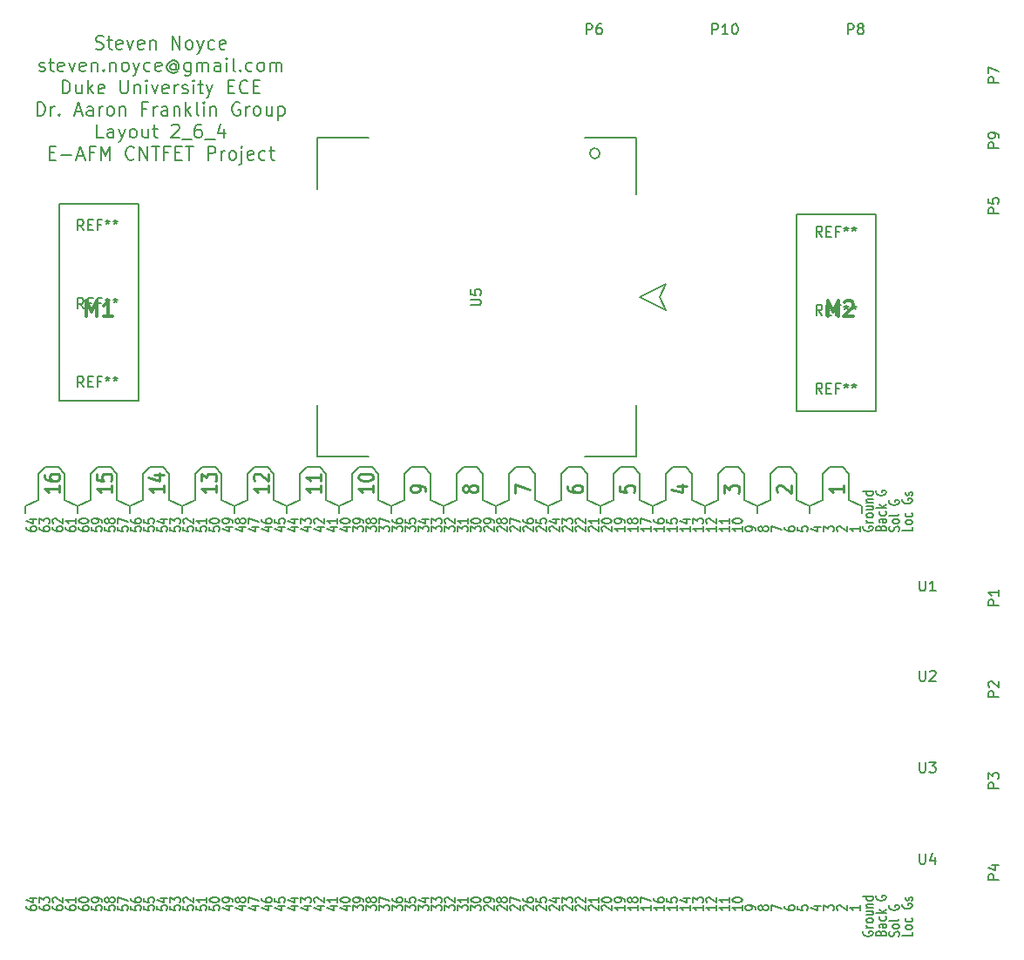
<source format=gbr>
G04 #@! TF.FileFunction,Legend,Top*
%FSLAX46Y46*%
G04 Gerber Fmt 4.6, Leading zero omitted, Abs format (unit mm)*
G04 Created by KiCad (PCBNEW 4.0.5) date Monday, February 26, 2018 'PMt' 12:55:55 PM*
%MOMM*%
%LPD*%
G01*
G04 APERTURE LIST*
%ADD10C,0.100000*%
%ADD11C,0.200000*%
%ADD12C,0.250000*%
%ADD13C,0.300000*%
%ADD14C,0.150000*%
G04 APERTURE END LIST*
D10*
D11*
X218440000Y-100330000D02*
X219075000Y-101600000D01*
X238260000Y-161950476D02*
X238212381Y-162026667D01*
X238212381Y-162140952D01*
X238260000Y-162255238D01*
X238355238Y-162331429D01*
X238450476Y-162369524D01*
X238640952Y-162407619D01*
X238783810Y-162407619D01*
X238974286Y-162369524D01*
X239069524Y-162331429D01*
X239164762Y-162255238D01*
X239212381Y-162140952D01*
X239212381Y-162064762D01*
X239164762Y-161950476D01*
X239117143Y-161912381D01*
X238783810Y-161912381D01*
X238783810Y-162064762D01*
X239212381Y-161569524D02*
X238545714Y-161569524D01*
X238736190Y-161569524D02*
X238640952Y-161531429D01*
X238593333Y-161493333D01*
X238545714Y-161417143D01*
X238545714Y-161340952D01*
X239212381Y-160960000D02*
X239164762Y-161036191D01*
X239117143Y-161074286D01*
X239021905Y-161112381D01*
X238736190Y-161112381D01*
X238640952Y-161074286D01*
X238593333Y-161036191D01*
X238545714Y-160960000D01*
X238545714Y-160845714D01*
X238593333Y-160769524D01*
X238640952Y-160731429D01*
X238736190Y-160693333D01*
X239021905Y-160693333D01*
X239117143Y-160731429D01*
X239164762Y-160769524D01*
X239212381Y-160845714D01*
X239212381Y-160960000D01*
X238545714Y-160007619D02*
X239212381Y-160007619D01*
X238545714Y-160350476D02*
X239069524Y-160350476D01*
X239164762Y-160312381D01*
X239212381Y-160236190D01*
X239212381Y-160121904D01*
X239164762Y-160045714D01*
X239117143Y-160007619D01*
X238545714Y-159626666D02*
X239212381Y-159626666D01*
X238640952Y-159626666D02*
X238593333Y-159588571D01*
X238545714Y-159512380D01*
X238545714Y-159398094D01*
X238593333Y-159321904D01*
X238688571Y-159283809D01*
X239212381Y-159283809D01*
X239212381Y-158559999D02*
X238212381Y-158559999D01*
X239164762Y-158559999D02*
X239212381Y-158636189D01*
X239212381Y-158788570D01*
X239164762Y-158864761D01*
X239117143Y-158902856D01*
X239021905Y-158940951D01*
X238736190Y-158940951D01*
X238640952Y-158902856D01*
X238593333Y-158864761D01*
X238545714Y-158788570D01*
X238545714Y-158636189D01*
X238593333Y-158559999D01*
X239958571Y-162102857D02*
X240006190Y-161988571D01*
X240053810Y-161950476D01*
X240149048Y-161912381D01*
X240291905Y-161912381D01*
X240387143Y-161950476D01*
X240434762Y-161988571D01*
X240482381Y-162064762D01*
X240482381Y-162369524D01*
X239482381Y-162369524D01*
X239482381Y-162102857D01*
X239530000Y-162026667D01*
X239577619Y-161988571D01*
X239672857Y-161950476D01*
X239768095Y-161950476D01*
X239863333Y-161988571D01*
X239910952Y-162026667D01*
X239958571Y-162102857D01*
X239958571Y-162369524D01*
X240482381Y-161226667D02*
X239958571Y-161226667D01*
X239863333Y-161264762D01*
X239815714Y-161340952D01*
X239815714Y-161493333D01*
X239863333Y-161569524D01*
X240434762Y-161226667D02*
X240482381Y-161302857D01*
X240482381Y-161493333D01*
X240434762Y-161569524D01*
X240339524Y-161607619D01*
X240244286Y-161607619D01*
X240149048Y-161569524D01*
X240101429Y-161493333D01*
X240101429Y-161302857D01*
X240053810Y-161226667D01*
X240434762Y-160502857D02*
X240482381Y-160579047D01*
X240482381Y-160731428D01*
X240434762Y-160807619D01*
X240387143Y-160845714D01*
X240291905Y-160883809D01*
X240006190Y-160883809D01*
X239910952Y-160845714D01*
X239863333Y-160807619D01*
X239815714Y-160731428D01*
X239815714Y-160579047D01*
X239863333Y-160502857D01*
X240482381Y-160160000D02*
X239482381Y-160160000D01*
X240101429Y-160083809D02*
X240482381Y-159855238D01*
X239815714Y-159855238D02*
X240196667Y-160160000D01*
X239530000Y-158483809D02*
X239482381Y-158560000D01*
X239482381Y-158674285D01*
X239530000Y-158788571D01*
X239625238Y-158864762D01*
X239720476Y-158902857D01*
X239910952Y-158940952D01*
X240053810Y-158940952D01*
X240244286Y-158902857D01*
X240339524Y-158864762D01*
X240434762Y-158788571D01*
X240482381Y-158674285D01*
X240482381Y-158598095D01*
X240434762Y-158483809D01*
X240387143Y-158445714D01*
X240053810Y-158445714D01*
X240053810Y-158598095D01*
X241704762Y-162407619D02*
X241752381Y-162293333D01*
X241752381Y-162102857D01*
X241704762Y-162026667D01*
X241657143Y-161988571D01*
X241561905Y-161950476D01*
X241466667Y-161950476D01*
X241371429Y-161988571D01*
X241323810Y-162026667D01*
X241276190Y-162102857D01*
X241228571Y-162255238D01*
X241180952Y-162331429D01*
X241133333Y-162369524D01*
X241038095Y-162407619D01*
X240942857Y-162407619D01*
X240847619Y-162369524D01*
X240800000Y-162331429D01*
X240752381Y-162255238D01*
X240752381Y-162064762D01*
X240800000Y-161950476D01*
X241752381Y-161493333D02*
X241704762Y-161569524D01*
X241657143Y-161607619D01*
X241561905Y-161645714D01*
X241276190Y-161645714D01*
X241180952Y-161607619D01*
X241133333Y-161569524D01*
X241085714Y-161493333D01*
X241085714Y-161379047D01*
X241133333Y-161302857D01*
X241180952Y-161264762D01*
X241276190Y-161226666D01*
X241561905Y-161226666D01*
X241657143Y-161264762D01*
X241704762Y-161302857D01*
X241752381Y-161379047D01*
X241752381Y-161493333D01*
X241752381Y-160769523D02*
X241704762Y-160845714D01*
X241609524Y-160883809D01*
X240752381Y-160883809D01*
X240800000Y-159436189D02*
X240752381Y-159512380D01*
X240752381Y-159626665D01*
X240800000Y-159740951D01*
X240895238Y-159817142D01*
X240990476Y-159855237D01*
X241180952Y-159893332D01*
X241323810Y-159893332D01*
X241514286Y-159855237D01*
X241609524Y-159817142D01*
X241704762Y-159740951D01*
X241752381Y-159626665D01*
X241752381Y-159550475D01*
X241704762Y-159436189D01*
X241657143Y-159398094D01*
X241323810Y-159398094D01*
X241323810Y-159550475D01*
X243022381Y-161988571D02*
X243022381Y-162369524D01*
X242022381Y-162369524D01*
X243022381Y-161607619D02*
X242974762Y-161683810D01*
X242927143Y-161721905D01*
X242831905Y-161760000D01*
X242546190Y-161760000D01*
X242450952Y-161721905D01*
X242403333Y-161683810D01*
X242355714Y-161607619D01*
X242355714Y-161493333D01*
X242403333Y-161417143D01*
X242450952Y-161379048D01*
X242546190Y-161340952D01*
X242831905Y-161340952D01*
X242927143Y-161379048D01*
X242974762Y-161417143D01*
X243022381Y-161493333D01*
X243022381Y-161607619D01*
X242974762Y-160655238D02*
X243022381Y-160731428D01*
X243022381Y-160883809D01*
X242974762Y-160960000D01*
X242927143Y-160998095D01*
X242831905Y-161036190D01*
X242546190Y-161036190D01*
X242450952Y-160998095D01*
X242403333Y-160960000D01*
X242355714Y-160883809D01*
X242355714Y-160731428D01*
X242403333Y-160655238D01*
X242070000Y-159283809D02*
X242022381Y-159360000D01*
X242022381Y-159474285D01*
X242070000Y-159588571D01*
X242165238Y-159664762D01*
X242260476Y-159702857D01*
X242450952Y-159740952D01*
X242593810Y-159740952D01*
X242784286Y-159702857D01*
X242879524Y-159664762D01*
X242974762Y-159588571D01*
X243022381Y-159474285D01*
X243022381Y-159398095D01*
X242974762Y-159283809D01*
X242927143Y-159245714D01*
X242593810Y-159245714D01*
X242593810Y-159398095D01*
X242974762Y-158940952D02*
X243022381Y-158864762D01*
X243022381Y-158712381D01*
X242974762Y-158636190D01*
X242879524Y-158598095D01*
X242831905Y-158598095D01*
X242736667Y-158636190D01*
X242689048Y-158712381D01*
X242689048Y-158826666D01*
X242641429Y-158902857D01*
X242546190Y-158940952D01*
X242498571Y-158940952D01*
X242403333Y-158902857D01*
X242355714Y-158826666D01*
X242355714Y-158712381D01*
X242403333Y-158636190D01*
X158202381Y-159486667D02*
X158202381Y-159639048D01*
X158250000Y-159715238D01*
X158297619Y-159753333D01*
X158440476Y-159829524D01*
X158630952Y-159867619D01*
X159011905Y-159867619D01*
X159107143Y-159829524D01*
X159154762Y-159791429D01*
X159202381Y-159715238D01*
X159202381Y-159562857D01*
X159154762Y-159486667D01*
X159107143Y-159448571D01*
X159011905Y-159410476D01*
X158773810Y-159410476D01*
X158678571Y-159448571D01*
X158630952Y-159486667D01*
X158583333Y-159562857D01*
X158583333Y-159715238D01*
X158630952Y-159791429D01*
X158678571Y-159829524D01*
X158773810Y-159867619D01*
X158202381Y-159143809D02*
X158202381Y-158648571D01*
X158583333Y-158915238D01*
X158583333Y-158800952D01*
X158630952Y-158724762D01*
X158678571Y-158686666D01*
X158773810Y-158648571D01*
X159011905Y-158648571D01*
X159107143Y-158686666D01*
X159154762Y-158724762D01*
X159202381Y-158800952D01*
X159202381Y-159029524D01*
X159154762Y-159105714D01*
X159107143Y-159143809D01*
X156932381Y-159486667D02*
X156932381Y-159639048D01*
X156980000Y-159715238D01*
X157027619Y-159753333D01*
X157170476Y-159829524D01*
X157360952Y-159867619D01*
X157741905Y-159867619D01*
X157837143Y-159829524D01*
X157884762Y-159791429D01*
X157932381Y-159715238D01*
X157932381Y-159562857D01*
X157884762Y-159486667D01*
X157837143Y-159448571D01*
X157741905Y-159410476D01*
X157503810Y-159410476D01*
X157408571Y-159448571D01*
X157360952Y-159486667D01*
X157313333Y-159562857D01*
X157313333Y-159715238D01*
X157360952Y-159791429D01*
X157408571Y-159829524D01*
X157503810Y-159867619D01*
X157265714Y-158724762D02*
X157932381Y-158724762D01*
X156884762Y-158915238D02*
X157599048Y-159105714D01*
X157599048Y-158610476D01*
X159472381Y-159486667D02*
X159472381Y-159639048D01*
X159520000Y-159715238D01*
X159567619Y-159753333D01*
X159710476Y-159829524D01*
X159900952Y-159867619D01*
X160281905Y-159867619D01*
X160377143Y-159829524D01*
X160424762Y-159791429D01*
X160472381Y-159715238D01*
X160472381Y-159562857D01*
X160424762Y-159486667D01*
X160377143Y-159448571D01*
X160281905Y-159410476D01*
X160043810Y-159410476D01*
X159948571Y-159448571D01*
X159900952Y-159486667D01*
X159853333Y-159562857D01*
X159853333Y-159715238D01*
X159900952Y-159791429D01*
X159948571Y-159829524D01*
X160043810Y-159867619D01*
X159567619Y-159105714D02*
X159520000Y-159067619D01*
X159472381Y-158991428D01*
X159472381Y-158800952D01*
X159520000Y-158724762D01*
X159567619Y-158686666D01*
X159662857Y-158648571D01*
X159758095Y-158648571D01*
X159900952Y-158686666D01*
X160472381Y-159143809D01*
X160472381Y-158648571D01*
X169632381Y-159448571D02*
X169632381Y-159829524D01*
X170108571Y-159867619D01*
X170060952Y-159829524D01*
X170013333Y-159753333D01*
X170013333Y-159562857D01*
X170060952Y-159486667D01*
X170108571Y-159448571D01*
X170203810Y-159410476D01*
X170441905Y-159410476D01*
X170537143Y-159448571D01*
X170584762Y-159486667D01*
X170632381Y-159562857D01*
X170632381Y-159753333D01*
X170584762Y-159829524D01*
X170537143Y-159867619D01*
X169965714Y-158724762D02*
X170632381Y-158724762D01*
X169584762Y-158915238D02*
X170299048Y-159105714D01*
X170299048Y-158610476D01*
X172172381Y-159448571D02*
X172172381Y-159829524D01*
X172648571Y-159867619D01*
X172600952Y-159829524D01*
X172553333Y-159753333D01*
X172553333Y-159562857D01*
X172600952Y-159486667D01*
X172648571Y-159448571D01*
X172743810Y-159410476D01*
X172981905Y-159410476D01*
X173077143Y-159448571D01*
X173124762Y-159486667D01*
X173172381Y-159562857D01*
X173172381Y-159753333D01*
X173124762Y-159829524D01*
X173077143Y-159867619D01*
X172267619Y-159105714D02*
X172220000Y-159067619D01*
X172172381Y-158991428D01*
X172172381Y-158800952D01*
X172220000Y-158724762D01*
X172267619Y-158686666D01*
X172362857Y-158648571D01*
X172458095Y-158648571D01*
X172600952Y-158686666D01*
X173172381Y-159143809D01*
X173172381Y-158648571D01*
X168362381Y-159448571D02*
X168362381Y-159829524D01*
X168838571Y-159867619D01*
X168790952Y-159829524D01*
X168743333Y-159753333D01*
X168743333Y-159562857D01*
X168790952Y-159486667D01*
X168838571Y-159448571D01*
X168933810Y-159410476D01*
X169171905Y-159410476D01*
X169267143Y-159448571D01*
X169314762Y-159486667D01*
X169362381Y-159562857D01*
X169362381Y-159753333D01*
X169314762Y-159829524D01*
X169267143Y-159867619D01*
X168362381Y-158686666D02*
X168362381Y-159067619D01*
X168838571Y-159105714D01*
X168790952Y-159067619D01*
X168743333Y-158991428D01*
X168743333Y-158800952D01*
X168790952Y-158724762D01*
X168838571Y-158686666D01*
X168933810Y-158648571D01*
X169171905Y-158648571D01*
X169267143Y-158686666D01*
X169314762Y-158724762D01*
X169362381Y-158800952D01*
X169362381Y-158991428D01*
X169314762Y-159067619D01*
X169267143Y-159105714D01*
X170902381Y-159448571D02*
X170902381Y-159829524D01*
X171378571Y-159867619D01*
X171330952Y-159829524D01*
X171283333Y-159753333D01*
X171283333Y-159562857D01*
X171330952Y-159486667D01*
X171378571Y-159448571D01*
X171473810Y-159410476D01*
X171711905Y-159410476D01*
X171807143Y-159448571D01*
X171854762Y-159486667D01*
X171902381Y-159562857D01*
X171902381Y-159753333D01*
X171854762Y-159829524D01*
X171807143Y-159867619D01*
X170902381Y-159143809D02*
X170902381Y-158648571D01*
X171283333Y-158915238D01*
X171283333Y-158800952D01*
X171330952Y-158724762D01*
X171378571Y-158686666D01*
X171473810Y-158648571D01*
X171711905Y-158648571D01*
X171807143Y-158686666D01*
X171854762Y-158724762D01*
X171902381Y-158800952D01*
X171902381Y-159029524D01*
X171854762Y-159105714D01*
X171807143Y-159143809D01*
X163282381Y-159448571D02*
X163282381Y-159829524D01*
X163758571Y-159867619D01*
X163710952Y-159829524D01*
X163663333Y-159753333D01*
X163663333Y-159562857D01*
X163710952Y-159486667D01*
X163758571Y-159448571D01*
X163853810Y-159410476D01*
X164091905Y-159410476D01*
X164187143Y-159448571D01*
X164234762Y-159486667D01*
X164282381Y-159562857D01*
X164282381Y-159753333D01*
X164234762Y-159829524D01*
X164187143Y-159867619D01*
X164282381Y-159029524D02*
X164282381Y-158877143D01*
X164234762Y-158800952D01*
X164187143Y-158762857D01*
X164044286Y-158686666D01*
X163853810Y-158648571D01*
X163472857Y-158648571D01*
X163377619Y-158686666D01*
X163330000Y-158724762D01*
X163282381Y-158800952D01*
X163282381Y-158953333D01*
X163330000Y-159029524D01*
X163377619Y-159067619D01*
X163472857Y-159105714D01*
X163710952Y-159105714D01*
X163806190Y-159067619D01*
X163853810Y-159029524D01*
X163901429Y-158953333D01*
X163901429Y-158800952D01*
X163853810Y-158724762D01*
X163806190Y-158686666D01*
X163710952Y-158648571D01*
X165822381Y-159448571D02*
X165822381Y-159829524D01*
X166298571Y-159867619D01*
X166250952Y-159829524D01*
X166203333Y-159753333D01*
X166203333Y-159562857D01*
X166250952Y-159486667D01*
X166298571Y-159448571D01*
X166393810Y-159410476D01*
X166631905Y-159410476D01*
X166727143Y-159448571D01*
X166774762Y-159486667D01*
X166822381Y-159562857D01*
X166822381Y-159753333D01*
X166774762Y-159829524D01*
X166727143Y-159867619D01*
X165822381Y-159143809D02*
X165822381Y-158610476D01*
X166822381Y-158953333D01*
X167092381Y-159448571D02*
X167092381Y-159829524D01*
X167568571Y-159867619D01*
X167520952Y-159829524D01*
X167473333Y-159753333D01*
X167473333Y-159562857D01*
X167520952Y-159486667D01*
X167568571Y-159448571D01*
X167663810Y-159410476D01*
X167901905Y-159410476D01*
X167997143Y-159448571D01*
X168044762Y-159486667D01*
X168092381Y-159562857D01*
X168092381Y-159753333D01*
X168044762Y-159829524D01*
X167997143Y-159867619D01*
X167092381Y-158724762D02*
X167092381Y-158877143D01*
X167140000Y-158953333D01*
X167187619Y-158991428D01*
X167330476Y-159067619D01*
X167520952Y-159105714D01*
X167901905Y-159105714D01*
X167997143Y-159067619D01*
X168044762Y-159029524D01*
X168092381Y-158953333D01*
X168092381Y-158800952D01*
X168044762Y-158724762D01*
X167997143Y-158686666D01*
X167901905Y-158648571D01*
X167663810Y-158648571D01*
X167568571Y-158686666D01*
X167520952Y-158724762D01*
X167473333Y-158800952D01*
X167473333Y-158953333D01*
X167520952Y-159029524D01*
X167568571Y-159067619D01*
X167663810Y-159105714D01*
X164552381Y-159448571D02*
X164552381Y-159829524D01*
X165028571Y-159867619D01*
X164980952Y-159829524D01*
X164933333Y-159753333D01*
X164933333Y-159562857D01*
X164980952Y-159486667D01*
X165028571Y-159448571D01*
X165123810Y-159410476D01*
X165361905Y-159410476D01*
X165457143Y-159448571D01*
X165504762Y-159486667D01*
X165552381Y-159562857D01*
X165552381Y-159753333D01*
X165504762Y-159829524D01*
X165457143Y-159867619D01*
X164980952Y-158953333D02*
X164933333Y-159029524D01*
X164885714Y-159067619D01*
X164790476Y-159105714D01*
X164742857Y-159105714D01*
X164647619Y-159067619D01*
X164600000Y-159029524D01*
X164552381Y-158953333D01*
X164552381Y-158800952D01*
X164600000Y-158724762D01*
X164647619Y-158686666D01*
X164742857Y-158648571D01*
X164790476Y-158648571D01*
X164885714Y-158686666D01*
X164933333Y-158724762D01*
X164980952Y-158800952D01*
X164980952Y-158953333D01*
X165028571Y-159029524D01*
X165076190Y-159067619D01*
X165171429Y-159105714D01*
X165361905Y-159105714D01*
X165457143Y-159067619D01*
X165504762Y-159029524D01*
X165552381Y-158953333D01*
X165552381Y-158800952D01*
X165504762Y-158724762D01*
X165457143Y-158686666D01*
X165361905Y-158648571D01*
X165171429Y-158648571D01*
X165076190Y-158686666D01*
X165028571Y-158724762D01*
X164980952Y-158800952D01*
X162012381Y-159486667D02*
X162012381Y-159639048D01*
X162060000Y-159715238D01*
X162107619Y-159753333D01*
X162250476Y-159829524D01*
X162440952Y-159867619D01*
X162821905Y-159867619D01*
X162917143Y-159829524D01*
X162964762Y-159791429D01*
X163012381Y-159715238D01*
X163012381Y-159562857D01*
X162964762Y-159486667D01*
X162917143Y-159448571D01*
X162821905Y-159410476D01*
X162583810Y-159410476D01*
X162488571Y-159448571D01*
X162440952Y-159486667D01*
X162393333Y-159562857D01*
X162393333Y-159715238D01*
X162440952Y-159791429D01*
X162488571Y-159829524D01*
X162583810Y-159867619D01*
X162012381Y-158915238D02*
X162012381Y-158839047D01*
X162060000Y-158762857D01*
X162107619Y-158724762D01*
X162202857Y-158686666D01*
X162393333Y-158648571D01*
X162631429Y-158648571D01*
X162821905Y-158686666D01*
X162917143Y-158724762D01*
X162964762Y-158762857D01*
X163012381Y-158839047D01*
X163012381Y-158915238D01*
X162964762Y-158991428D01*
X162917143Y-159029524D01*
X162821905Y-159067619D01*
X162631429Y-159105714D01*
X162393333Y-159105714D01*
X162202857Y-159067619D01*
X162107619Y-159029524D01*
X162060000Y-158991428D01*
X162012381Y-158915238D01*
X160742381Y-159486667D02*
X160742381Y-159639048D01*
X160790000Y-159715238D01*
X160837619Y-159753333D01*
X160980476Y-159829524D01*
X161170952Y-159867619D01*
X161551905Y-159867619D01*
X161647143Y-159829524D01*
X161694762Y-159791429D01*
X161742381Y-159715238D01*
X161742381Y-159562857D01*
X161694762Y-159486667D01*
X161647143Y-159448571D01*
X161551905Y-159410476D01*
X161313810Y-159410476D01*
X161218571Y-159448571D01*
X161170952Y-159486667D01*
X161123333Y-159562857D01*
X161123333Y-159715238D01*
X161170952Y-159791429D01*
X161218571Y-159829524D01*
X161313810Y-159867619D01*
X161742381Y-158648571D02*
X161742381Y-159105714D01*
X161742381Y-158877143D02*
X160742381Y-158877143D01*
X160885238Y-158953333D01*
X160980476Y-159029524D01*
X161028095Y-159105714D01*
X185205714Y-159486667D02*
X185872381Y-159486667D01*
X184824762Y-159677143D02*
X185539048Y-159867619D01*
X185539048Y-159372381D01*
X184967619Y-159105714D02*
X184920000Y-159067619D01*
X184872381Y-158991428D01*
X184872381Y-158800952D01*
X184920000Y-158724762D01*
X184967619Y-158686666D01*
X185062857Y-158648571D01*
X185158095Y-158648571D01*
X185300952Y-158686666D01*
X185872381Y-159143809D01*
X185872381Y-158648571D01*
X177585714Y-159486667D02*
X178252381Y-159486667D01*
X177204762Y-159677143D02*
X177919048Y-159867619D01*
X177919048Y-159372381D01*
X177680952Y-158953333D02*
X177633333Y-159029524D01*
X177585714Y-159067619D01*
X177490476Y-159105714D01*
X177442857Y-159105714D01*
X177347619Y-159067619D01*
X177300000Y-159029524D01*
X177252381Y-158953333D01*
X177252381Y-158800952D01*
X177300000Y-158724762D01*
X177347619Y-158686666D01*
X177442857Y-158648571D01*
X177490476Y-158648571D01*
X177585714Y-158686666D01*
X177633333Y-158724762D01*
X177680952Y-158800952D01*
X177680952Y-158953333D01*
X177728571Y-159029524D01*
X177776190Y-159067619D01*
X177871429Y-159105714D01*
X178061905Y-159105714D01*
X178157143Y-159067619D01*
X178204762Y-159029524D01*
X178252381Y-158953333D01*
X178252381Y-158800952D01*
X178204762Y-158724762D01*
X178157143Y-158686666D01*
X178061905Y-158648571D01*
X177871429Y-158648571D01*
X177776190Y-158686666D01*
X177728571Y-158724762D01*
X177680952Y-158800952D01*
X176315714Y-159486667D02*
X176982381Y-159486667D01*
X175934762Y-159677143D02*
X176649048Y-159867619D01*
X176649048Y-159372381D01*
X176982381Y-159029524D02*
X176982381Y-158877143D01*
X176934762Y-158800952D01*
X176887143Y-158762857D01*
X176744286Y-158686666D01*
X176553810Y-158648571D01*
X176172857Y-158648571D01*
X176077619Y-158686666D01*
X176030000Y-158724762D01*
X175982381Y-158800952D01*
X175982381Y-158953333D01*
X176030000Y-159029524D01*
X176077619Y-159067619D01*
X176172857Y-159105714D01*
X176410952Y-159105714D01*
X176506190Y-159067619D01*
X176553810Y-159029524D01*
X176601429Y-158953333D01*
X176601429Y-158800952D01*
X176553810Y-158724762D01*
X176506190Y-158686666D01*
X176410952Y-158648571D01*
X173442381Y-159448571D02*
X173442381Y-159829524D01*
X173918571Y-159867619D01*
X173870952Y-159829524D01*
X173823333Y-159753333D01*
X173823333Y-159562857D01*
X173870952Y-159486667D01*
X173918571Y-159448571D01*
X174013810Y-159410476D01*
X174251905Y-159410476D01*
X174347143Y-159448571D01*
X174394762Y-159486667D01*
X174442381Y-159562857D01*
X174442381Y-159753333D01*
X174394762Y-159829524D01*
X174347143Y-159867619D01*
X174442381Y-158648571D02*
X174442381Y-159105714D01*
X174442381Y-158877143D02*
X173442381Y-158877143D01*
X173585238Y-158953333D01*
X173680476Y-159029524D01*
X173728095Y-159105714D01*
X174712381Y-159448571D02*
X174712381Y-159829524D01*
X175188571Y-159867619D01*
X175140952Y-159829524D01*
X175093333Y-159753333D01*
X175093333Y-159562857D01*
X175140952Y-159486667D01*
X175188571Y-159448571D01*
X175283810Y-159410476D01*
X175521905Y-159410476D01*
X175617143Y-159448571D01*
X175664762Y-159486667D01*
X175712381Y-159562857D01*
X175712381Y-159753333D01*
X175664762Y-159829524D01*
X175617143Y-159867619D01*
X174712381Y-158915238D02*
X174712381Y-158839047D01*
X174760000Y-158762857D01*
X174807619Y-158724762D01*
X174902857Y-158686666D01*
X175093333Y-158648571D01*
X175331429Y-158648571D01*
X175521905Y-158686666D01*
X175617143Y-158724762D01*
X175664762Y-158762857D01*
X175712381Y-158839047D01*
X175712381Y-158915238D01*
X175664762Y-158991428D01*
X175617143Y-159029524D01*
X175521905Y-159067619D01*
X175331429Y-159105714D01*
X175093333Y-159105714D01*
X174902857Y-159067619D01*
X174807619Y-159029524D01*
X174760000Y-158991428D01*
X174712381Y-158915238D01*
X178855714Y-159486667D02*
X179522381Y-159486667D01*
X178474762Y-159677143D02*
X179189048Y-159867619D01*
X179189048Y-159372381D01*
X178522381Y-159143809D02*
X178522381Y-158610476D01*
X179522381Y-158953333D01*
X183935714Y-159486667D02*
X184602381Y-159486667D01*
X183554762Y-159677143D02*
X184269048Y-159867619D01*
X184269048Y-159372381D01*
X183602381Y-159143809D02*
X183602381Y-158648571D01*
X183983333Y-158915238D01*
X183983333Y-158800952D01*
X184030952Y-158724762D01*
X184078571Y-158686666D01*
X184173810Y-158648571D01*
X184411905Y-158648571D01*
X184507143Y-158686666D01*
X184554762Y-158724762D01*
X184602381Y-158800952D01*
X184602381Y-159029524D01*
X184554762Y-159105714D01*
X184507143Y-159143809D01*
X180125714Y-159486667D02*
X180792381Y-159486667D01*
X179744762Y-159677143D02*
X180459048Y-159867619D01*
X180459048Y-159372381D01*
X179792381Y-158724762D02*
X179792381Y-158877143D01*
X179840000Y-158953333D01*
X179887619Y-158991428D01*
X180030476Y-159067619D01*
X180220952Y-159105714D01*
X180601905Y-159105714D01*
X180697143Y-159067619D01*
X180744762Y-159029524D01*
X180792381Y-158953333D01*
X180792381Y-158800952D01*
X180744762Y-158724762D01*
X180697143Y-158686666D01*
X180601905Y-158648571D01*
X180363810Y-158648571D01*
X180268571Y-158686666D01*
X180220952Y-158724762D01*
X180173333Y-158800952D01*
X180173333Y-158953333D01*
X180220952Y-159029524D01*
X180268571Y-159067619D01*
X180363810Y-159105714D01*
X182665714Y-159486667D02*
X183332381Y-159486667D01*
X182284762Y-159677143D02*
X182999048Y-159867619D01*
X182999048Y-159372381D01*
X182665714Y-158724762D02*
X183332381Y-158724762D01*
X182284762Y-158915238D02*
X182999048Y-159105714D01*
X182999048Y-158610476D01*
X181395714Y-159486667D02*
X182062381Y-159486667D01*
X181014762Y-159677143D02*
X181729048Y-159867619D01*
X181729048Y-159372381D01*
X181062381Y-158686666D02*
X181062381Y-159067619D01*
X181538571Y-159105714D01*
X181490952Y-159067619D01*
X181443333Y-158991428D01*
X181443333Y-158800952D01*
X181490952Y-158724762D01*
X181538571Y-158686666D01*
X181633810Y-158648571D01*
X181871905Y-158648571D01*
X181967143Y-158686666D01*
X182014762Y-158724762D01*
X182062381Y-158800952D01*
X182062381Y-158991428D01*
X182014762Y-159067619D01*
X181967143Y-159105714D01*
X235767619Y-159867619D02*
X235720000Y-159829524D01*
X235672381Y-159753333D01*
X235672381Y-159562857D01*
X235720000Y-159486667D01*
X235767619Y-159448571D01*
X235862857Y-159410476D01*
X235958095Y-159410476D01*
X236100952Y-159448571D01*
X236672381Y-159905714D01*
X236672381Y-159410476D01*
X237942381Y-159410476D02*
X237942381Y-159867619D01*
X237942381Y-159639048D02*
X236942381Y-159639048D01*
X237085238Y-159715238D01*
X237180476Y-159791429D01*
X237228095Y-159867619D01*
X233465714Y-159486667D02*
X234132381Y-159486667D01*
X233084762Y-159677143D02*
X233799048Y-159867619D01*
X233799048Y-159372381D01*
X234402381Y-159905714D02*
X234402381Y-159410476D01*
X234783333Y-159677143D01*
X234783333Y-159562857D01*
X234830952Y-159486667D01*
X234878571Y-159448571D01*
X234973810Y-159410476D01*
X235211905Y-159410476D01*
X235307143Y-159448571D01*
X235354762Y-159486667D01*
X235402381Y-159562857D01*
X235402381Y-159791429D01*
X235354762Y-159867619D01*
X235307143Y-159905714D01*
X231862381Y-159448571D02*
X231862381Y-159829524D01*
X232338571Y-159867619D01*
X232290952Y-159829524D01*
X232243333Y-159753333D01*
X232243333Y-159562857D01*
X232290952Y-159486667D01*
X232338571Y-159448571D01*
X232433810Y-159410476D01*
X232671905Y-159410476D01*
X232767143Y-159448571D01*
X232814762Y-159486667D01*
X232862381Y-159562857D01*
X232862381Y-159753333D01*
X232814762Y-159829524D01*
X232767143Y-159867619D01*
X230592381Y-159486667D02*
X230592381Y-159639048D01*
X230640000Y-159715238D01*
X230687619Y-159753333D01*
X230830476Y-159829524D01*
X231020952Y-159867619D01*
X231401905Y-159867619D01*
X231497143Y-159829524D01*
X231544762Y-159791429D01*
X231592381Y-159715238D01*
X231592381Y-159562857D01*
X231544762Y-159486667D01*
X231497143Y-159448571D01*
X231401905Y-159410476D01*
X231163810Y-159410476D01*
X231068571Y-159448571D01*
X231020952Y-159486667D01*
X230973333Y-159562857D01*
X230973333Y-159715238D01*
X231020952Y-159791429D01*
X231068571Y-159829524D01*
X231163810Y-159867619D01*
X209097619Y-159867619D02*
X209050000Y-159829524D01*
X209002381Y-159753333D01*
X209002381Y-159562857D01*
X209050000Y-159486667D01*
X209097619Y-159448571D01*
X209192857Y-159410476D01*
X209288095Y-159410476D01*
X209430952Y-159448571D01*
X210002381Y-159905714D01*
X210002381Y-159410476D01*
X209002381Y-159143809D02*
X209002381Y-158648571D01*
X209383333Y-158915238D01*
X209383333Y-158800952D01*
X209430952Y-158724762D01*
X209478571Y-158686666D01*
X209573810Y-158648571D01*
X209811905Y-158648571D01*
X209907143Y-158686666D01*
X209954762Y-158724762D01*
X210002381Y-158800952D01*
X210002381Y-159029524D01*
X209954762Y-159105714D01*
X209907143Y-159143809D01*
X210367619Y-159867619D02*
X210320000Y-159829524D01*
X210272381Y-159753333D01*
X210272381Y-159562857D01*
X210320000Y-159486667D01*
X210367619Y-159448571D01*
X210462857Y-159410476D01*
X210558095Y-159410476D01*
X210700952Y-159448571D01*
X211272381Y-159905714D01*
X211272381Y-159410476D01*
X210367619Y-159105714D02*
X210320000Y-159067619D01*
X210272381Y-158991428D01*
X210272381Y-158800952D01*
X210320000Y-158724762D01*
X210367619Y-158686666D01*
X210462857Y-158648571D01*
X210558095Y-158648571D01*
X210700952Y-158686666D01*
X211272381Y-159143809D01*
X211272381Y-158648571D01*
X217622381Y-159410476D02*
X217622381Y-159867619D01*
X217622381Y-159639048D02*
X216622381Y-159639048D01*
X216765238Y-159715238D01*
X216860476Y-159791429D01*
X216908095Y-159867619D01*
X216622381Y-159143809D02*
X216622381Y-158610476D01*
X217622381Y-158953333D01*
X218892381Y-159410476D02*
X218892381Y-159867619D01*
X218892381Y-159639048D02*
X217892381Y-159639048D01*
X218035238Y-159715238D01*
X218130476Y-159791429D01*
X218178095Y-159867619D01*
X217892381Y-158724762D02*
X217892381Y-158877143D01*
X217940000Y-158953333D01*
X217987619Y-158991428D01*
X218130476Y-159067619D01*
X218320952Y-159105714D01*
X218701905Y-159105714D01*
X218797143Y-159067619D01*
X218844762Y-159029524D01*
X218892381Y-158953333D01*
X218892381Y-158800952D01*
X218844762Y-158724762D01*
X218797143Y-158686666D01*
X218701905Y-158648571D01*
X218463810Y-158648571D01*
X218368571Y-158686666D01*
X218320952Y-158724762D01*
X218273333Y-158800952D01*
X218273333Y-158953333D01*
X218320952Y-159029524D01*
X218368571Y-159067619D01*
X218463810Y-159105714D01*
X220162381Y-159410476D02*
X220162381Y-159867619D01*
X220162381Y-159639048D02*
X219162381Y-159639048D01*
X219305238Y-159715238D01*
X219400476Y-159791429D01*
X219448095Y-159867619D01*
X219162381Y-158686666D02*
X219162381Y-159067619D01*
X219638571Y-159105714D01*
X219590952Y-159067619D01*
X219543333Y-158991428D01*
X219543333Y-158800952D01*
X219590952Y-158724762D01*
X219638571Y-158686666D01*
X219733810Y-158648571D01*
X219971905Y-158648571D01*
X220067143Y-158686666D01*
X220114762Y-158724762D01*
X220162381Y-158800952D01*
X220162381Y-158991428D01*
X220114762Y-159067619D01*
X220067143Y-159105714D01*
X221432381Y-159410476D02*
X221432381Y-159867619D01*
X221432381Y-159639048D02*
X220432381Y-159639048D01*
X220575238Y-159715238D01*
X220670476Y-159791429D01*
X220718095Y-159867619D01*
X220765714Y-158724762D02*
X221432381Y-158724762D01*
X220384762Y-158915238D02*
X221099048Y-159105714D01*
X221099048Y-158610476D01*
X216352381Y-159410476D02*
X216352381Y-159867619D01*
X216352381Y-159639048D02*
X215352381Y-159639048D01*
X215495238Y-159715238D01*
X215590476Y-159791429D01*
X215638095Y-159867619D01*
X215780952Y-158953333D02*
X215733333Y-159029524D01*
X215685714Y-159067619D01*
X215590476Y-159105714D01*
X215542857Y-159105714D01*
X215447619Y-159067619D01*
X215400000Y-159029524D01*
X215352381Y-158953333D01*
X215352381Y-158800952D01*
X215400000Y-158724762D01*
X215447619Y-158686666D01*
X215542857Y-158648571D01*
X215590476Y-158648571D01*
X215685714Y-158686666D01*
X215733333Y-158724762D01*
X215780952Y-158800952D01*
X215780952Y-158953333D01*
X215828571Y-159029524D01*
X215876190Y-159067619D01*
X215971429Y-159105714D01*
X216161905Y-159105714D01*
X216257143Y-159067619D01*
X216304762Y-159029524D01*
X216352381Y-158953333D01*
X216352381Y-158800952D01*
X216304762Y-158724762D01*
X216257143Y-158686666D01*
X216161905Y-158648571D01*
X215971429Y-158648571D01*
X215876190Y-158686666D01*
X215828571Y-158724762D01*
X215780952Y-158800952D01*
X215082381Y-159410476D02*
X215082381Y-159867619D01*
X215082381Y-159639048D02*
X214082381Y-159639048D01*
X214225238Y-159715238D01*
X214320476Y-159791429D01*
X214368095Y-159867619D01*
X215082381Y-159029524D02*
X215082381Y-158877143D01*
X215034762Y-158800952D01*
X214987143Y-158762857D01*
X214844286Y-158686666D01*
X214653810Y-158648571D01*
X214272857Y-158648571D01*
X214177619Y-158686666D01*
X214130000Y-158724762D01*
X214082381Y-158800952D01*
X214082381Y-158953333D01*
X214130000Y-159029524D01*
X214177619Y-159067619D01*
X214272857Y-159105714D01*
X214510952Y-159105714D01*
X214606190Y-159067619D01*
X214653810Y-159029524D01*
X214701429Y-158953333D01*
X214701429Y-158800952D01*
X214653810Y-158724762D01*
X214606190Y-158686666D01*
X214510952Y-158648571D01*
X211637619Y-159867619D02*
X211590000Y-159829524D01*
X211542381Y-159753333D01*
X211542381Y-159562857D01*
X211590000Y-159486667D01*
X211637619Y-159448571D01*
X211732857Y-159410476D01*
X211828095Y-159410476D01*
X211970952Y-159448571D01*
X212542381Y-159905714D01*
X212542381Y-159410476D01*
X212542381Y-158648571D02*
X212542381Y-159105714D01*
X212542381Y-158877143D02*
X211542381Y-158877143D01*
X211685238Y-158953333D01*
X211780476Y-159029524D01*
X211828095Y-159105714D01*
X212907619Y-159867619D02*
X212860000Y-159829524D01*
X212812381Y-159753333D01*
X212812381Y-159562857D01*
X212860000Y-159486667D01*
X212907619Y-159448571D01*
X213002857Y-159410476D01*
X213098095Y-159410476D01*
X213240952Y-159448571D01*
X213812381Y-159905714D01*
X213812381Y-159410476D01*
X212812381Y-158915238D02*
X212812381Y-158839047D01*
X212860000Y-158762857D01*
X212907619Y-158724762D01*
X213002857Y-158686666D01*
X213193333Y-158648571D01*
X213431429Y-158648571D01*
X213621905Y-158686666D01*
X213717143Y-158724762D01*
X213764762Y-158762857D01*
X213812381Y-158839047D01*
X213812381Y-158915238D01*
X213764762Y-158991428D01*
X213717143Y-159029524D01*
X213621905Y-159067619D01*
X213431429Y-159105714D01*
X213193333Y-159105714D01*
X213002857Y-159067619D01*
X212907619Y-159029524D01*
X212860000Y-158991428D01*
X212812381Y-158915238D01*
X222702381Y-159410476D02*
X222702381Y-159867619D01*
X222702381Y-159639048D02*
X221702381Y-159639048D01*
X221845238Y-159715238D01*
X221940476Y-159791429D01*
X221988095Y-159867619D01*
X221702381Y-159143809D02*
X221702381Y-158648571D01*
X222083333Y-158915238D01*
X222083333Y-158800952D01*
X222130952Y-158724762D01*
X222178571Y-158686666D01*
X222273810Y-158648571D01*
X222511905Y-158648571D01*
X222607143Y-158686666D01*
X222654762Y-158724762D01*
X222702381Y-158800952D01*
X222702381Y-159029524D01*
X222654762Y-159105714D01*
X222607143Y-159143809D01*
X223972381Y-159410476D02*
X223972381Y-159867619D01*
X223972381Y-159639048D02*
X222972381Y-159639048D01*
X223115238Y-159715238D01*
X223210476Y-159791429D01*
X223258095Y-159867619D01*
X223067619Y-159105714D02*
X223020000Y-159067619D01*
X222972381Y-158991428D01*
X222972381Y-158800952D01*
X223020000Y-158724762D01*
X223067619Y-158686666D01*
X223162857Y-158648571D01*
X223258095Y-158648571D01*
X223400952Y-158686666D01*
X223972381Y-159143809D01*
X223972381Y-158648571D01*
X225242381Y-159410476D02*
X225242381Y-159867619D01*
X225242381Y-159639048D02*
X224242381Y-159639048D01*
X224385238Y-159715238D01*
X224480476Y-159791429D01*
X224528095Y-159867619D01*
X225242381Y-158648571D02*
X225242381Y-159105714D01*
X225242381Y-158877143D02*
X224242381Y-158877143D01*
X224385238Y-158953333D01*
X224480476Y-159029524D01*
X224528095Y-159105714D01*
X226512381Y-159410476D02*
X226512381Y-159867619D01*
X226512381Y-159639048D02*
X225512381Y-159639048D01*
X225655238Y-159715238D01*
X225750476Y-159791429D01*
X225798095Y-159867619D01*
X225512381Y-158915238D02*
X225512381Y-158839047D01*
X225560000Y-158762857D01*
X225607619Y-158724762D01*
X225702857Y-158686666D01*
X225893333Y-158648571D01*
X226131429Y-158648571D01*
X226321905Y-158686666D01*
X226417143Y-158724762D01*
X226464762Y-158762857D01*
X226512381Y-158839047D01*
X226512381Y-158915238D01*
X226464762Y-158991428D01*
X226417143Y-159029524D01*
X226321905Y-159067619D01*
X226131429Y-159105714D01*
X225893333Y-159105714D01*
X225702857Y-159067619D01*
X225607619Y-159029524D01*
X225560000Y-158991428D01*
X225512381Y-158915238D01*
X229322381Y-159905714D02*
X229322381Y-159372381D01*
X230322381Y-159715238D01*
X227782381Y-159791429D02*
X227782381Y-159639048D01*
X227734762Y-159562857D01*
X227687143Y-159524762D01*
X227544286Y-159448571D01*
X227353810Y-159410476D01*
X226972857Y-159410476D01*
X226877619Y-159448571D01*
X226830000Y-159486667D01*
X226782381Y-159562857D01*
X226782381Y-159715238D01*
X226830000Y-159791429D01*
X226877619Y-159829524D01*
X226972857Y-159867619D01*
X227210952Y-159867619D01*
X227306190Y-159829524D01*
X227353810Y-159791429D01*
X227401429Y-159715238D01*
X227401429Y-159562857D01*
X227353810Y-159486667D01*
X227306190Y-159448571D01*
X227210952Y-159410476D01*
X228480952Y-159715238D02*
X228433333Y-159791429D01*
X228385714Y-159829524D01*
X228290476Y-159867619D01*
X228242857Y-159867619D01*
X228147619Y-159829524D01*
X228100000Y-159791429D01*
X228052381Y-159715238D01*
X228052381Y-159562857D01*
X228100000Y-159486667D01*
X228147619Y-159448571D01*
X228242857Y-159410476D01*
X228290476Y-159410476D01*
X228385714Y-159448571D01*
X228433333Y-159486667D01*
X228480952Y-159562857D01*
X228480952Y-159715238D01*
X228528571Y-159791429D01*
X228576190Y-159829524D01*
X228671429Y-159867619D01*
X228861905Y-159867619D01*
X228957143Y-159829524D01*
X229004762Y-159791429D01*
X229052381Y-159715238D01*
X229052381Y-159562857D01*
X229004762Y-159486667D01*
X228957143Y-159448571D01*
X228861905Y-159410476D01*
X228671429Y-159410476D01*
X228576190Y-159448571D01*
X228528571Y-159486667D01*
X228480952Y-159562857D01*
X187745714Y-159486667D02*
X188412381Y-159486667D01*
X187364762Y-159677143D02*
X188079048Y-159867619D01*
X188079048Y-159372381D01*
X187412381Y-158915238D02*
X187412381Y-158839047D01*
X187460000Y-158762857D01*
X187507619Y-158724762D01*
X187602857Y-158686666D01*
X187793333Y-158648571D01*
X188031429Y-158648571D01*
X188221905Y-158686666D01*
X188317143Y-158724762D01*
X188364762Y-158762857D01*
X188412381Y-158839047D01*
X188412381Y-158915238D01*
X188364762Y-158991428D01*
X188317143Y-159029524D01*
X188221905Y-159067619D01*
X188031429Y-159105714D01*
X187793333Y-159105714D01*
X187602857Y-159067619D01*
X187507619Y-159029524D01*
X187460000Y-158991428D01*
X187412381Y-158915238D01*
X186475714Y-159486667D02*
X187142381Y-159486667D01*
X186094762Y-159677143D02*
X186809048Y-159867619D01*
X186809048Y-159372381D01*
X187142381Y-158648571D02*
X187142381Y-159105714D01*
X187142381Y-158877143D02*
X186142381Y-158877143D01*
X186285238Y-158953333D01*
X186380476Y-159029524D01*
X186428095Y-159105714D01*
X188682381Y-159905714D02*
X188682381Y-159410476D01*
X189063333Y-159677143D01*
X189063333Y-159562857D01*
X189110952Y-159486667D01*
X189158571Y-159448571D01*
X189253810Y-159410476D01*
X189491905Y-159410476D01*
X189587143Y-159448571D01*
X189634762Y-159486667D01*
X189682381Y-159562857D01*
X189682381Y-159791429D01*
X189634762Y-159867619D01*
X189587143Y-159905714D01*
X189682381Y-159029524D02*
X189682381Y-158877143D01*
X189634762Y-158800952D01*
X189587143Y-158762857D01*
X189444286Y-158686666D01*
X189253810Y-158648571D01*
X188872857Y-158648571D01*
X188777619Y-158686666D01*
X188730000Y-158724762D01*
X188682381Y-158800952D01*
X188682381Y-158953333D01*
X188730000Y-159029524D01*
X188777619Y-159067619D01*
X188872857Y-159105714D01*
X189110952Y-159105714D01*
X189206190Y-159067619D01*
X189253810Y-159029524D01*
X189301429Y-158953333D01*
X189301429Y-158800952D01*
X189253810Y-158724762D01*
X189206190Y-158686666D01*
X189110952Y-158648571D01*
X191222381Y-159905714D02*
X191222381Y-159410476D01*
X191603333Y-159677143D01*
X191603333Y-159562857D01*
X191650952Y-159486667D01*
X191698571Y-159448571D01*
X191793810Y-159410476D01*
X192031905Y-159410476D01*
X192127143Y-159448571D01*
X192174762Y-159486667D01*
X192222381Y-159562857D01*
X192222381Y-159791429D01*
X192174762Y-159867619D01*
X192127143Y-159905714D01*
X191222381Y-159143809D02*
X191222381Y-158610476D01*
X192222381Y-158953333D01*
X189952381Y-159905714D02*
X189952381Y-159410476D01*
X190333333Y-159677143D01*
X190333333Y-159562857D01*
X190380952Y-159486667D01*
X190428571Y-159448571D01*
X190523810Y-159410476D01*
X190761905Y-159410476D01*
X190857143Y-159448571D01*
X190904762Y-159486667D01*
X190952381Y-159562857D01*
X190952381Y-159791429D01*
X190904762Y-159867619D01*
X190857143Y-159905714D01*
X190380952Y-158953333D02*
X190333333Y-159029524D01*
X190285714Y-159067619D01*
X190190476Y-159105714D01*
X190142857Y-159105714D01*
X190047619Y-159067619D01*
X190000000Y-159029524D01*
X189952381Y-158953333D01*
X189952381Y-158800952D01*
X190000000Y-158724762D01*
X190047619Y-158686666D01*
X190142857Y-158648571D01*
X190190476Y-158648571D01*
X190285714Y-158686666D01*
X190333333Y-158724762D01*
X190380952Y-158800952D01*
X190380952Y-158953333D01*
X190428571Y-159029524D01*
X190476190Y-159067619D01*
X190571429Y-159105714D01*
X190761905Y-159105714D01*
X190857143Y-159067619D01*
X190904762Y-159029524D01*
X190952381Y-158953333D01*
X190952381Y-158800952D01*
X190904762Y-158724762D01*
X190857143Y-158686666D01*
X190761905Y-158648571D01*
X190571429Y-158648571D01*
X190476190Y-158686666D01*
X190428571Y-158724762D01*
X190380952Y-158800952D01*
X192492381Y-159905714D02*
X192492381Y-159410476D01*
X192873333Y-159677143D01*
X192873333Y-159562857D01*
X192920952Y-159486667D01*
X192968571Y-159448571D01*
X193063810Y-159410476D01*
X193301905Y-159410476D01*
X193397143Y-159448571D01*
X193444762Y-159486667D01*
X193492381Y-159562857D01*
X193492381Y-159791429D01*
X193444762Y-159867619D01*
X193397143Y-159905714D01*
X192492381Y-158724762D02*
X192492381Y-158877143D01*
X192540000Y-158953333D01*
X192587619Y-158991428D01*
X192730476Y-159067619D01*
X192920952Y-159105714D01*
X193301905Y-159105714D01*
X193397143Y-159067619D01*
X193444762Y-159029524D01*
X193492381Y-158953333D01*
X193492381Y-158800952D01*
X193444762Y-158724762D01*
X193397143Y-158686666D01*
X193301905Y-158648571D01*
X193063810Y-158648571D01*
X192968571Y-158686666D01*
X192920952Y-158724762D01*
X192873333Y-158800952D01*
X192873333Y-158953333D01*
X192920952Y-159029524D01*
X192968571Y-159067619D01*
X193063810Y-159105714D01*
X195032381Y-159905714D02*
X195032381Y-159410476D01*
X195413333Y-159677143D01*
X195413333Y-159562857D01*
X195460952Y-159486667D01*
X195508571Y-159448571D01*
X195603810Y-159410476D01*
X195841905Y-159410476D01*
X195937143Y-159448571D01*
X195984762Y-159486667D01*
X196032381Y-159562857D01*
X196032381Y-159791429D01*
X195984762Y-159867619D01*
X195937143Y-159905714D01*
X195365714Y-158724762D02*
X196032381Y-158724762D01*
X194984762Y-158915238D02*
X195699048Y-159105714D01*
X195699048Y-158610476D01*
X193762381Y-159905714D02*
X193762381Y-159410476D01*
X194143333Y-159677143D01*
X194143333Y-159562857D01*
X194190952Y-159486667D01*
X194238571Y-159448571D01*
X194333810Y-159410476D01*
X194571905Y-159410476D01*
X194667143Y-159448571D01*
X194714762Y-159486667D01*
X194762381Y-159562857D01*
X194762381Y-159791429D01*
X194714762Y-159867619D01*
X194667143Y-159905714D01*
X193762381Y-158686666D02*
X193762381Y-159067619D01*
X194238571Y-159105714D01*
X194190952Y-159067619D01*
X194143333Y-158991428D01*
X194143333Y-158800952D01*
X194190952Y-158724762D01*
X194238571Y-158686666D01*
X194333810Y-158648571D01*
X194571905Y-158648571D01*
X194667143Y-158686666D01*
X194714762Y-158724762D01*
X194762381Y-158800952D01*
X194762381Y-158991428D01*
X194714762Y-159067619D01*
X194667143Y-159105714D01*
X201477619Y-159867619D02*
X201430000Y-159829524D01*
X201382381Y-159753333D01*
X201382381Y-159562857D01*
X201430000Y-159486667D01*
X201477619Y-159448571D01*
X201572857Y-159410476D01*
X201668095Y-159410476D01*
X201810952Y-159448571D01*
X202382381Y-159905714D01*
X202382381Y-159410476D01*
X202382381Y-159029524D02*
X202382381Y-158877143D01*
X202334762Y-158800952D01*
X202287143Y-158762857D01*
X202144286Y-158686666D01*
X201953810Y-158648571D01*
X201572857Y-158648571D01*
X201477619Y-158686666D01*
X201430000Y-158724762D01*
X201382381Y-158800952D01*
X201382381Y-158953333D01*
X201430000Y-159029524D01*
X201477619Y-159067619D01*
X201572857Y-159105714D01*
X201810952Y-159105714D01*
X201906190Y-159067619D01*
X201953810Y-159029524D01*
X202001429Y-158953333D01*
X202001429Y-158800952D01*
X201953810Y-158724762D01*
X201906190Y-158686666D01*
X201810952Y-158648571D01*
X202747619Y-159867619D02*
X202700000Y-159829524D01*
X202652381Y-159753333D01*
X202652381Y-159562857D01*
X202700000Y-159486667D01*
X202747619Y-159448571D01*
X202842857Y-159410476D01*
X202938095Y-159410476D01*
X203080952Y-159448571D01*
X203652381Y-159905714D01*
X203652381Y-159410476D01*
X203080952Y-158953333D02*
X203033333Y-159029524D01*
X202985714Y-159067619D01*
X202890476Y-159105714D01*
X202842857Y-159105714D01*
X202747619Y-159067619D01*
X202700000Y-159029524D01*
X202652381Y-158953333D01*
X202652381Y-158800952D01*
X202700000Y-158724762D01*
X202747619Y-158686666D01*
X202842857Y-158648571D01*
X202890476Y-158648571D01*
X202985714Y-158686666D01*
X203033333Y-158724762D01*
X203080952Y-158800952D01*
X203080952Y-158953333D01*
X203128571Y-159029524D01*
X203176190Y-159067619D01*
X203271429Y-159105714D01*
X203461905Y-159105714D01*
X203557143Y-159067619D01*
X203604762Y-159029524D01*
X203652381Y-158953333D01*
X203652381Y-158800952D01*
X203604762Y-158724762D01*
X203557143Y-158686666D01*
X203461905Y-158648571D01*
X203271429Y-158648571D01*
X203176190Y-158686666D01*
X203128571Y-158724762D01*
X203080952Y-158800952D01*
X204017619Y-159867619D02*
X203970000Y-159829524D01*
X203922381Y-159753333D01*
X203922381Y-159562857D01*
X203970000Y-159486667D01*
X204017619Y-159448571D01*
X204112857Y-159410476D01*
X204208095Y-159410476D01*
X204350952Y-159448571D01*
X204922381Y-159905714D01*
X204922381Y-159410476D01*
X203922381Y-159143809D02*
X203922381Y-158610476D01*
X204922381Y-158953333D01*
X205287619Y-159867619D02*
X205240000Y-159829524D01*
X205192381Y-159753333D01*
X205192381Y-159562857D01*
X205240000Y-159486667D01*
X205287619Y-159448571D01*
X205382857Y-159410476D01*
X205478095Y-159410476D01*
X205620952Y-159448571D01*
X206192381Y-159905714D01*
X206192381Y-159410476D01*
X205192381Y-158724762D02*
X205192381Y-158877143D01*
X205240000Y-158953333D01*
X205287619Y-158991428D01*
X205430476Y-159067619D01*
X205620952Y-159105714D01*
X206001905Y-159105714D01*
X206097143Y-159067619D01*
X206144762Y-159029524D01*
X206192381Y-158953333D01*
X206192381Y-158800952D01*
X206144762Y-158724762D01*
X206097143Y-158686666D01*
X206001905Y-158648571D01*
X205763810Y-158648571D01*
X205668571Y-158686666D01*
X205620952Y-158724762D01*
X205573333Y-158800952D01*
X205573333Y-158953333D01*
X205620952Y-159029524D01*
X205668571Y-159067619D01*
X205763810Y-159105714D01*
X206557619Y-159867619D02*
X206510000Y-159829524D01*
X206462381Y-159753333D01*
X206462381Y-159562857D01*
X206510000Y-159486667D01*
X206557619Y-159448571D01*
X206652857Y-159410476D01*
X206748095Y-159410476D01*
X206890952Y-159448571D01*
X207462381Y-159905714D01*
X207462381Y-159410476D01*
X206462381Y-158686666D02*
X206462381Y-159067619D01*
X206938571Y-159105714D01*
X206890952Y-159067619D01*
X206843333Y-158991428D01*
X206843333Y-158800952D01*
X206890952Y-158724762D01*
X206938571Y-158686666D01*
X207033810Y-158648571D01*
X207271905Y-158648571D01*
X207367143Y-158686666D01*
X207414762Y-158724762D01*
X207462381Y-158800952D01*
X207462381Y-158991428D01*
X207414762Y-159067619D01*
X207367143Y-159105714D01*
X207827619Y-159867619D02*
X207780000Y-159829524D01*
X207732381Y-159753333D01*
X207732381Y-159562857D01*
X207780000Y-159486667D01*
X207827619Y-159448571D01*
X207922857Y-159410476D01*
X208018095Y-159410476D01*
X208160952Y-159448571D01*
X208732381Y-159905714D01*
X208732381Y-159410476D01*
X208065714Y-158724762D02*
X208732381Y-158724762D01*
X207684762Y-158915238D02*
X208399048Y-159105714D01*
X208399048Y-158610476D01*
X197572381Y-159905714D02*
X197572381Y-159410476D01*
X197953333Y-159677143D01*
X197953333Y-159562857D01*
X198000952Y-159486667D01*
X198048571Y-159448571D01*
X198143810Y-159410476D01*
X198381905Y-159410476D01*
X198477143Y-159448571D01*
X198524762Y-159486667D01*
X198572381Y-159562857D01*
X198572381Y-159791429D01*
X198524762Y-159867619D01*
X198477143Y-159905714D01*
X197667619Y-159105714D02*
X197620000Y-159067619D01*
X197572381Y-158991428D01*
X197572381Y-158800952D01*
X197620000Y-158724762D01*
X197667619Y-158686666D01*
X197762857Y-158648571D01*
X197858095Y-158648571D01*
X198000952Y-158686666D01*
X198572381Y-159143809D01*
X198572381Y-158648571D01*
X200112381Y-159905714D02*
X200112381Y-159410476D01*
X200493333Y-159677143D01*
X200493333Y-159562857D01*
X200540952Y-159486667D01*
X200588571Y-159448571D01*
X200683810Y-159410476D01*
X200921905Y-159410476D01*
X201017143Y-159448571D01*
X201064762Y-159486667D01*
X201112381Y-159562857D01*
X201112381Y-159791429D01*
X201064762Y-159867619D01*
X201017143Y-159905714D01*
X200112381Y-158915238D02*
X200112381Y-158839047D01*
X200160000Y-158762857D01*
X200207619Y-158724762D01*
X200302857Y-158686666D01*
X200493333Y-158648571D01*
X200731429Y-158648571D01*
X200921905Y-158686666D01*
X201017143Y-158724762D01*
X201064762Y-158762857D01*
X201112381Y-158839047D01*
X201112381Y-158915238D01*
X201064762Y-158991428D01*
X201017143Y-159029524D01*
X200921905Y-159067619D01*
X200731429Y-159105714D01*
X200493333Y-159105714D01*
X200302857Y-159067619D01*
X200207619Y-159029524D01*
X200160000Y-158991428D01*
X200112381Y-158915238D01*
X198842381Y-159905714D02*
X198842381Y-159410476D01*
X199223333Y-159677143D01*
X199223333Y-159562857D01*
X199270952Y-159486667D01*
X199318571Y-159448571D01*
X199413810Y-159410476D01*
X199651905Y-159410476D01*
X199747143Y-159448571D01*
X199794762Y-159486667D01*
X199842381Y-159562857D01*
X199842381Y-159791429D01*
X199794762Y-159867619D01*
X199747143Y-159905714D01*
X199842381Y-158648571D02*
X199842381Y-159105714D01*
X199842381Y-158877143D02*
X198842381Y-158877143D01*
X198985238Y-158953333D01*
X199080476Y-159029524D01*
X199128095Y-159105714D01*
X196302381Y-159905714D02*
X196302381Y-159410476D01*
X196683333Y-159677143D01*
X196683333Y-159562857D01*
X196730952Y-159486667D01*
X196778571Y-159448571D01*
X196873810Y-159410476D01*
X197111905Y-159410476D01*
X197207143Y-159448571D01*
X197254762Y-159486667D01*
X197302381Y-159562857D01*
X197302381Y-159791429D01*
X197254762Y-159867619D01*
X197207143Y-159905714D01*
X196302381Y-159143809D02*
X196302381Y-158648571D01*
X196683333Y-158915238D01*
X196683333Y-158800952D01*
X196730952Y-158724762D01*
X196778571Y-158686666D01*
X196873810Y-158648571D01*
X197111905Y-158648571D01*
X197207143Y-158686666D01*
X197254762Y-158724762D01*
X197302381Y-158800952D01*
X197302381Y-159029524D01*
X197254762Y-159105714D01*
X197207143Y-159143809D01*
X238125000Y-121285000D02*
X238125000Y-120650000D01*
X156845000Y-120650000D02*
X158115000Y-120015000D01*
X161925000Y-120650000D02*
X163195000Y-120015000D01*
X167005000Y-120650000D02*
X168275000Y-120015000D01*
X172085000Y-120650000D02*
X173355000Y-120015000D01*
X177165000Y-120650000D02*
X178435000Y-120015000D01*
X182245000Y-120650000D02*
X183515000Y-120015000D01*
X187325000Y-120650000D02*
X188595000Y-120015000D01*
X192405000Y-120650000D02*
X193675000Y-120015000D01*
X197485000Y-120650000D02*
X198755000Y-120015000D01*
X202565000Y-120650000D02*
X203835000Y-120015000D01*
X207645000Y-120650000D02*
X208915000Y-120015000D01*
X212725000Y-120650000D02*
X213995000Y-120015000D01*
X217805000Y-120650000D02*
X219075000Y-120015000D01*
X222885000Y-120650000D02*
X224155000Y-120015000D01*
X227965000Y-120650000D02*
X229235000Y-120015000D01*
X156845000Y-121285000D02*
X156845000Y-120650000D01*
X161925000Y-121285000D02*
X161925000Y-120650000D01*
X167005000Y-121285000D02*
X167005000Y-120650000D01*
X172085000Y-121285000D02*
X172085000Y-120650000D01*
X177165000Y-121285000D02*
X177165000Y-120650000D01*
X182245000Y-121285000D02*
X182245000Y-120650000D01*
X187325000Y-121285000D02*
X187325000Y-120650000D01*
X192405000Y-121285000D02*
X192405000Y-120650000D01*
X197485000Y-121285000D02*
X197485000Y-120650000D01*
X202565000Y-121285000D02*
X202565000Y-120650000D01*
X207645000Y-121285000D02*
X207645000Y-120650000D01*
X212725000Y-121285000D02*
X212725000Y-120650000D01*
X217805000Y-121285000D02*
X217805000Y-120650000D01*
X222885000Y-121285000D02*
X222885000Y-120650000D01*
X227965000Y-121285000D02*
X227965000Y-120650000D01*
D12*
X160168098Y-118585937D02*
X160168098Y-119271652D01*
X160168098Y-118928794D02*
X158668098Y-118928794D01*
X158882384Y-119043080D01*
X159025241Y-119157366D01*
X159096670Y-119271652D01*
X158668098Y-117557366D02*
X158668098Y-117785937D01*
X158739527Y-117900223D01*
X158810956Y-117957366D01*
X159025241Y-118071652D01*
X159310956Y-118128795D01*
X159882384Y-118128795D01*
X160025241Y-118071652D01*
X160096670Y-118014509D01*
X160168098Y-117900223D01*
X160168098Y-117671652D01*
X160096670Y-117557366D01*
X160025241Y-117500223D01*
X159882384Y-117443080D01*
X159525241Y-117443080D01*
X159382384Y-117500223D01*
X159310956Y-117557366D01*
X159239527Y-117671652D01*
X159239527Y-117900223D01*
X159310956Y-118014509D01*
X159382384Y-118071652D01*
X159525241Y-118128795D01*
X165248098Y-118585937D02*
X165248098Y-119271652D01*
X165248098Y-118928794D02*
X163748098Y-118928794D01*
X163962384Y-119043080D01*
X164105241Y-119157366D01*
X164176670Y-119271652D01*
X163748098Y-117500223D02*
X163748098Y-118071652D01*
X164462384Y-118128795D01*
X164390956Y-118071652D01*
X164319527Y-117957366D01*
X164319527Y-117671652D01*
X164390956Y-117557366D01*
X164462384Y-117500223D01*
X164605241Y-117443080D01*
X164962384Y-117443080D01*
X165105241Y-117500223D01*
X165176670Y-117557366D01*
X165248098Y-117671652D01*
X165248098Y-117957366D01*
X165176670Y-118071652D01*
X165105241Y-118128795D01*
X170328098Y-118585937D02*
X170328098Y-119271652D01*
X170328098Y-118928794D02*
X168828098Y-118928794D01*
X169042384Y-119043080D01*
X169185241Y-119157366D01*
X169256670Y-119271652D01*
X169328098Y-117557366D02*
X170328098Y-117557366D01*
X168756670Y-117843080D02*
X169828098Y-118128795D01*
X169828098Y-117385937D01*
X175408098Y-118585937D02*
X175408098Y-119271652D01*
X175408098Y-118928794D02*
X173908098Y-118928794D01*
X174122384Y-119043080D01*
X174265241Y-119157366D01*
X174336670Y-119271652D01*
X173908098Y-118185937D02*
X173908098Y-117443080D01*
X174479527Y-117843080D01*
X174479527Y-117671652D01*
X174550956Y-117557366D01*
X174622384Y-117500223D01*
X174765241Y-117443080D01*
X175122384Y-117443080D01*
X175265241Y-117500223D01*
X175336670Y-117557366D01*
X175408098Y-117671652D01*
X175408098Y-118014509D01*
X175336670Y-118128795D01*
X175265241Y-118185937D01*
X180488098Y-118585937D02*
X180488098Y-119271652D01*
X180488098Y-118928794D02*
X178988098Y-118928794D01*
X179202384Y-119043080D01*
X179345241Y-119157366D01*
X179416670Y-119271652D01*
X179130956Y-118128795D02*
X179059527Y-118071652D01*
X178988098Y-117957366D01*
X178988098Y-117671652D01*
X179059527Y-117557366D01*
X179130956Y-117500223D01*
X179273813Y-117443080D01*
X179416670Y-117443080D01*
X179630956Y-117500223D01*
X180488098Y-118185937D01*
X180488098Y-117443080D01*
X185568098Y-118585937D02*
X185568098Y-119271652D01*
X185568098Y-118928794D02*
X184068098Y-118928794D01*
X184282384Y-119043080D01*
X184425241Y-119157366D01*
X184496670Y-119271652D01*
X185568098Y-117443080D02*
X185568098Y-118128795D01*
X185568098Y-117785937D02*
X184068098Y-117785937D01*
X184282384Y-117900223D01*
X184425241Y-118014509D01*
X184496670Y-118128795D01*
X190648098Y-118585937D02*
X190648098Y-119271652D01*
X190648098Y-118928794D02*
X189148098Y-118928794D01*
X189362384Y-119043080D01*
X189505241Y-119157366D01*
X189576670Y-119271652D01*
X189148098Y-117843080D02*
X189148098Y-117728795D01*
X189219527Y-117614509D01*
X189290956Y-117557366D01*
X189433813Y-117500223D01*
X189719527Y-117443080D01*
X190076670Y-117443080D01*
X190362384Y-117500223D01*
X190505241Y-117557366D01*
X190576670Y-117614509D01*
X190648098Y-117728795D01*
X190648098Y-117843080D01*
X190576670Y-117957366D01*
X190505241Y-118014509D01*
X190362384Y-118071652D01*
X190076670Y-118128795D01*
X189719527Y-118128795D01*
X189433813Y-118071652D01*
X189290956Y-118014509D01*
X189219527Y-117957366D01*
X189148098Y-117843080D01*
X195728098Y-119157366D02*
X195728098Y-118928794D01*
X195656670Y-118814509D01*
X195585241Y-118757366D01*
X195370956Y-118643080D01*
X195085241Y-118585937D01*
X194513813Y-118585937D01*
X194370956Y-118643080D01*
X194299527Y-118700223D01*
X194228098Y-118814509D01*
X194228098Y-119043080D01*
X194299527Y-119157366D01*
X194370956Y-119214509D01*
X194513813Y-119271652D01*
X194870956Y-119271652D01*
X195013813Y-119214509D01*
X195085241Y-119157366D01*
X195156670Y-119043080D01*
X195156670Y-118814509D01*
X195085241Y-118700223D01*
X195013813Y-118643080D01*
X194870956Y-118585937D01*
X199950956Y-119043080D02*
X199879527Y-119157366D01*
X199808098Y-119214509D01*
X199665241Y-119271652D01*
X199593813Y-119271652D01*
X199450956Y-119214509D01*
X199379527Y-119157366D01*
X199308098Y-119043080D01*
X199308098Y-118814509D01*
X199379527Y-118700223D01*
X199450956Y-118643080D01*
X199593813Y-118585937D01*
X199665241Y-118585937D01*
X199808098Y-118643080D01*
X199879527Y-118700223D01*
X199950956Y-118814509D01*
X199950956Y-119043080D01*
X200022384Y-119157366D01*
X200093813Y-119214509D01*
X200236670Y-119271652D01*
X200522384Y-119271652D01*
X200665241Y-119214509D01*
X200736670Y-119157366D01*
X200808098Y-119043080D01*
X200808098Y-118814509D01*
X200736670Y-118700223D01*
X200665241Y-118643080D01*
X200522384Y-118585937D01*
X200236670Y-118585937D01*
X200093813Y-118643080D01*
X200022384Y-118700223D01*
X199950956Y-118814509D01*
X204388098Y-119328794D02*
X204388098Y-118528794D01*
X205888098Y-119043080D01*
X209468098Y-118700223D02*
X209468098Y-118928794D01*
X209539527Y-119043080D01*
X209610956Y-119100223D01*
X209825241Y-119214509D01*
X210110956Y-119271652D01*
X210682384Y-119271652D01*
X210825241Y-119214509D01*
X210896670Y-119157366D01*
X210968098Y-119043080D01*
X210968098Y-118814509D01*
X210896670Y-118700223D01*
X210825241Y-118643080D01*
X210682384Y-118585937D01*
X210325241Y-118585937D01*
X210182384Y-118643080D01*
X210110956Y-118700223D01*
X210039527Y-118814509D01*
X210039527Y-119043080D01*
X210110956Y-119157366D01*
X210182384Y-119214509D01*
X210325241Y-119271652D01*
X214548098Y-118643080D02*
X214548098Y-119214509D01*
X215262384Y-119271652D01*
X215190956Y-119214509D01*
X215119527Y-119100223D01*
X215119527Y-118814509D01*
X215190956Y-118700223D01*
X215262384Y-118643080D01*
X215405241Y-118585937D01*
X215762384Y-118585937D01*
X215905241Y-118643080D01*
X215976670Y-118700223D01*
X216048098Y-118814509D01*
X216048098Y-119100223D01*
X215976670Y-119214509D01*
X215905241Y-119271652D01*
X220128098Y-118700223D02*
X221128098Y-118700223D01*
X219556670Y-118985937D02*
X220628098Y-119271652D01*
X220628098Y-118528794D01*
X224708098Y-119328794D02*
X224708098Y-118585937D01*
X225279527Y-118985937D01*
X225279527Y-118814509D01*
X225350956Y-118700223D01*
X225422384Y-118643080D01*
X225565241Y-118585937D01*
X225922384Y-118585937D01*
X226065241Y-118643080D01*
X226136670Y-118700223D01*
X226208098Y-118814509D01*
X226208098Y-119157366D01*
X226136670Y-119271652D01*
X226065241Y-119328794D01*
X229930956Y-119271652D02*
X229859527Y-119214509D01*
X229788098Y-119100223D01*
X229788098Y-118814509D01*
X229859527Y-118700223D01*
X229930956Y-118643080D01*
X230073813Y-118585937D01*
X230216670Y-118585937D01*
X230430956Y-118643080D01*
X231288098Y-119328794D01*
X231288098Y-118585937D01*
D11*
X160020000Y-116840000D02*
X158750000Y-116840000D01*
X165100000Y-116840000D02*
X163830000Y-116840000D01*
X170180000Y-116840000D02*
X168910000Y-116840000D01*
X175260000Y-116840000D02*
X173990000Y-116840000D01*
X180340000Y-116840000D02*
X179070000Y-116840000D01*
X185420000Y-116840000D02*
X184150000Y-116840000D01*
X190500000Y-116840000D02*
X189230000Y-116840000D01*
X195580000Y-116840000D02*
X194310000Y-116840000D01*
X200660000Y-116840000D02*
X199390000Y-116840000D01*
X205740000Y-116840000D02*
X204470000Y-116840000D01*
X210820000Y-116840000D02*
X209550000Y-116840000D01*
X215900000Y-116840000D02*
X214630000Y-116840000D01*
X220980000Y-116840000D02*
X219710000Y-116840000D01*
X226060000Y-116840000D02*
X224790000Y-116840000D01*
X231140000Y-116840000D02*
X229870000Y-116840000D01*
X158115000Y-117475000D02*
X158115000Y-120015000D01*
X163195000Y-117475000D02*
X163195000Y-120015000D01*
X168275000Y-117475000D02*
X168275000Y-120015000D01*
X173355000Y-117475000D02*
X173355000Y-120015000D01*
X178435000Y-117475000D02*
X178435000Y-120015000D01*
X183515000Y-117475000D02*
X183515000Y-120015000D01*
X188595000Y-117475000D02*
X188595000Y-120015000D01*
X193675000Y-117475000D02*
X193675000Y-120015000D01*
X198755000Y-117475000D02*
X198755000Y-120015000D01*
X203835000Y-117475000D02*
X203835000Y-120015000D01*
X208915000Y-117475000D02*
X208915000Y-120015000D01*
X213995000Y-117475000D02*
X213995000Y-120015000D01*
X219075000Y-117475000D02*
X219075000Y-120015000D01*
X224155000Y-117475000D02*
X224155000Y-120015000D01*
X229235000Y-117475000D02*
X229235000Y-120015000D01*
X160655000Y-120015000D02*
X160655000Y-117475000D01*
X165735000Y-120015000D02*
X165735000Y-117475000D01*
X170815000Y-120015000D02*
X170815000Y-117475000D01*
X175895000Y-120015000D02*
X175895000Y-117475000D01*
X180975000Y-120015000D02*
X180975000Y-117475000D01*
X186055000Y-120015000D02*
X186055000Y-117475000D01*
X191135000Y-120015000D02*
X191135000Y-117475000D01*
X196215000Y-120015000D02*
X196215000Y-117475000D01*
X201295000Y-120015000D02*
X201295000Y-117475000D01*
X206375000Y-120015000D02*
X206375000Y-117475000D01*
X211455000Y-120015000D02*
X211455000Y-117475000D01*
X216535000Y-120015000D02*
X216535000Y-117475000D01*
X221615000Y-120015000D02*
X221615000Y-117475000D01*
X226695000Y-120015000D02*
X226695000Y-117475000D01*
X231775000Y-120015000D02*
X231775000Y-117475000D01*
X160655000Y-117475000D02*
X160020000Y-116840000D01*
X165735000Y-117475000D02*
X165100000Y-116840000D01*
X170815000Y-117475000D02*
X170180000Y-116840000D01*
X175895000Y-117475000D02*
X175260000Y-116840000D01*
X180975000Y-117475000D02*
X180340000Y-116840000D01*
X186055000Y-117475000D02*
X185420000Y-116840000D01*
X191135000Y-117475000D02*
X190500000Y-116840000D01*
X196215000Y-117475000D02*
X195580000Y-116840000D01*
X201295000Y-117475000D02*
X200660000Y-116840000D01*
X206375000Y-117475000D02*
X205740000Y-116840000D01*
X211455000Y-117475000D02*
X210820000Y-116840000D01*
X216535000Y-117475000D02*
X215900000Y-116840000D01*
X221615000Y-117475000D02*
X220980000Y-116840000D01*
X226695000Y-117475000D02*
X226060000Y-116840000D01*
X231775000Y-117475000D02*
X231140000Y-116840000D01*
X158750000Y-116840000D02*
X158115000Y-117475000D01*
X163830000Y-116840000D02*
X163195000Y-117475000D01*
X168910000Y-116840000D02*
X168275000Y-117475000D01*
X173990000Y-116840000D02*
X173355000Y-117475000D01*
X179070000Y-116840000D02*
X178435000Y-117475000D01*
X184150000Y-116840000D02*
X183515000Y-117475000D01*
X189230000Y-116840000D02*
X188595000Y-117475000D01*
X194310000Y-116840000D02*
X193675000Y-117475000D01*
X199390000Y-116840000D02*
X198755000Y-117475000D01*
X204470000Y-116840000D02*
X203835000Y-117475000D01*
X209550000Y-116840000D02*
X208915000Y-117475000D01*
X214630000Y-116840000D02*
X213995000Y-117475000D01*
X219710000Y-116840000D02*
X219075000Y-117475000D01*
X224790000Y-116840000D02*
X224155000Y-117475000D01*
X229870000Y-116840000D02*
X229235000Y-117475000D01*
X161925000Y-120650000D02*
X160655000Y-120015000D01*
X167005000Y-120650000D02*
X165735000Y-120015000D01*
X172085000Y-120650000D02*
X170815000Y-120015000D01*
X177165000Y-120650000D02*
X175895000Y-120015000D01*
X182245000Y-120650000D02*
X180975000Y-120015000D01*
X187325000Y-120650000D02*
X186055000Y-120015000D01*
X192405000Y-120650000D02*
X191135000Y-120015000D01*
X197485000Y-120650000D02*
X196215000Y-120015000D01*
X202565000Y-120650000D02*
X201295000Y-120015000D01*
X207645000Y-120650000D02*
X206375000Y-120015000D01*
X212725000Y-120650000D02*
X211455000Y-120015000D01*
X217805000Y-120650000D02*
X216535000Y-120015000D01*
X222885000Y-120650000D02*
X221615000Y-120015000D01*
X227965000Y-120650000D02*
X226695000Y-120015000D01*
X233045000Y-120650000D02*
X231775000Y-120015000D01*
X233045000Y-121285000D02*
X233045000Y-120650000D01*
X156932381Y-122656667D02*
X156932381Y-122809048D01*
X156980000Y-122885238D01*
X157027619Y-122923333D01*
X157170476Y-122999524D01*
X157360952Y-123037619D01*
X157741905Y-123037619D01*
X157837143Y-122999524D01*
X157884762Y-122961429D01*
X157932381Y-122885238D01*
X157932381Y-122732857D01*
X157884762Y-122656667D01*
X157837143Y-122618571D01*
X157741905Y-122580476D01*
X157503810Y-122580476D01*
X157408571Y-122618571D01*
X157360952Y-122656667D01*
X157313333Y-122732857D01*
X157313333Y-122885238D01*
X157360952Y-122961429D01*
X157408571Y-122999524D01*
X157503810Y-123037619D01*
X157265714Y-121894762D02*
X157932381Y-121894762D01*
X156884762Y-122085238D02*
X157599048Y-122275714D01*
X157599048Y-121780476D01*
X158202381Y-122656667D02*
X158202381Y-122809048D01*
X158250000Y-122885238D01*
X158297619Y-122923333D01*
X158440476Y-122999524D01*
X158630952Y-123037619D01*
X159011905Y-123037619D01*
X159107143Y-122999524D01*
X159154762Y-122961429D01*
X159202381Y-122885238D01*
X159202381Y-122732857D01*
X159154762Y-122656667D01*
X159107143Y-122618571D01*
X159011905Y-122580476D01*
X158773810Y-122580476D01*
X158678571Y-122618571D01*
X158630952Y-122656667D01*
X158583333Y-122732857D01*
X158583333Y-122885238D01*
X158630952Y-122961429D01*
X158678571Y-122999524D01*
X158773810Y-123037619D01*
X158202381Y-122313809D02*
X158202381Y-121818571D01*
X158583333Y-122085238D01*
X158583333Y-121970952D01*
X158630952Y-121894762D01*
X158678571Y-121856666D01*
X158773810Y-121818571D01*
X159011905Y-121818571D01*
X159107143Y-121856666D01*
X159154762Y-121894762D01*
X159202381Y-121970952D01*
X159202381Y-122199524D01*
X159154762Y-122275714D01*
X159107143Y-122313809D01*
X159472381Y-122656667D02*
X159472381Y-122809048D01*
X159520000Y-122885238D01*
X159567619Y-122923333D01*
X159710476Y-122999524D01*
X159900952Y-123037619D01*
X160281905Y-123037619D01*
X160377143Y-122999524D01*
X160424762Y-122961429D01*
X160472381Y-122885238D01*
X160472381Y-122732857D01*
X160424762Y-122656667D01*
X160377143Y-122618571D01*
X160281905Y-122580476D01*
X160043810Y-122580476D01*
X159948571Y-122618571D01*
X159900952Y-122656667D01*
X159853333Y-122732857D01*
X159853333Y-122885238D01*
X159900952Y-122961429D01*
X159948571Y-122999524D01*
X160043810Y-123037619D01*
X159567619Y-122275714D02*
X159520000Y-122237619D01*
X159472381Y-122161428D01*
X159472381Y-121970952D01*
X159520000Y-121894762D01*
X159567619Y-121856666D01*
X159662857Y-121818571D01*
X159758095Y-121818571D01*
X159900952Y-121856666D01*
X160472381Y-122313809D01*
X160472381Y-121818571D01*
X160742381Y-122656667D02*
X160742381Y-122809048D01*
X160790000Y-122885238D01*
X160837619Y-122923333D01*
X160980476Y-122999524D01*
X161170952Y-123037619D01*
X161551905Y-123037619D01*
X161647143Y-122999524D01*
X161694762Y-122961429D01*
X161742381Y-122885238D01*
X161742381Y-122732857D01*
X161694762Y-122656667D01*
X161647143Y-122618571D01*
X161551905Y-122580476D01*
X161313810Y-122580476D01*
X161218571Y-122618571D01*
X161170952Y-122656667D01*
X161123333Y-122732857D01*
X161123333Y-122885238D01*
X161170952Y-122961429D01*
X161218571Y-122999524D01*
X161313810Y-123037619D01*
X161742381Y-121818571D02*
X161742381Y-122275714D01*
X161742381Y-122047143D02*
X160742381Y-122047143D01*
X160885238Y-122123333D01*
X160980476Y-122199524D01*
X161028095Y-122275714D01*
X162012381Y-122656667D02*
X162012381Y-122809048D01*
X162060000Y-122885238D01*
X162107619Y-122923333D01*
X162250476Y-122999524D01*
X162440952Y-123037619D01*
X162821905Y-123037619D01*
X162917143Y-122999524D01*
X162964762Y-122961429D01*
X163012381Y-122885238D01*
X163012381Y-122732857D01*
X162964762Y-122656667D01*
X162917143Y-122618571D01*
X162821905Y-122580476D01*
X162583810Y-122580476D01*
X162488571Y-122618571D01*
X162440952Y-122656667D01*
X162393333Y-122732857D01*
X162393333Y-122885238D01*
X162440952Y-122961429D01*
X162488571Y-122999524D01*
X162583810Y-123037619D01*
X162012381Y-122085238D02*
X162012381Y-122009047D01*
X162060000Y-121932857D01*
X162107619Y-121894762D01*
X162202857Y-121856666D01*
X162393333Y-121818571D01*
X162631429Y-121818571D01*
X162821905Y-121856666D01*
X162917143Y-121894762D01*
X162964762Y-121932857D01*
X163012381Y-122009047D01*
X163012381Y-122085238D01*
X162964762Y-122161428D01*
X162917143Y-122199524D01*
X162821905Y-122237619D01*
X162631429Y-122275714D01*
X162393333Y-122275714D01*
X162202857Y-122237619D01*
X162107619Y-122199524D01*
X162060000Y-122161428D01*
X162012381Y-122085238D01*
X163282381Y-122618571D02*
X163282381Y-122999524D01*
X163758571Y-123037619D01*
X163710952Y-122999524D01*
X163663333Y-122923333D01*
X163663333Y-122732857D01*
X163710952Y-122656667D01*
X163758571Y-122618571D01*
X163853810Y-122580476D01*
X164091905Y-122580476D01*
X164187143Y-122618571D01*
X164234762Y-122656667D01*
X164282381Y-122732857D01*
X164282381Y-122923333D01*
X164234762Y-122999524D01*
X164187143Y-123037619D01*
X164282381Y-122199524D02*
X164282381Y-122047143D01*
X164234762Y-121970952D01*
X164187143Y-121932857D01*
X164044286Y-121856666D01*
X163853810Y-121818571D01*
X163472857Y-121818571D01*
X163377619Y-121856666D01*
X163330000Y-121894762D01*
X163282381Y-121970952D01*
X163282381Y-122123333D01*
X163330000Y-122199524D01*
X163377619Y-122237619D01*
X163472857Y-122275714D01*
X163710952Y-122275714D01*
X163806190Y-122237619D01*
X163853810Y-122199524D01*
X163901429Y-122123333D01*
X163901429Y-121970952D01*
X163853810Y-121894762D01*
X163806190Y-121856666D01*
X163710952Y-121818571D01*
X164552381Y-122618571D02*
X164552381Y-122999524D01*
X165028571Y-123037619D01*
X164980952Y-122999524D01*
X164933333Y-122923333D01*
X164933333Y-122732857D01*
X164980952Y-122656667D01*
X165028571Y-122618571D01*
X165123810Y-122580476D01*
X165361905Y-122580476D01*
X165457143Y-122618571D01*
X165504762Y-122656667D01*
X165552381Y-122732857D01*
X165552381Y-122923333D01*
X165504762Y-122999524D01*
X165457143Y-123037619D01*
X164980952Y-122123333D02*
X164933333Y-122199524D01*
X164885714Y-122237619D01*
X164790476Y-122275714D01*
X164742857Y-122275714D01*
X164647619Y-122237619D01*
X164600000Y-122199524D01*
X164552381Y-122123333D01*
X164552381Y-121970952D01*
X164600000Y-121894762D01*
X164647619Y-121856666D01*
X164742857Y-121818571D01*
X164790476Y-121818571D01*
X164885714Y-121856666D01*
X164933333Y-121894762D01*
X164980952Y-121970952D01*
X164980952Y-122123333D01*
X165028571Y-122199524D01*
X165076190Y-122237619D01*
X165171429Y-122275714D01*
X165361905Y-122275714D01*
X165457143Y-122237619D01*
X165504762Y-122199524D01*
X165552381Y-122123333D01*
X165552381Y-121970952D01*
X165504762Y-121894762D01*
X165457143Y-121856666D01*
X165361905Y-121818571D01*
X165171429Y-121818571D01*
X165076190Y-121856666D01*
X165028571Y-121894762D01*
X164980952Y-121970952D01*
X165822381Y-122618571D02*
X165822381Y-122999524D01*
X166298571Y-123037619D01*
X166250952Y-122999524D01*
X166203333Y-122923333D01*
X166203333Y-122732857D01*
X166250952Y-122656667D01*
X166298571Y-122618571D01*
X166393810Y-122580476D01*
X166631905Y-122580476D01*
X166727143Y-122618571D01*
X166774762Y-122656667D01*
X166822381Y-122732857D01*
X166822381Y-122923333D01*
X166774762Y-122999524D01*
X166727143Y-123037619D01*
X165822381Y-122313809D02*
X165822381Y-121780476D01*
X166822381Y-122123333D01*
X167092381Y-122618571D02*
X167092381Y-122999524D01*
X167568571Y-123037619D01*
X167520952Y-122999524D01*
X167473333Y-122923333D01*
X167473333Y-122732857D01*
X167520952Y-122656667D01*
X167568571Y-122618571D01*
X167663810Y-122580476D01*
X167901905Y-122580476D01*
X167997143Y-122618571D01*
X168044762Y-122656667D01*
X168092381Y-122732857D01*
X168092381Y-122923333D01*
X168044762Y-122999524D01*
X167997143Y-123037619D01*
X167092381Y-121894762D02*
X167092381Y-122047143D01*
X167140000Y-122123333D01*
X167187619Y-122161428D01*
X167330476Y-122237619D01*
X167520952Y-122275714D01*
X167901905Y-122275714D01*
X167997143Y-122237619D01*
X168044762Y-122199524D01*
X168092381Y-122123333D01*
X168092381Y-121970952D01*
X168044762Y-121894762D01*
X167997143Y-121856666D01*
X167901905Y-121818571D01*
X167663810Y-121818571D01*
X167568571Y-121856666D01*
X167520952Y-121894762D01*
X167473333Y-121970952D01*
X167473333Y-122123333D01*
X167520952Y-122199524D01*
X167568571Y-122237619D01*
X167663810Y-122275714D01*
X168362381Y-122618571D02*
X168362381Y-122999524D01*
X168838571Y-123037619D01*
X168790952Y-122999524D01*
X168743333Y-122923333D01*
X168743333Y-122732857D01*
X168790952Y-122656667D01*
X168838571Y-122618571D01*
X168933810Y-122580476D01*
X169171905Y-122580476D01*
X169267143Y-122618571D01*
X169314762Y-122656667D01*
X169362381Y-122732857D01*
X169362381Y-122923333D01*
X169314762Y-122999524D01*
X169267143Y-123037619D01*
X168362381Y-121856666D02*
X168362381Y-122237619D01*
X168838571Y-122275714D01*
X168790952Y-122237619D01*
X168743333Y-122161428D01*
X168743333Y-121970952D01*
X168790952Y-121894762D01*
X168838571Y-121856666D01*
X168933810Y-121818571D01*
X169171905Y-121818571D01*
X169267143Y-121856666D01*
X169314762Y-121894762D01*
X169362381Y-121970952D01*
X169362381Y-122161428D01*
X169314762Y-122237619D01*
X169267143Y-122275714D01*
X169632381Y-122618571D02*
X169632381Y-122999524D01*
X170108571Y-123037619D01*
X170060952Y-122999524D01*
X170013333Y-122923333D01*
X170013333Y-122732857D01*
X170060952Y-122656667D01*
X170108571Y-122618571D01*
X170203810Y-122580476D01*
X170441905Y-122580476D01*
X170537143Y-122618571D01*
X170584762Y-122656667D01*
X170632381Y-122732857D01*
X170632381Y-122923333D01*
X170584762Y-122999524D01*
X170537143Y-123037619D01*
X169965714Y-121894762D02*
X170632381Y-121894762D01*
X169584762Y-122085238D02*
X170299048Y-122275714D01*
X170299048Y-121780476D01*
X170902381Y-122618571D02*
X170902381Y-122999524D01*
X171378571Y-123037619D01*
X171330952Y-122999524D01*
X171283333Y-122923333D01*
X171283333Y-122732857D01*
X171330952Y-122656667D01*
X171378571Y-122618571D01*
X171473810Y-122580476D01*
X171711905Y-122580476D01*
X171807143Y-122618571D01*
X171854762Y-122656667D01*
X171902381Y-122732857D01*
X171902381Y-122923333D01*
X171854762Y-122999524D01*
X171807143Y-123037619D01*
X170902381Y-122313809D02*
X170902381Y-121818571D01*
X171283333Y-122085238D01*
X171283333Y-121970952D01*
X171330952Y-121894762D01*
X171378571Y-121856666D01*
X171473810Y-121818571D01*
X171711905Y-121818571D01*
X171807143Y-121856666D01*
X171854762Y-121894762D01*
X171902381Y-121970952D01*
X171902381Y-122199524D01*
X171854762Y-122275714D01*
X171807143Y-122313809D01*
X172172381Y-122618571D02*
X172172381Y-122999524D01*
X172648571Y-123037619D01*
X172600952Y-122999524D01*
X172553333Y-122923333D01*
X172553333Y-122732857D01*
X172600952Y-122656667D01*
X172648571Y-122618571D01*
X172743810Y-122580476D01*
X172981905Y-122580476D01*
X173077143Y-122618571D01*
X173124762Y-122656667D01*
X173172381Y-122732857D01*
X173172381Y-122923333D01*
X173124762Y-122999524D01*
X173077143Y-123037619D01*
X172267619Y-122275714D02*
X172220000Y-122237619D01*
X172172381Y-122161428D01*
X172172381Y-121970952D01*
X172220000Y-121894762D01*
X172267619Y-121856666D01*
X172362857Y-121818571D01*
X172458095Y-121818571D01*
X172600952Y-121856666D01*
X173172381Y-122313809D01*
X173172381Y-121818571D01*
X173442381Y-122618571D02*
X173442381Y-122999524D01*
X173918571Y-123037619D01*
X173870952Y-122999524D01*
X173823333Y-122923333D01*
X173823333Y-122732857D01*
X173870952Y-122656667D01*
X173918571Y-122618571D01*
X174013810Y-122580476D01*
X174251905Y-122580476D01*
X174347143Y-122618571D01*
X174394762Y-122656667D01*
X174442381Y-122732857D01*
X174442381Y-122923333D01*
X174394762Y-122999524D01*
X174347143Y-123037619D01*
X174442381Y-121818571D02*
X174442381Y-122275714D01*
X174442381Y-122047143D02*
X173442381Y-122047143D01*
X173585238Y-122123333D01*
X173680476Y-122199524D01*
X173728095Y-122275714D01*
X174712381Y-122618571D02*
X174712381Y-122999524D01*
X175188571Y-123037619D01*
X175140952Y-122999524D01*
X175093333Y-122923333D01*
X175093333Y-122732857D01*
X175140952Y-122656667D01*
X175188571Y-122618571D01*
X175283810Y-122580476D01*
X175521905Y-122580476D01*
X175617143Y-122618571D01*
X175664762Y-122656667D01*
X175712381Y-122732857D01*
X175712381Y-122923333D01*
X175664762Y-122999524D01*
X175617143Y-123037619D01*
X174712381Y-122085238D02*
X174712381Y-122009047D01*
X174760000Y-121932857D01*
X174807619Y-121894762D01*
X174902857Y-121856666D01*
X175093333Y-121818571D01*
X175331429Y-121818571D01*
X175521905Y-121856666D01*
X175617143Y-121894762D01*
X175664762Y-121932857D01*
X175712381Y-122009047D01*
X175712381Y-122085238D01*
X175664762Y-122161428D01*
X175617143Y-122199524D01*
X175521905Y-122237619D01*
X175331429Y-122275714D01*
X175093333Y-122275714D01*
X174902857Y-122237619D01*
X174807619Y-122199524D01*
X174760000Y-122161428D01*
X174712381Y-122085238D01*
X176315714Y-122656667D02*
X176982381Y-122656667D01*
X175934762Y-122847143D02*
X176649048Y-123037619D01*
X176649048Y-122542381D01*
X176982381Y-122199524D02*
X176982381Y-122047143D01*
X176934762Y-121970952D01*
X176887143Y-121932857D01*
X176744286Y-121856666D01*
X176553810Y-121818571D01*
X176172857Y-121818571D01*
X176077619Y-121856666D01*
X176030000Y-121894762D01*
X175982381Y-121970952D01*
X175982381Y-122123333D01*
X176030000Y-122199524D01*
X176077619Y-122237619D01*
X176172857Y-122275714D01*
X176410952Y-122275714D01*
X176506190Y-122237619D01*
X176553810Y-122199524D01*
X176601429Y-122123333D01*
X176601429Y-121970952D01*
X176553810Y-121894762D01*
X176506190Y-121856666D01*
X176410952Y-121818571D01*
X177585714Y-122656667D02*
X178252381Y-122656667D01*
X177204762Y-122847143D02*
X177919048Y-123037619D01*
X177919048Y-122542381D01*
X177680952Y-122123333D02*
X177633333Y-122199524D01*
X177585714Y-122237619D01*
X177490476Y-122275714D01*
X177442857Y-122275714D01*
X177347619Y-122237619D01*
X177300000Y-122199524D01*
X177252381Y-122123333D01*
X177252381Y-121970952D01*
X177300000Y-121894762D01*
X177347619Y-121856666D01*
X177442857Y-121818571D01*
X177490476Y-121818571D01*
X177585714Y-121856666D01*
X177633333Y-121894762D01*
X177680952Y-121970952D01*
X177680952Y-122123333D01*
X177728571Y-122199524D01*
X177776190Y-122237619D01*
X177871429Y-122275714D01*
X178061905Y-122275714D01*
X178157143Y-122237619D01*
X178204762Y-122199524D01*
X178252381Y-122123333D01*
X178252381Y-121970952D01*
X178204762Y-121894762D01*
X178157143Y-121856666D01*
X178061905Y-121818571D01*
X177871429Y-121818571D01*
X177776190Y-121856666D01*
X177728571Y-121894762D01*
X177680952Y-121970952D01*
X178855714Y-122656667D02*
X179522381Y-122656667D01*
X178474762Y-122847143D02*
X179189048Y-123037619D01*
X179189048Y-122542381D01*
X178522381Y-122313809D02*
X178522381Y-121780476D01*
X179522381Y-122123333D01*
X180125714Y-122656667D02*
X180792381Y-122656667D01*
X179744762Y-122847143D02*
X180459048Y-123037619D01*
X180459048Y-122542381D01*
X179792381Y-121894762D02*
X179792381Y-122047143D01*
X179840000Y-122123333D01*
X179887619Y-122161428D01*
X180030476Y-122237619D01*
X180220952Y-122275714D01*
X180601905Y-122275714D01*
X180697143Y-122237619D01*
X180744762Y-122199524D01*
X180792381Y-122123333D01*
X180792381Y-121970952D01*
X180744762Y-121894762D01*
X180697143Y-121856666D01*
X180601905Y-121818571D01*
X180363810Y-121818571D01*
X180268571Y-121856666D01*
X180220952Y-121894762D01*
X180173333Y-121970952D01*
X180173333Y-122123333D01*
X180220952Y-122199524D01*
X180268571Y-122237619D01*
X180363810Y-122275714D01*
X181395714Y-122656667D02*
X182062381Y-122656667D01*
X181014762Y-122847143D02*
X181729048Y-123037619D01*
X181729048Y-122542381D01*
X181062381Y-121856666D02*
X181062381Y-122237619D01*
X181538571Y-122275714D01*
X181490952Y-122237619D01*
X181443333Y-122161428D01*
X181443333Y-121970952D01*
X181490952Y-121894762D01*
X181538571Y-121856666D01*
X181633810Y-121818571D01*
X181871905Y-121818571D01*
X181967143Y-121856666D01*
X182014762Y-121894762D01*
X182062381Y-121970952D01*
X182062381Y-122161428D01*
X182014762Y-122237619D01*
X181967143Y-122275714D01*
X182665714Y-122656667D02*
X183332381Y-122656667D01*
X182284762Y-122847143D02*
X182999048Y-123037619D01*
X182999048Y-122542381D01*
X182665714Y-121894762D02*
X183332381Y-121894762D01*
X182284762Y-122085238D02*
X182999048Y-122275714D01*
X182999048Y-121780476D01*
X183935714Y-122656667D02*
X184602381Y-122656667D01*
X183554762Y-122847143D02*
X184269048Y-123037619D01*
X184269048Y-122542381D01*
X183602381Y-122313809D02*
X183602381Y-121818571D01*
X183983333Y-122085238D01*
X183983333Y-121970952D01*
X184030952Y-121894762D01*
X184078571Y-121856666D01*
X184173810Y-121818571D01*
X184411905Y-121818571D01*
X184507143Y-121856666D01*
X184554762Y-121894762D01*
X184602381Y-121970952D01*
X184602381Y-122199524D01*
X184554762Y-122275714D01*
X184507143Y-122313809D01*
X185205714Y-122656667D02*
X185872381Y-122656667D01*
X184824762Y-122847143D02*
X185539048Y-123037619D01*
X185539048Y-122542381D01*
X184967619Y-122275714D02*
X184920000Y-122237619D01*
X184872381Y-122161428D01*
X184872381Y-121970952D01*
X184920000Y-121894762D01*
X184967619Y-121856666D01*
X185062857Y-121818571D01*
X185158095Y-121818571D01*
X185300952Y-121856666D01*
X185872381Y-122313809D01*
X185872381Y-121818571D01*
X186475714Y-122656667D02*
X187142381Y-122656667D01*
X186094762Y-122847143D02*
X186809048Y-123037619D01*
X186809048Y-122542381D01*
X187142381Y-121818571D02*
X187142381Y-122275714D01*
X187142381Y-122047143D02*
X186142381Y-122047143D01*
X186285238Y-122123333D01*
X186380476Y-122199524D01*
X186428095Y-122275714D01*
X187745714Y-122656667D02*
X188412381Y-122656667D01*
X187364762Y-122847143D02*
X188079048Y-123037619D01*
X188079048Y-122542381D01*
X187412381Y-122085238D02*
X187412381Y-122009047D01*
X187460000Y-121932857D01*
X187507619Y-121894762D01*
X187602857Y-121856666D01*
X187793333Y-121818571D01*
X188031429Y-121818571D01*
X188221905Y-121856666D01*
X188317143Y-121894762D01*
X188364762Y-121932857D01*
X188412381Y-122009047D01*
X188412381Y-122085238D01*
X188364762Y-122161428D01*
X188317143Y-122199524D01*
X188221905Y-122237619D01*
X188031429Y-122275714D01*
X187793333Y-122275714D01*
X187602857Y-122237619D01*
X187507619Y-122199524D01*
X187460000Y-122161428D01*
X187412381Y-122085238D01*
X188682381Y-123075714D02*
X188682381Y-122580476D01*
X189063333Y-122847143D01*
X189063333Y-122732857D01*
X189110952Y-122656667D01*
X189158571Y-122618571D01*
X189253810Y-122580476D01*
X189491905Y-122580476D01*
X189587143Y-122618571D01*
X189634762Y-122656667D01*
X189682381Y-122732857D01*
X189682381Y-122961429D01*
X189634762Y-123037619D01*
X189587143Y-123075714D01*
X189682381Y-122199524D02*
X189682381Y-122047143D01*
X189634762Y-121970952D01*
X189587143Y-121932857D01*
X189444286Y-121856666D01*
X189253810Y-121818571D01*
X188872857Y-121818571D01*
X188777619Y-121856666D01*
X188730000Y-121894762D01*
X188682381Y-121970952D01*
X188682381Y-122123333D01*
X188730000Y-122199524D01*
X188777619Y-122237619D01*
X188872857Y-122275714D01*
X189110952Y-122275714D01*
X189206190Y-122237619D01*
X189253810Y-122199524D01*
X189301429Y-122123333D01*
X189301429Y-121970952D01*
X189253810Y-121894762D01*
X189206190Y-121856666D01*
X189110952Y-121818571D01*
X189952381Y-123075714D02*
X189952381Y-122580476D01*
X190333333Y-122847143D01*
X190333333Y-122732857D01*
X190380952Y-122656667D01*
X190428571Y-122618571D01*
X190523810Y-122580476D01*
X190761905Y-122580476D01*
X190857143Y-122618571D01*
X190904762Y-122656667D01*
X190952381Y-122732857D01*
X190952381Y-122961429D01*
X190904762Y-123037619D01*
X190857143Y-123075714D01*
X190380952Y-122123333D02*
X190333333Y-122199524D01*
X190285714Y-122237619D01*
X190190476Y-122275714D01*
X190142857Y-122275714D01*
X190047619Y-122237619D01*
X190000000Y-122199524D01*
X189952381Y-122123333D01*
X189952381Y-121970952D01*
X190000000Y-121894762D01*
X190047619Y-121856666D01*
X190142857Y-121818571D01*
X190190476Y-121818571D01*
X190285714Y-121856666D01*
X190333333Y-121894762D01*
X190380952Y-121970952D01*
X190380952Y-122123333D01*
X190428571Y-122199524D01*
X190476190Y-122237619D01*
X190571429Y-122275714D01*
X190761905Y-122275714D01*
X190857143Y-122237619D01*
X190904762Y-122199524D01*
X190952381Y-122123333D01*
X190952381Y-121970952D01*
X190904762Y-121894762D01*
X190857143Y-121856666D01*
X190761905Y-121818571D01*
X190571429Y-121818571D01*
X190476190Y-121856666D01*
X190428571Y-121894762D01*
X190380952Y-121970952D01*
X191222381Y-123075714D02*
X191222381Y-122580476D01*
X191603333Y-122847143D01*
X191603333Y-122732857D01*
X191650952Y-122656667D01*
X191698571Y-122618571D01*
X191793810Y-122580476D01*
X192031905Y-122580476D01*
X192127143Y-122618571D01*
X192174762Y-122656667D01*
X192222381Y-122732857D01*
X192222381Y-122961429D01*
X192174762Y-123037619D01*
X192127143Y-123075714D01*
X191222381Y-122313809D02*
X191222381Y-121780476D01*
X192222381Y-122123333D01*
X192492381Y-123075714D02*
X192492381Y-122580476D01*
X192873333Y-122847143D01*
X192873333Y-122732857D01*
X192920952Y-122656667D01*
X192968571Y-122618571D01*
X193063810Y-122580476D01*
X193301905Y-122580476D01*
X193397143Y-122618571D01*
X193444762Y-122656667D01*
X193492381Y-122732857D01*
X193492381Y-122961429D01*
X193444762Y-123037619D01*
X193397143Y-123075714D01*
X192492381Y-121894762D02*
X192492381Y-122047143D01*
X192540000Y-122123333D01*
X192587619Y-122161428D01*
X192730476Y-122237619D01*
X192920952Y-122275714D01*
X193301905Y-122275714D01*
X193397143Y-122237619D01*
X193444762Y-122199524D01*
X193492381Y-122123333D01*
X193492381Y-121970952D01*
X193444762Y-121894762D01*
X193397143Y-121856666D01*
X193301905Y-121818571D01*
X193063810Y-121818571D01*
X192968571Y-121856666D01*
X192920952Y-121894762D01*
X192873333Y-121970952D01*
X192873333Y-122123333D01*
X192920952Y-122199524D01*
X192968571Y-122237619D01*
X193063810Y-122275714D01*
X193762381Y-123075714D02*
X193762381Y-122580476D01*
X194143333Y-122847143D01*
X194143333Y-122732857D01*
X194190952Y-122656667D01*
X194238571Y-122618571D01*
X194333810Y-122580476D01*
X194571905Y-122580476D01*
X194667143Y-122618571D01*
X194714762Y-122656667D01*
X194762381Y-122732857D01*
X194762381Y-122961429D01*
X194714762Y-123037619D01*
X194667143Y-123075714D01*
X193762381Y-121856666D02*
X193762381Y-122237619D01*
X194238571Y-122275714D01*
X194190952Y-122237619D01*
X194143333Y-122161428D01*
X194143333Y-121970952D01*
X194190952Y-121894762D01*
X194238571Y-121856666D01*
X194333810Y-121818571D01*
X194571905Y-121818571D01*
X194667143Y-121856666D01*
X194714762Y-121894762D01*
X194762381Y-121970952D01*
X194762381Y-122161428D01*
X194714762Y-122237619D01*
X194667143Y-122275714D01*
X195032381Y-123075714D02*
X195032381Y-122580476D01*
X195413333Y-122847143D01*
X195413333Y-122732857D01*
X195460952Y-122656667D01*
X195508571Y-122618571D01*
X195603810Y-122580476D01*
X195841905Y-122580476D01*
X195937143Y-122618571D01*
X195984762Y-122656667D01*
X196032381Y-122732857D01*
X196032381Y-122961429D01*
X195984762Y-123037619D01*
X195937143Y-123075714D01*
X195365714Y-121894762D02*
X196032381Y-121894762D01*
X194984762Y-122085238D02*
X195699048Y-122275714D01*
X195699048Y-121780476D01*
X196302381Y-123075714D02*
X196302381Y-122580476D01*
X196683333Y-122847143D01*
X196683333Y-122732857D01*
X196730952Y-122656667D01*
X196778571Y-122618571D01*
X196873810Y-122580476D01*
X197111905Y-122580476D01*
X197207143Y-122618571D01*
X197254762Y-122656667D01*
X197302381Y-122732857D01*
X197302381Y-122961429D01*
X197254762Y-123037619D01*
X197207143Y-123075714D01*
X196302381Y-122313809D02*
X196302381Y-121818571D01*
X196683333Y-122085238D01*
X196683333Y-121970952D01*
X196730952Y-121894762D01*
X196778571Y-121856666D01*
X196873810Y-121818571D01*
X197111905Y-121818571D01*
X197207143Y-121856666D01*
X197254762Y-121894762D01*
X197302381Y-121970952D01*
X197302381Y-122199524D01*
X197254762Y-122275714D01*
X197207143Y-122313809D01*
X197572381Y-123075714D02*
X197572381Y-122580476D01*
X197953333Y-122847143D01*
X197953333Y-122732857D01*
X198000952Y-122656667D01*
X198048571Y-122618571D01*
X198143810Y-122580476D01*
X198381905Y-122580476D01*
X198477143Y-122618571D01*
X198524762Y-122656667D01*
X198572381Y-122732857D01*
X198572381Y-122961429D01*
X198524762Y-123037619D01*
X198477143Y-123075714D01*
X197667619Y-122275714D02*
X197620000Y-122237619D01*
X197572381Y-122161428D01*
X197572381Y-121970952D01*
X197620000Y-121894762D01*
X197667619Y-121856666D01*
X197762857Y-121818571D01*
X197858095Y-121818571D01*
X198000952Y-121856666D01*
X198572381Y-122313809D01*
X198572381Y-121818571D01*
X198842381Y-123075714D02*
X198842381Y-122580476D01*
X199223333Y-122847143D01*
X199223333Y-122732857D01*
X199270952Y-122656667D01*
X199318571Y-122618571D01*
X199413810Y-122580476D01*
X199651905Y-122580476D01*
X199747143Y-122618571D01*
X199794762Y-122656667D01*
X199842381Y-122732857D01*
X199842381Y-122961429D01*
X199794762Y-123037619D01*
X199747143Y-123075714D01*
X199842381Y-121818571D02*
X199842381Y-122275714D01*
X199842381Y-122047143D02*
X198842381Y-122047143D01*
X198985238Y-122123333D01*
X199080476Y-122199524D01*
X199128095Y-122275714D01*
X200112381Y-123075714D02*
X200112381Y-122580476D01*
X200493333Y-122847143D01*
X200493333Y-122732857D01*
X200540952Y-122656667D01*
X200588571Y-122618571D01*
X200683810Y-122580476D01*
X200921905Y-122580476D01*
X201017143Y-122618571D01*
X201064762Y-122656667D01*
X201112381Y-122732857D01*
X201112381Y-122961429D01*
X201064762Y-123037619D01*
X201017143Y-123075714D01*
X200112381Y-122085238D02*
X200112381Y-122009047D01*
X200160000Y-121932857D01*
X200207619Y-121894762D01*
X200302857Y-121856666D01*
X200493333Y-121818571D01*
X200731429Y-121818571D01*
X200921905Y-121856666D01*
X201017143Y-121894762D01*
X201064762Y-121932857D01*
X201112381Y-122009047D01*
X201112381Y-122085238D01*
X201064762Y-122161428D01*
X201017143Y-122199524D01*
X200921905Y-122237619D01*
X200731429Y-122275714D01*
X200493333Y-122275714D01*
X200302857Y-122237619D01*
X200207619Y-122199524D01*
X200160000Y-122161428D01*
X200112381Y-122085238D01*
X201477619Y-123037619D02*
X201430000Y-122999524D01*
X201382381Y-122923333D01*
X201382381Y-122732857D01*
X201430000Y-122656667D01*
X201477619Y-122618571D01*
X201572857Y-122580476D01*
X201668095Y-122580476D01*
X201810952Y-122618571D01*
X202382381Y-123075714D01*
X202382381Y-122580476D01*
X202382381Y-122199524D02*
X202382381Y-122047143D01*
X202334762Y-121970952D01*
X202287143Y-121932857D01*
X202144286Y-121856666D01*
X201953810Y-121818571D01*
X201572857Y-121818571D01*
X201477619Y-121856666D01*
X201430000Y-121894762D01*
X201382381Y-121970952D01*
X201382381Y-122123333D01*
X201430000Y-122199524D01*
X201477619Y-122237619D01*
X201572857Y-122275714D01*
X201810952Y-122275714D01*
X201906190Y-122237619D01*
X201953810Y-122199524D01*
X202001429Y-122123333D01*
X202001429Y-121970952D01*
X201953810Y-121894762D01*
X201906190Y-121856666D01*
X201810952Y-121818571D01*
X202747619Y-123037619D02*
X202700000Y-122999524D01*
X202652381Y-122923333D01*
X202652381Y-122732857D01*
X202700000Y-122656667D01*
X202747619Y-122618571D01*
X202842857Y-122580476D01*
X202938095Y-122580476D01*
X203080952Y-122618571D01*
X203652381Y-123075714D01*
X203652381Y-122580476D01*
X203080952Y-122123333D02*
X203033333Y-122199524D01*
X202985714Y-122237619D01*
X202890476Y-122275714D01*
X202842857Y-122275714D01*
X202747619Y-122237619D01*
X202700000Y-122199524D01*
X202652381Y-122123333D01*
X202652381Y-121970952D01*
X202700000Y-121894762D01*
X202747619Y-121856666D01*
X202842857Y-121818571D01*
X202890476Y-121818571D01*
X202985714Y-121856666D01*
X203033333Y-121894762D01*
X203080952Y-121970952D01*
X203080952Y-122123333D01*
X203128571Y-122199524D01*
X203176190Y-122237619D01*
X203271429Y-122275714D01*
X203461905Y-122275714D01*
X203557143Y-122237619D01*
X203604762Y-122199524D01*
X203652381Y-122123333D01*
X203652381Y-121970952D01*
X203604762Y-121894762D01*
X203557143Y-121856666D01*
X203461905Y-121818571D01*
X203271429Y-121818571D01*
X203176190Y-121856666D01*
X203128571Y-121894762D01*
X203080952Y-121970952D01*
X204017619Y-123037619D02*
X203970000Y-122999524D01*
X203922381Y-122923333D01*
X203922381Y-122732857D01*
X203970000Y-122656667D01*
X204017619Y-122618571D01*
X204112857Y-122580476D01*
X204208095Y-122580476D01*
X204350952Y-122618571D01*
X204922381Y-123075714D01*
X204922381Y-122580476D01*
X203922381Y-122313809D02*
X203922381Y-121780476D01*
X204922381Y-122123333D01*
X205287619Y-123037619D02*
X205240000Y-122999524D01*
X205192381Y-122923333D01*
X205192381Y-122732857D01*
X205240000Y-122656667D01*
X205287619Y-122618571D01*
X205382857Y-122580476D01*
X205478095Y-122580476D01*
X205620952Y-122618571D01*
X206192381Y-123075714D01*
X206192381Y-122580476D01*
X205192381Y-121894762D02*
X205192381Y-122047143D01*
X205240000Y-122123333D01*
X205287619Y-122161428D01*
X205430476Y-122237619D01*
X205620952Y-122275714D01*
X206001905Y-122275714D01*
X206097143Y-122237619D01*
X206144762Y-122199524D01*
X206192381Y-122123333D01*
X206192381Y-121970952D01*
X206144762Y-121894762D01*
X206097143Y-121856666D01*
X206001905Y-121818571D01*
X205763810Y-121818571D01*
X205668571Y-121856666D01*
X205620952Y-121894762D01*
X205573333Y-121970952D01*
X205573333Y-122123333D01*
X205620952Y-122199524D01*
X205668571Y-122237619D01*
X205763810Y-122275714D01*
X206557619Y-123037619D02*
X206510000Y-122999524D01*
X206462381Y-122923333D01*
X206462381Y-122732857D01*
X206510000Y-122656667D01*
X206557619Y-122618571D01*
X206652857Y-122580476D01*
X206748095Y-122580476D01*
X206890952Y-122618571D01*
X207462381Y-123075714D01*
X207462381Y-122580476D01*
X206462381Y-121856666D02*
X206462381Y-122237619D01*
X206938571Y-122275714D01*
X206890952Y-122237619D01*
X206843333Y-122161428D01*
X206843333Y-121970952D01*
X206890952Y-121894762D01*
X206938571Y-121856666D01*
X207033810Y-121818571D01*
X207271905Y-121818571D01*
X207367143Y-121856666D01*
X207414762Y-121894762D01*
X207462381Y-121970952D01*
X207462381Y-122161428D01*
X207414762Y-122237619D01*
X207367143Y-122275714D01*
X207827619Y-123037619D02*
X207780000Y-122999524D01*
X207732381Y-122923333D01*
X207732381Y-122732857D01*
X207780000Y-122656667D01*
X207827619Y-122618571D01*
X207922857Y-122580476D01*
X208018095Y-122580476D01*
X208160952Y-122618571D01*
X208732381Y-123075714D01*
X208732381Y-122580476D01*
X208065714Y-121894762D02*
X208732381Y-121894762D01*
X207684762Y-122085238D02*
X208399048Y-122275714D01*
X208399048Y-121780476D01*
X209097619Y-123037619D02*
X209050000Y-122999524D01*
X209002381Y-122923333D01*
X209002381Y-122732857D01*
X209050000Y-122656667D01*
X209097619Y-122618571D01*
X209192857Y-122580476D01*
X209288095Y-122580476D01*
X209430952Y-122618571D01*
X210002381Y-123075714D01*
X210002381Y-122580476D01*
X209002381Y-122313809D02*
X209002381Y-121818571D01*
X209383333Y-122085238D01*
X209383333Y-121970952D01*
X209430952Y-121894762D01*
X209478571Y-121856666D01*
X209573810Y-121818571D01*
X209811905Y-121818571D01*
X209907143Y-121856666D01*
X209954762Y-121894762D01*
X210002381Y-121970952D01*
X210002381Y-122199524D01*
X209954762Y-122275714D01*
X209907143Y-122313809D01*
X210367619Y-123037619D02*
X210320000Y-122999524D01*
X210272381Y-122923333D01*
X210272381Y-122732857D01*
X210320000Y-122656667D01*
X210367619Y-122618571D01*
X210462857Y-122580476D01*
X210558095Y-122580476D01*
X210700952Y-122618571D01*
X211272381Y-123075714D01*
X211272381Y-122580476D01*
X210367619Y-122275714D02*
X210320000Y-122237619D01*
X210272381Y-122161428D01*
X210272381Y-121970952D01*
X210320000Y-121894762D01*
X210367619Y-121856666D01*
X210462857Y-121818571D01*
X210558095Y-121818571D01*
X210700952Y-121856666D01*
X211272381Y-122313809D01*
X211272381Y-121818571D01*
X211637619Y-123037619D02*
X211590000Y-122999524D01*
X211542381Y-122923333D01*
X211542381Y-122732857D01*
X211590000Y-122656667D01*
X211637619Y-122618571D01*
X211732857Y-122580476D01*
X211828095Y-122580476D01*
X211970952Y-122618571D01*
X212542381Y-123075714D01*
X212542381Y-122580476D01*
X212542381Y-121818571D02*
X212542381Y-122275714D01*
X212542381Y-122047143D02*
X211542381Y-122047143D01*
X211685238Y-122123333D01*
X211780476Y-122199524D01*
X211828095Y-122275714D01*
X212907619Y-123037619D02*
X212860000Y-122999524D01*
X212812381Y-122923333D01*
X212812381Y-122732857D01*
X212860000Y-122656667D01*
X212907619Y-122618571D01*
X213002857Y-122580476D01*
X213098095Y-122580476D01*
X213240952Y-122618571D01*
X213812381Y-123075714D01*
X213812381Y-122580476D01*
X212812381Y-122085238D02*
X212812381Y-122009047D01*
X212860000Y-121932857D01*
X212907619Y-121894762D01*
X213002857Y-121856666D01*
X213193333Y-121818571D01*
X213431429Y-121818571D01*
X213621905Y-121856666D01*
X213717143Y-121894762D01*
X213764762Y-121932857D01*
X213812381Y-122009047D01*
X213812381Y-122085238D01*
X213764762Y-122161428D01*
X213717143Y-122199524D01*
X213621905Y-122237619D01*
X213431429Y-122275714D01*
X213193333Y-122275714D01*
X213002857Y-122237619D01*
X212907619Y-122199524D01*
X212860000Y-122161428D01*
X212812381Y-122085238D01*
X215082381Y-122580476D02*
X215082381Y-123037619D01*
X215082381Y-122809048D02*
X214082381Y-122809048D01*
X214225238Y-122885238D01*
X214320476Y-122961429D01*
X214368095Y-123037619D01*
X215082381Y-122199524D02*
X215082381Y-122047143D01*
X215034762Y-121970952D01*
X214987143Y-121932857D01*
X214844286Y-121856666D01*
X214653810Y-121818571D01*
X214272857Y-121818571D01*
X214177619Y-121856666D01*
X214130000Y-121894762D01*
X214082381Y-121970952D01*
X214082381Y-122123333D01*
X214130000Y-122199524D01*
X214177619Y-122237619D01*
X214272857Y-122275714D01*
X214510952Y-122275714D01*
X214606190Y-122237619D01*
X214653810Y-122199524D01*
X214701429Y-122123333D01*
X214701429Y-121970952D01*
X214653810Y-121894762D01*
X214606190Y-121856666D01*
X214510952Y-121818571D01*
X216352381Y-122580476D02*
X216352381Y-123037619D01*
X216352381Y-122809048D02*
X215352381Y-122809048D01*
X215495238Y-122885238D01*
X215590476Y-122961429D01*
X215638095Y-123037619D01*
X215780952Y-122123333D02*
X215733333Y-122199524D01*
X215685714Y-122237619D01*
X215590476Y-122275714D01*
X215542857Y-122275714D01*
X215447619Y-122237619D01*
X215400000Y-122199524D01*
X215352381Y-122123333D01*
X215352381Y-121970952D01*
X215400000Y-121894762D01*
X215447619Y-121856666D01*
X215542857Y-121818571D01*
X215590476Y-121818571D01*
X215685714Y-121856666D01*
X215733333Y-121894762D01*
X215780952Y-121970952D01*
X215780952Y-122123333D01*
X215828571Y-122199524D01*
X215876190Y-122237619D01*
X215971429Y-122275714D01*
X216161905Y-122275714D01*
X216257143Y-122237619D01*
X216304762Y-122199524D01*
X216352381Y-122123333D01*
X216352381Y-121970952D01*
X216304762Y-121894762D01*
X216257143Y-121856666D01*
X216161905Y-121818571D01*
X215971429Y-121818571D01*
X215876190Y-121856666D01*
X215828571Y-121894762D01*
X215780952Y-121970952D01*
X217622381Y-122580476D02*
X217622381Y-123037619D01*
X217622381Y-122809048D02*
X216622381Y-122809048D01*
X216765238Y-122885238D01*
X216860476Y-122961429D01*
X216908095Y-123037619D01*
X216622381Y-122313809D02*
X216622381Y-121780476D01*
X217622381Y-122123333D01*
X218892381Y-122580476D02*
X218892381Y-123037619D01*
X218892381Y-122809048D02*
X217892381Y-122809048D01*
X218035238Y-122885238D01*
X218130476Y-122961429D01*
X218178095Y-123037619D01*
X217892381Y-121894762D02*
X217892381Y-122047143D01*
X217940000Y-122123333D01*
X217987619Y-122161428D01*
X218130476Y-122237619D01*
X218320952Y-122275714D01*
X218701905Y-122275714D01*
X218797143Y-122237619D01*
X218844762Y-122199524D01*
X218892381Y-122123333D01*
X218892381Y-121970952D01*
X218844762Y-121894762D01*
X218797143Y-121856666D01*
X218701905Y-121818571D01*
X218463810Y-121818571D01*
X218368571Y-121856666D01*
X218320952Y-121894762D01*
X218273333Y-121970952D01*
X218273333Y-122123333D01*
X218320952Y-122199524D01*
X218368571Y-122237619D01*
X218463810Y-122275714D01*
X220162381Y-122580476D02*
X220162381Y-123037619D01*
X220162381Y-122809048D02*
X219162381Y-122809048D01*
X219305238Y-122885238D01*
X219400476Y-122961429D01*
X219448095Y-123037619D01*
X219162381Y-121856666D02*
X219162381Y-122237619D01*
X219638571Y-122275714D01*
X219590952Y-122237619D01*
X219543333Y-122161428D01*
X219543333Y-121970952D01*
X219590952Y-121894762D01*
X219638571Y-121856666D01*
X219733810Y-121818571D01*
X219971905Y-121818571D01*
X220067143Y-121856666D01*
X220114762Y-121894762D01*
X220162381Y-121970952D01*
X220162381Y-122161428D01*
X220114762Y-122237619D01*
X220067143Y-122275714D01*
X221432381Y-122580476D02*
X221432381Y-123037619D01*
X221432381Y-122809048D02*
X220432381Y-122809048D01*
X220575238Y-122885238D01*
X220670476Y-122961429D01*
X220718095Y-123037619D01*
X220765714Y-121894762D02*
X221432381Y-121894762D01*
X220384762Y-122085238D02*
X221099048Y-122275714D01*
X221099048Y-121780476D01*
X222702381Y-122580476D02*
X222702381Y-123037619D01*
X222702381Y-122809048D02*
X221702381Y-122809048D01*
X221845238Y-122885238D01*
X221940476Y-122961429D01*
X221988095Y-123037619D01*
X221702381Y-122313809D02*
X221702381Y-121818571D01*
X222083333Y-122085238D01*
X222083333Y-121970952D01*
X222130952Y-121894762D01*
X222178571Y-121856666D01*
X222273810Y-121818571D01*
X222511905Y-121818571D01*
X222607143Y-121856666D01*
X222654762Y-121894762D01*
X222702381Y-121970952D01*
X222702381Y-122199524D01*
X222654762Y-122275714D01*
X222607143Y-122313809D01*
X223972381Y-122580476D02*
X223972381Y-123037619D01*
X223972381Y-122809048D02*
X222972381Y-122809048D01*
X223115238Y-122885238D01*
X223210476Y-122961429D01*
X223258095Y-123037619D01*
X223067619Y-122275714D02*
X223020000Y-122237619D01*
X222972381Y-122161428D01*
X222972381Y-121970952D01*
X223020000Y-121894762D01*
X223067619Y-121856666D01*
X223162857Y-121818571D01*
X223258095Y-121818571D01*
X223400952Y-121856666D01*
X223972381Y-122313809D01*
X223972381Y-121818571D01*
X225242381Y-122580476D02*
X225242381Y-123037619D01*
X225242381Y-122809048D02*
X224242381Y-122809048D01*
X224385238Y-122885238D01*
X224480476Y-122961429D01*
X224528095Y-123037619D01*
X225242381Y-121818571D02*
X225242381Y-122275714D01*
X225242381Y-122047143D02*
X224242381Y-122047143D01*
X224385238Y-122123333D01*
X224480476Y-122199524D01*
X224528095Y-122275714D01*
X226512381Y-122580476D02*
X226512381Y-123037619D01*
X226512381Y-122809048D02*
X225512381Y-122809048D01*
X225655238Y-122885238D01*
X225750476Y-122961429D01*
X225798095Y-123037619D01*
X225512381Y-122085238D02*
X225512381Y-122009047D01*
X225560000Y-121932857D01*
X225607619Y-121894762D01*
X225702857Y-121856666D01*
X225893333Y-121818571D01*
X226131429Y-121818571D01*
X226321905Y-121856666D01*
X226417143Y-121894762D01*
X226464762Y-121932857D01*
X226512381Y-122009047D01*
X226512381Y-122085238D01*
X226464762Y-122161428D01*
X226417143Y-122199524D01*
X226321905Y-122237619D01*
X226131429Y-122275714D01*
X225893333Y-122275714D01*
X225702857Y-122237619D01*
X225607619Y-122199524D01*
X225560000Y-122161428D01*
X225512381Y-122085238D01*
X227782381Y-122961429D02*
X227782381Y-122809048D01*
X227734762Y-122732857D01*
X227687143Y-122694762D01*
X227544286Y-122618571D01*
X227353810Y-122580476D01*
X226972857Y-122580476D01*
X226877619Y-122618571D01*
X226830000Y-122656667D01*
X226782381Y-122732857D01*
X226782381Y-122885238D01*
X226830000Y-122961429D01*
X226877619Y-122999524D01*
X226972857Y-123037619D01*
X227210952Y-123037619D01*
X227306190Y-122999524D01*
X227353810Y-122961429D01*
X227401429Y-122885238D01*
X227401429Y-122732857D01*
X227353810Y-122656667D01*
X227306190Y-122618571D01*
X227210952Y-122580476D01*
X228480952Y-122885238D02*
X228433333Y-122961429D01*
X228385714Y-122999524D01*
X228290476Y-123037619D01*
X228242857Y-123037619D01*
X228147619Y-122999524D01*
X228100000Y-122961429D01*
X228052381Y-122885238D01*
X228052381Y-122732857D01*
X228100000Y-122656667D01*
X228147619Y-122618571D01*
X228242857Y-122580476D01*
X228290476Y-122580476D01*
X228385714Y-122618571D01*
X228433333Y-122656667D01*
X228480952Y-122732857D01*
X228480952Y-122885238D01*
X228528571Y-122961429D01*
X228576190Y-122999524D01*
X228671429Y-123037619D01*
X228861905Y-123037619D01*
X228957143Y-122999524D01*
X229004762Y-122961429D01*
X229052381Y-122885238D01*
X229052381Y-122732857D01*
X229004762Y-122656667D01*
X228957143Y-122618571D01*
X228861905Y-122580476D01*
X228671429Y-122580476D01*
X228576190Y-122618571D01*
X228528571Y-122656667D01*
X228480952Y-122732857D01*
X229322381Y-123075714D02*
X229322381Y-122542381D01*
X230322381Y-122885238D01*
X230592381Y-122656667D02*
X230592381Y-122809048D01*
X230640000Y-122885238D01*
X230687619Y-122923333D01*
X230830476Y-122999524D01*
X231020952Y-123037619D01*
X231401905Y-123037619D01*
X231497143Y-122999524D01*
X231544762Y-122961429D01*
X231592381Y-122885238D01*
X231592381Y-122732857D01*
X231544762Y-122656667D01*
X231497143Y-122618571D01*
X231401905Y-122580476D01*
X231163810Y-122580476D01*
X231068571Y-122618571D01*
X231020952Y-122656667D01*
X230973333Y-122732857D01*
X230973333Y-122885238D01*
X231020952Y-122961429D01*
X231068571Y-122999524D01*
X231163810Y-123037619D01*
X231862381Y-122618571D02*
X231862381Y-122999524D01*
X232338571Y-123037619D01*
X232290952Y-122999524D01*
X232243333Y-122923333D01*
X232243333Y-122732857D01*
X232290952Y-122656667D01*
X232338571Y-122618571D01*
X232433810Y-122580476D01*
X232671905Y-122580476D01*
X232767143Y-122618571D01*
X232814762Y-122656667D01*
X232862381Y-122732857D01*
X232862381Y-122923333D01*
X232814762Y-122999524D01*
X232767143Y-123037619D01*
X233465714Y-122656667D02*
X234132381Y-122656667D01*
X233084762Y-122847143D02*
X233799048Y-123037619D01*
X233799048Y-122542381D01*
X234402381Y-123075714D02*
X234402381Y-122580476D01*
X234783333Y-122847143D01*
X234783333Y-122732857D01*
X234830952Y-122656667D01*
X234878571Y-122618571D01*
X234973810Y-122580476D01*
X235211905Y-122580476D01*
X235307143Y-122618571D01*
X235354762Y-122656667D01*
X235402381Y-122732857D01*
X235402381Y-122961429D01*
X235354762Y-123037619D01*
X235307143Y-123075714D01*
X235767619Y-123037619D02*
X235720000Y-122999524D01*
X235672381Y-122923333D01*
X235672381Y-122732857D01*
X235720000Y-122656667D01*
X235767619Y-122618571D01*
X235862857Y-122580476D01*
X235958095Y-122580476D01*
X236100952Y-122618571D01*
X236672381Y-123075714D01*
X236672381Y-122580476D01*
X219075000Y-99060000D02*
X218440000Y-100330000D01*
X216535000Y-100330000D02*
X219075000Y-101600000D01*
X216535000Y-100330000D02*
X219075000Y-99060000D01*
D13*
X234785715Y-102178571D02*
X234785715Y-100678571D01*
X235285715Y-101750000D01*
X235785715Y-100678571D01*
X235785715Y-102178571D01*
X236428572Y-100821429D02*
X236500001Y-100750000D01*
X236642858Y-100678571D01*
X237000001Y-100678571D01*
X237142858Y-100750000D01*
X237214287Y-100821429D01*
X237285715Y-100964286D01*
X237285715Y-101107143D01*
X237214287Y-101321429D01*
X236357144Y-102178571D01*
X237285715Y-102178571D01*
X162785715Y-102178571D02*
X162785715Y-100678571D01*
X163285715Y-101750000D01*
X163785715Y-100678571D01*
X163785715Y-102178571D01*
X165285715Y-102178571D02*
X164428572Y-102178571D01*
X164857144Y-102178571D02*
X164857144Y-100678571D01*
X164714287Y-100892857D01*
X164571429Y-101035714D01*
X164428572Y-101107143D01*
D11*
X163685715Y-76151190D02*
X163871429Y-76213095D01*
X164180953Y-76213095D01*
X164304763Y-76151190D01*
X164366667Y-76089286D01*
X164428572Y-75965476D01*
X164428572Y-75841667D01*
X164366667Y-75717857D01*
X164304763Y-75655952D01*
X164180953Y-75594048D01*
X163933334Y-75532143D01*
X163809525Y-75470238D01*
X163747620Y-75408333D01*
X163685715Y-75284524D01*
X163685715Y-75160714D01*
X163747620Y-75036905D01*
X163809525Y-74975000D01*
X163933334Y-74913095D01*
X164242858Y-74913095D01*
X164428572Y-74975000D01*
X164800001Y-75346429D02*
X165295239Y-75346429D01*
X164985715Y-74913095D02*
X164985715Y-76027381D01*
X165047620Y-76151190D01*
X165171429Y-76213095D01*
X165295239Y-76213095D01*
X166223810Y-76151190D02*
X166100000Y-76213095D01*
X165852381Y-76213095D01*
X165728572Y-76151190D01*
X165666667Y-76027381D01*
X165666667Y-75532143D01*
X165728572Y-75408333D01*
X165852381Y-75346429D01*
X166100000Y-75346429D01*
X166223810Y-75408333D01*
X166285715Y-75532143D01*
X166285715Y-75655952D01*
X165666667Y-75779762D01*
X166719048Y-75346429D02*
X167028572Y-76213095D01*
X167338096Y-75346429D01*
X168328572Y-76151190D02*
X168204762Y-76213095D01*
X167957143Y-76213095D01*
X167833334Y-76151190D01*
X167771429Y-76027381D01*
X167771429Y-75532143D01*
X167833334Y-75408333D01*
X167957143Y-75346429D01*
X168204762Y-75346429D01*
X168328572Y-75408333D01*
X168390477Y-75532143D01*
X168390477Y-75655952D01*
X167771429Y-75779762D01*
X168947620Y-75346429D02*
X168947620Y-76213095D01*
X168947620Y-75470238D02*
X169009525Y-75408333D01*
X169133334Y-75346429D01*
X169319048Y-75346429D01*
X169442858Y-75408333D01*
X169504763Y-75532143D01*
X169504763Y-76213095D01*
X171114286Y-76213095D02*
X171114286Y-74913095D01*
X171857143Y-76213095D01*
X171857143Y-74913095D01*
X172661905Y-76213095D02*
X172538096Y-76151190D01*
X172476191Y-76089286D01*
X172414286Y-75965476D01*
X172414286Y-75594048D01*
X172476191Y-75470238D01*
X172538096Y-75408333D01*
X172661905Y-75346429D01*
X172847619Y-75346429D01*
X172971429Y-75408333D01*
X173033334Y-75470238D01*
X173095238Y-75594048D01*
X173095238Y-75965476D01*
X173033334Y-76089286D01*
X172971429Y-76151190D01*
X172847619Y-76213095D01*
X172661905Y-76213095D01*
X173528571Y-75346429D02*
X173838095Y-76213095D01*
X174147619Y-75346429D02*
X173838095Y-76213095D01*
X173714286Y-76522619D01*
X173652381Y-76584524D01*
X173528571Y-76646429D01*
X175200000Y-76151190D02*
X175076190Y-76213095D01*
X174828571Y-76213095D01*
X174704762Y-76151190D01*
X174642857Y-76089286D01*
X174580952Y-75965476D01*
X174580952Y-75594048D01*
X174642857Y-75470238D01*
X174704762Y-75408333D01*
X174828571Y-75346429D01*
X175076190Y-75346429D01*
X175200000Y-75408333D01*
X176252381Y-76151190D02*
X176128571Y-76213095D01*
X175880952Y-76213095D01*
X175757143Y-76151190D01*
X175695238Y-76027381D01*
X175695238Y-75532143D01*
X175757143Y-75408333D01*
X175880952Y-75346429D01*
X176128571Y-75346429D01*
X176252381Y-75408333D01*
X176314286Y-75532143D01*
X176314286Y-75655952D01*
X175695238Y-75779762D01*
X158207144Y-78301190D02*
X158330954Y-78363095D01*
X158578573Y-78363095D01*
X158702382Y-78301190D01*
X158764287Y-78177381D01*
X158764287Y-78115476D01*
X158702382Y-77991667D01*
X158578573Y-77929762D01*
X158392858Y-77929762D01*
X158269049Y-77867857D01*
X158207144Y-77744048D01*
X158207144Y-77682143D01*
X158269049Y-77558333D01*
X158392858Y-77496429D01*
X158578573Y-77496429D01*
X158702382Y-77558333D01*
X159135716Y-77496429D02*
X159630954Y-77496429D01*
X159321430Y-77063095D02*
X159321430Y-78177381D01*
X159383335Y-78301190D01*
X159507144Y-78363095D01*
X159630954Y-78363095D01*
X160559525Y-78301190D02*
X160435715Y-78363095D01*
X160188096Y-78363095D01*
X160064287Y-78301190D01*
X160002382Y-78177381D01*
X160002382Y-77682143D01*
X160064287Y-77558333D01*
X160188096Y-77496429D01*
X160435715Y-77496429D01*
X160559525Y-77558333D01*
X160621430Y-77682143D01*
X160621430Y-77805952D01*
X160002382Y-77929762D01*
X161054763Y-77496429D02*
X161364287Y-78363095D01*
X161673811Y-77496429D01*
X162664287Y-78301190D02*
X162540477Y-78363095D01*
X162292858Y-78363095D01*
X162169049Y-78301190D01*
X162107144Y-78177381D01*
X162107144Y-77682143D01*
X162169049Y-77558333D01*
X162292858Y-77496429D01*
X162540477Y-77496429D01*
X162664287Y-77558333D01*
X162726192Y-77682143D01*
X162726192Y-77805952D01*
X162107144Y-77929762D01*
X163283335Y-77496429D02*
X163283335Y-78363095D01*
X163283335Y-77620238D02*
X163345240Y-77558333D01*
X163469049Y-77496429D01*
X163654763Y-77496429D01*
X163778573Y-77558333D01*
X163840478Y-77682143D01*
X163840478Y-78363095D01*
X164459525Y-78239286D02*
X164521430Y-78301190D01*
X164459525Y-78363095D01*
X164397620Y-78301190D01*
X164459525Y-78239286D01*
X164459525Y-78363095D01*
X165078573Y-77496429D02*
X165078573Y-78363095D01*
X165078573Y-77620238D02*
X165140478Y-77558333D01*
X165264287Y-77496429D01*
X165450001Y-77496429D01*
X165573811Y-77558333D01*
X165635716Y-77682143D01*
X165635716Y-78363095D01*
X166440477Y-78363095D02*
X166316668Y-78301190D01*
X166254763Y-78239286D01*
X166192858Y-78115476D01*
X166192858Y-77744048D01*
X166254763Y-77620238D01*
X166316668Y-77558333D01*
X166440477Y-77496429D01*
X166626191Y-77496429D01*
X166750001Y-77558333D01*
X166811906Y-77620238D01*
X166873810Y-77744048D01*
X166873810Y-78115476D01*
X166811906Y-78239286D01*
X166750001Y-78301190D01*
X166626191Y-78363095D01*
X166440477Y-78363095D01*
X167307143Y-77496429D02*
X167616667Y-78363095D01*
X167926191Y-77496429D02*
X167616667Y-78363095D01*
X167492858Y-78672619D01*
X167430953Y-78734524D01*
X167307143Y-78796429D01*
X168978572Y-78301190D02*
X168854762Y-78363095D01*
X168607143Y-78363095D01*
X168483334Y-78301190D01*
X168421429Y-78239286D01*
X168359524Y-78115476D01*
X168359524Y-77744048D01*
X168421429Y-77620238D01*
X168483334Y-77558333D01*
X168607143Y-77496429D01*
X168854762Y-77496429D01*
X168978572Y-77558333D01*
X170030953Y-78301190D02*
X169907143Y-78363095D01*
X169659524Y-78363095D01*
X169535715Y-78301190D01*
X169473810Y-78177381D01*
X169473810Y-77682143D01*
X169535715Y-77558333D01*
X169659524Y-77496429D01*
X169907143Y-77496429D01*
X170030953Y-77558333D01*
X170092858Y-77682143D01*
X170092858Y-77805952D01*
X169473810Y-77929762D01*
X171454763Y-77744048D02*
X171392858Y-77682143D01*
X171269048Y-77620238D01*
X171145239Y-77620238D01*
X171021429Y-77682143D01*
X170959525Y-77744048D01*
X170897620Y-77867857D01*
X170897620Y-77991667D01*
X170959525Y-78115476D01*
X171021429Y-78177381D01*
X171145239Y-78239286D01*
X171269048Y-78239286D01*
X171392858Y-78177381D01*
X171454763Y-78115476D01*
X171454763Y-77620238D02*
X171454763Y-78115476D01*
X171516667Y-78177381D01*
X171578572Y-78177381D01*
X171702382Y-78115476D01*
X171764287Y-77991667D01*
X171764287Y-77682143D01*
X171640477Y-77496429D01*
X171454763Y-77372619D01*
X171207144Y-77310714D01*
X170959525Y-77372619D01*
X170773810Y-77496429D01*
X170650001Y-77682143D01*
X170588096Y-77929762D01*
X170650001Y-78177381D01*
X170773810Y-78363095D01*
X170959525Y-78486905D01*
X171207144Y-78548810D01*
X171454763Y-78486905D01*
X171640477Y-78363095D01*
X172878573Y-77496429D02*
X172878573Y-78548810D01*
X172816668Y-78672619D01*
X172754763Y-78734524D01*
X172630954Y-78796429D01*
X172445239Y-78796429D01*
X172321430Y-78734524D01*
X172878573Y-78301190D02*
X172754763Y-78363095D01*
X172507144Y-78363095D01*
X172383335Y-78301190D01*
X172321430Y-78239286D01*
X172259525Y-78115476D01*
X172259525Y-77744048D01*
X172321430Y-77620238D01*
X172383335Y-77558333D01*
X172507144Y-77496429D01*
X172754763Y-77496429D01*
X172878573Y-77558333D01*
X173497620Y-78363095D02*
X173497620Y-77496429D01*
X173497620Y-77620238D02*
X173559525Y-77558333D01*
X173683334Y-77496429D01*
X173869048Y-77496429D01*
X173992858Y-77558333D01*
X174054763Y-77682143D01*
X174054763Y-78363095D01*
X174054763Y-77682143D02*
X174116667Y-77558333D01*
X174240477Y-77496429D01*
X174426191Y-77496429D01*
X174550001Y-77558333D01*
X174611906Y-77682143D01*
X174611906Y-78363095D01*
X175788096Y-78363095D02*
X175788096Y-77682143D01*
X175726191Y-77558333D01*
X175602381Y-77496429D01*
X175354762Y-77496429D01*
X175230953Y-77558333D01*
X175788096Y-78301190D02*
X175664286Y-78363095D01*
X175354762Y-78363095D01*
X175230953Y-78301190D01*
X175169048Y-78177381D01*
X175169048Y-78053571D01*
X175230953Y-77929762D01*
X175354762Y-77867857D01*
X175664286Y-77867857D01*
X175788096Y-77805952D01*
X176407143Y-78363095D02*
X176407143Y-77496429D01*
X176407143Y-77063095D02*
X176345238Y-77125000D01*
X176407143Y-77186905D01*
X176469048Y-77125000D01*
X176407143Y-77063095D01*
X176407143Y-77186905D01*
X177211905Y-78363095D02*
X177088096Y-78301190D01*
X177026191Y-78177381D01*
X177026191Y-77063095D01*
X177707143Y-78239286D02*
X177769048Y-78301190D01*
X177707143Y-78363095D01*
X177645238Y-78301190D01*
X177707143Y-78239286D01*
X177707143Y-78363095D01*
X178883334Y-78301190D02*
X178759524Y-78363095D01*
X178511905Y-78363095D01*
X178388096Y-78301190D01*
X178326191Y-78239286D01*
X178264286Y-78115476D01*
X178264286Y-77744048D01*
X178326191Y-77620238D01*
X178388096Y-77558333D01*
X178511905Y-77496429D01*
X178759524Y-77496429D01*
X178883334Y-77558333D01*
X179626191Y-78363095D02*
X179502382Y-78301190D01*
X179440477Y-78239286D01*
X179378572Y-78115476D01*
X179378572Y-77744048D01*
X179440477Y-77620238D01*
X179502382Y-77558333D01*
X179626191Y-77496429D01*
X179811905Y-77496429D01*
X179935715Y-77558333D01*
X179997620Y-77620238D01*
X180059524Y-77744048D01*
X180059524Y-78115476D01*
X179997620Y-78239286D01*
X179935715Y-78301190D01*
X179811905Y-78363095D01*
X179626191Y-78363095D01*
X180616667Y-78363095D02*
X180616667Y-77496429D01*
X180616667Y-77620238D02*
X180678572Y-77558333D01*
X180802381Y-77496429D01*
X180988095Y-77496429D01*
X181111905Y-77558333D01*
X181173810Y-77682143D01*
X181173810Y-78363095D01*
X181173810Y-77682143D02*
X181235714Y-77558333D01*
X181359524Y-77496429D01*
X181545238Y-77496429D01*
X181669048Y-77558333D01*
X181730953Y-77682143D01*
X181730953Y-78363095D01*
X160435715Y-80513095D02*
X160435715Y-79213095D01*
X160745239Y-79213095D01*
X160930953Y-79275000D01*
X161054762Y-79398810D01*
X161116667Y-79522619D01*
X161178572Y-79770238D01*
X161178572Y-79955952D01*
X161116667Y-80203571D01*
X161054762Y-80327381D01*
X160930953Y-80451190D01*
X160745239Y-80513095D01*
X160435715Y-80513095D01*
X162292858Y-79646429D02*
X162292858Y-80513095D01*
X161735715Y-79646429D02*
X161735715Y-80327381D01*
X161797620Y-80451190D01*
X161921429Y-80513095D01*
X162107143Y-80513095D01*
X162230953Y-80451190D01*
X162292858Y-80389286D01*
X162911905Y-80513095D02*
X162911905Y-79213095D01*
X163035714Y-80017857D02*
X163407143Y-80513095D01*
X163407143Y-79646429D02*
X162911905Y-80141667D01*
X164459524Y-80451190D02*
X164335714Y-80513095D01*
X164088095Y-80513095D01*
X163964286Y-80451190D01*
X163902381Y-80327381D01*
X163902381Y-79832143D01*
X163964286Y-79708333D01*
X164088095Y-79646429D01*
X164335714Y-79646429D01*
X164459524Y-79708333D01*
X164521429Y-79832143D01*
X164521429Y-79955952D01*
X163902381Y-80079762D01*
X166069048Y-79213095D02*
X166069048Y-80265476D01*
X166130953Y-80389286D01*
X166192857Y-80451190D01*
X166316667Y-80513095D01*
X166564286Y-80513095D01*
X166688095Y-80451190D01*
X166750000Y-80389286D01*
X166811905Y-80265476D01*
X166811905Y-79213095D01*
X167430953Y-79646429D02*
X167430953Y-80513095D01*
X167430953Y-79770238D02*
X167492858Y-79708333D01*
X167616667Y-79646429D01*
X167802381Y-79646429D01*
X167926191Y-79708333D01*
X167988096Y-79832143D01*
X167988096Y-80513095D01*
X168607143Y-80513095D02*
X168607143Y-79646429D01*
X168607143Y-79213095D02*
X168545238Y-79275000D01*
X168607143Y-79336905D01*
X168669048Y-79275000D01*
X168607143Y-79213095D01*
X168607143Y-79336905D01*
X169102381Y-79646429D02*
X169411905Y-80513095D01*
X169721429Y-79646429D01*
X170711905Y-80451190D02*
X170588095Y-80513095D01*
X170340476Y-80513095D01*
X170216667Y-80451190D01*
X170154762Y-80327381D01*
X170154762Y-79832143D01*
X170216667Y-79708333D01*
X170340476Y-79646429D01*
X170588095Y-79646429D01*
X170711905Y-79708333D01*
X170773810Y-79832143D01*
X170773810Y-79955952D01*
X170154762Y-80079762D01*
X171330953Y-80513095D02*
X171330953Y-79646429D01*
X171330953Y-79894048D02*
X171392858Y-79770238D01*
X171454762Y-79708333D01*
X171578572Y-79646429D01*
X171702381Y-79646429D01*
X172073810Y-80451190D02*
X172197620Y-80513095D01*
X172445239Y-80513095D01*
X172569048Y-80451190D01*
X172630953Y-80327381D01*
X172630953Y-80265476D01*
X172569048Y-80141667D01*
X172445239Y-80079762D01*
X172259524Y-80079762D01*
X172135715Y-80017857D01*
X172073810Y-79894048D01*
X172073810Y-79832143D01*
X172135715Y-79708333D01*
X172259524Y-79646429D01*
X172445239Y-79646429D01*
X172569048Y-79708333D01*
X173188096Y-80513095D02*
X173188096Y-79646429D01*
X173188096Y-79213095D02*
X173126191Y-79275000D01*
X173188096Y-79336905D01*
X173250001Y-79275000D01*
X173188096Y-79213095D01*
X173188096Y-79336905D01*
X173621430Y-79646429D02*
X174116668Y-79646429D01*
X173807144Y-79213095D02*
X173807144Y-80327381D01*
X173869049Y-80451190D01*
X173992858Y-80513095D01*
X174116668Y-80513095D01*
X174426191Y-79646429D02*
X174735715Y-80513095D01*
X175045239Y-79646429D02*
X174735715Y-80513095D01*
X174611906Y-80822619D01*
X174550001Y-80884524D01*
X174426191Y-80946429D01*
X176530953Y-79832143D02*
X176964286Y-79832143D01*
X177150000Y-80513095D02*
X176530953Y-80513095D01*
X176530953Y-79213095D01*
X177150000Y-79213095D01*
X178450000Y-80389286D02*
X178388095Y-80451190D01*
X178202381Y-80513095D01*
X178078571Y-80513095D01*
X177892857Y-80451190D01*
X177769048Y-80327381D01*
X177707143Y-80203571D01*
X177645238Y-79955952D01*
X177645238Y-79770238D01*
X177707143Y-79522619D01*
X177769048Y-79398810D01*
X177892857Y-79275000D01*
X178078571Y-79213095D01*
X178202381Y-79213095D01*
X178388095Y-79275000D01*
X178450000Y-79336905D01*
X179007143Y-79832143D02*
X179440476Y-79832143D01*
X179626190Y-80513095D02*
X179007143Y-80513095D01*
X179007143Y-79213095D01*
X179626190Y-79213095D01*
X158021431Y-82663095D02*
X158021431Y-81363095D01*
X158330955Y-81363095D01*
X158516669Y-81425000D01*
X158640478Y-81548810D01*
X158702383Y-81672619D01*
X158764288Y-81920238D01*
X158764288Y-82105952D01*
X158702383Y-82353571D01*
X158640478Y-82477381D01*
X158516669Y-82601190D01*
X158330955Y-82663095D01*
X158021431Y-82663095D01*
X159321431Y-82663095D02*
X159321431Y-81796429D01*
X159321431Y-82044048D02*
X159383336Y-81920238D01*
X159445240Y-81858333D01*
X159569050Y-81796429D01*
X159692859Y-81796429D01*
X160126193Y-82539286D02*
X160188098Y-82601190D01*
X160126193Y-82663095D01*
X160064288Y-82601190D01*
X160126193Y-82539286D01*
X160126193Y-82663095D01*
X161673812Y-82291667D02*
X162292860Y-82291667D01*
X161550003Y-82663095D02*
X161983336Y-81363095D01*
X162416669Y-82663095D01*
X163407146Y-82663095D02*
X163407146Y-81982143D01*
X163345241Y-81858333D01*
X163221431Y-81796429D01*
X162973812Y-81796429D01*
X162850003Y-81858333D01*
X163407146Y-82601190D02*
X163283336Y-82663095D01*
X162973812Y-82663095D01*
X162850003Y-82601190D01*
X162788098Y-82477381D01*
X162788098Y-82353571D01*
X162850003Y-82229762D01*
X162973812Y-82167857D01*
X163283336Y-82167857D01*
X163407146Y-82105952D01*
X164026193Y-82663095D02*
X164026193Y-81796429D01*
X164026193Y-82044048D02*
X164088098Y-81920238D01*
X164150002Y-81858333D01*
X164273812Y-81796429D01*
X164397621Y-81796429D01*
X165016669Y-82663095D02*
X164892860Y-82601190D01*
X164830955Y-82539286D01*
X164769050Y-82415476D01*
X164769050Y-82044048D01*
X164830955Y-81920238D01*
X164892860Y-81858333D01*
X165016669Y-81796429D01*
X165202383Y-81796429D01*
X165326193Y-81858333D01*
X165388098Y-81920238D01*
X165450002Y-82044048D01*
X165450002Y-82415476D01*
X165388098Y-82539286D01*
X165326193Y-82601190D01*
X165202383Y-82663095D01*
X165016669Y-82663095D01*
X166007145Y-81796429D02*
X166007145Y-82663095D01*
X166007145Y-81920238D02*
X166069050Y-81858333D01*
X166192859Y-81796429D01*
X166378573Y-81796429D01*
X166502383Y-81858333D01*
X166564288Y-81982143D01*
X166564288Y-82663095D01*
X168607144Y-81982143D02*
X168173811Y-81982143D01*
X168173811Y-82663095D02*
X168173811Y-81363095D01*
X168792858Y-81363095D01*
X169288097Y-82663095D02*
X169288097Y-81796429D01*
X169288097Y-82044048D02*
X169350002Y-81920238D01*
X169411906Y-81858333D01*
X169535716Y-81796429D01*
X169659525Y-81796429D01*
X170650002Y-82663095D02*
X170650002Y-81982143D01*
X170588097Y-81858333D01*
X170464287Y-81796429D01*
X170216668Y-81796429D01*
X170092859Y-81858333D01*
X170650002Y-82601190D02*
X170526192Y-82663095D01*
X170216668Y-82663095D01*
X170092859Y-82601190D01*
X170030954Y-82477381D01*
X170030954Y-82353571D01*
X170092859Y-82229762D01*
X170216668Y-82167857D01*
X170526192Y-82167857D01*
X170650002Y-82105952D01*
X171269049Y-81796429D02*
X171269049Y-82663095D01*
X171269049Y-81920238D02*
X171330954Y-81858333D01*
X171454763Y-81796429D01*
X171640477Y-81796429D01*
X171764287Y-81858333D01*
X171826192Y-81982143D01*
X171826192Y-82663095D01*
X172445239Y-82663095D02*
X172445239Y-81363095D01*
X172569048Y-82167857D02*
X172940477Y-82663095D01*
X172940477Y-81796429D02*
X172445239Y-82291667D01*
X173683334Y-82663095D02*
X173559525Y-82601190D01*
X173497620Y-82477381D01*
X173497620Y-81363095D01*
X174178572Y-82663095D02*
X174178572Y-81796429D01*
X174178572Y-81363095D02*
X174116667Y-81425000D01*
X174178572Y-81486905D01*
X174240477Y-81425000D01*
X174178572Y-81363095D01*
X174178572Y-81486905D01*
X174797620Y-81796429D02*
X174797620Y-82663095D01*
X174797620Y-81920238D02*
X174859525Y-81858333D01*
X174983334Y-81796429D01*
X175169048Y-81796429D01*
X175292858Y-81858333D01*
X175354763Y-81982143D01*
X175354763Y-82663095D01*
X177645238Y-81425000D02*
X177521429Y-81363095D01*
X177335714Y-81363095D01*
X177150000Y-81425000D01*
X177026191Y-81548810D01*
X176964286Y-81672619D01*
X176902381Y-81920238D01*
X176902381Y-82105952D01*
X176964286Y-82353571D01*
X177026191Y-82477381D01*
X177150000Y-82601190D01*
X177335714Y-82663095D01*
X177459524Y-82663095D01*
X177645238Y-82601190D01*
X177707143Y-82539286D01*
X177707143Y-82105952D01*
X177459524Y-82105952D01*
X178264286Y-82663095D02*
X178264286Y-81796429D01*
X178264286Y-82044048D02*
X178326191Y-81920238D01*
X178388095Y-81858333D01*
X178511905Y-81796429D01*
X178635714Y-81796429D01*
X179254762Y-82663095D02*
X179130953Y-82601190D01*
X179069048Y-82539286D01*
X179007143Y-82415476D01*
X179007143Y-82044048D01*
X179069048Y-81920238D01*
X179130953Y-81858333D01*
X179254762Y-81796429D01*
X179440476Y-81796429D01*
X179564286Y-81858333D01*
X179626191Y-81920238D01*
X179688095Y-82044048D01*
X179688095Y-82415476D01*
X179626191Y-82539286D01*
X179564286Y-82601190D01*
X179440476Y-82663095D01*
X179254762Y-82663095D01*
X180802381Y-81796429D02*
X180802381Y-82663095D01*
X180245238Y-81796429D02*
X180245238Y-82477381D01*
X180307143Y-82601190D01*
X180430952Y-82663095D01*
X180616666Y-82663095D01*
X180740476Y-82601190D01*
X180802381Y-82539286D01*
X181421428Y-81796429D02*
X181421428Y-83096429D01*
X181421428Y-81858333D02*
X181545237Y-81796429D01*
X181792856Y-81796429D01*
X181916666Y-81858333D01*
X181978571Y-81920238D01*
X182040475Y-82044048D01*
X182040475Y-82415476D01*
X181978571Y-82539286D01*
X181916666Y-82601190D01*
X181792856Y-82663095D01*
X181545237Y-82663095D01*
X181421428Y-82601190D01*
X164428573Y-84813095D02*
X163809526Y-84813095D01*
X163809526Y-83513095D01*
X165419050Y-84813095D02*
X165419050Y-84132143D01*
X165357145Y-84008333D01*
X165233335Y-83946429D01*
X164985716Y-83946429D01*
X164861907Y-84008333D01*
X165419050Y-84751190D02*
X165295240Y-84813095D01*
X164985716Y-84813095D01*
X164861907Y-84751190D01*
X164800002Y-84627381D01*
X164800002Y-84503571D01*
X164861907Y-84379762D01*
X164985716Y-84317857D01*
X165295240Y-84317857D01*
X165419050Y-84255952D01*
X165914287Y-83946429D02*
X166223811Y-84813095D01*
X166533335Y-83946429D02*
X166223811Y-84813095D01*
X166100002Y-85122619D01*
X166038097Y-85184524D01*
X165914287Y-85246429D01*
X167214287Y-84813095D02*
X167090478Y-84751190D01*
X167028573Y-84689286D01*
X166966668Y-84565476D01*
X166966668Y-84194048D01*
X167028573Y-84070238D01*
X167090478Y-84008333D01*
X167214287Y-83946429D01*
X167400001Y-83946429D01*
X167523811Y-84008333D01*
X167585716Y-84070238D01*
X167647620Y-84194048D01*
X167647620Y-84565476D01*
X167585716Y-84689286D01*
X167523811Y-84751190D01*
X167400001Y-84813095D01*
X167214287Y-84813095D01*
X168761906Y-83946429D02*
X168761906Y-84813095D01*
X168204763Y-83946429D02*
X168204763Y-84627381D01*
X168266668Y-84751190D01*
X168390477Y-84813095D01*
X168576191Y-84813095D01*
X168700001Y-84751190D01*
X168761906Y-84689286D01*
X169195239Y-83946429D02*
X169690477Y-83946429D01*
X169380953Y-83513095D02*
X169380953Y-84627381D01*
X169442858Y-84751190D01*
X169566667Y-84813095D01*
X169690477Y-84813095D01*
X171052381Y-83636905D02*
X171114286Y-83575000D01*
X171238095Y-83513095D01*
X171547619Y-83513095D01*
X171671429Y-83575000D01*
X171733333Y-83636905D01*
X171795238Y-83760714D01*
X171795238Y-83884524D01*
X171733333Y-84070238D01*
X170990476Y-84813095D01*
X171795238Y-84813095D01*
X172042857Y-84936905D02*
X173033333Y-84936905D01*
X173900000Y-83513095D02*
X173652381Y-83513095D01*
X173528571Y-83575000D01*
X173466666Y-83636905D01*
X173342857Y-83822619D01*
X173280952Y-84070238D01*
X173280952Y-84565476D01*
X173342857Y-84689286D01*
X173404762Y-84751190D01*
X173528571Y-84813095D01*
X173776190Y-84813095D01*
X173900000Y-84751190D01*
X173961904Y-84689286D01*
X174023809Y-84565476D01*
X174023809Y-84255952D01*
X173961904Y-84132143D01*
X173900000Y-84070238D01*
X173776190Y-84008333D01*
X173528571Y-84008333D01*
X173404762Y-84070238D01*
X173342857Y-84132143D01*
X173280952Y-84255952D01*
X174271428Y-84936905D02*
X175261904Y-84936905D01*
X176128571Y-83946429D02*
X176128571Y-84813095D01*
X175819047Y-83451190D02*
X175509523Y-84379762D01*
X176314285Y-84379762D01*
X159166667Y-86282143D02*
X159600000Y-86282143D01*
X159785714Y-86963095D02*
X159166667Y-86963095D01*
X159166667Y-85663095D01*
X159785714Y-85663095D01*
X160342857Y-86467857D02*
X161333333Y-86467857D01*
X161890476Y-86591667D02*
X162509524Y-86591667D01*
X161766667Y-86963095D02*
X162200000Y-85663095D01*
X162633333Y-86963095D01*
X163500000Y-86282143D02*
X163066667Y-86282143D01*
X163066667Y-86963095D02*
X163066667Y-85663095D01*
X163685714Y-85663095D01*
X164180953Y-86963095D02*
X164180953Y-85663095D01*
X164614286Y-86591667D01*
X165047619Y-85663095D01*
X165047619Y-86963095D01*
X167400000Y-86839286D02*
X167338095Y-86901190D01*
X167152381Y-86963095D01*
X167028571Y-86963095D01*
X166842857Y-86901190D01*
X166719048Y-86777381D01*
X166657143Y-86653571D01*
X166595238Y-86405952D01*
X166595238Y-86220238D01*
X166657143Y-85972619D01*
X166719048Y-85848810D01*
X166842857Y-85725000D01*
X167028571Y-85663095D01*
X167152381Y-85663095D01*
X167338095Y-85725000D01*
X167400000Y-85786905D01*
X167957143Y-86963095D02*
X167957143Y-85663095D01*
X168700000Y-86963095D01*
X168700000Y-85663095D01*
X169133334Y-85663095D02*
X169876191Y-85663095D01*
X169504762Y-86963095D02*
X169504762Y-85663095D01*
X170742857Y-86282143D02*
X170309524Y-86282143D01*
X170309524Y-86963095D02*
X170309524Y-85663095D01*
X170928571Y-85663095D01*
X171423810Y-86282143D02*
X171857143Y-86282143D01*
X172042857Y-86963095D02*
X171423810Y-86963095D01*
X171423810Y-85663095D01*
X172042857Y-85663095D01*
X172414286Y-85663095D02*
X173157143Y-85663095D01*
X172785714Y-86963095D02*
X172785714Y-85663095D01*
X174580952Y-86963095D02*
X174580952Y-85663095D01*
X175076190Y-85663095D01*
X175199999Y-85725000D01*
X175261904Y-85786905D01*
X175323809Y-85910714D01*
X175323809Y-86096429D01*
X175261904Y-86220238D01*
X175199999Y-86282143D01*
X175076190Y-86344048D01*
X174580952Y-86344048D01*
X175880952Y-86963095D02*
X175880952Y-86096429D01*
X175880952Y-86344048D02*
X175942857Y-86220238D01*
X176004761Y-86158333D01*
X176128571Y-86096429D01*
X176252380Y-86096429D01*
X176871428Y-86963095D02*
X176747619Y-86901190D01*
X176685714Y-86839286D01*
X176623809Y-86715476D01*
X176623809Y-86344048D01*
X176685714Y-86220238D01*
X176747619Y-86158333D01*
X176871428Y-86096429D01*
X177057142Y-86096429D01*
X177180952Y-86158333D01*
X177242857Y-86220238D01*
X177304761Y-86344048D01*
X177304761Y-86715476D01*
X177242857Y-86839286D01*
X177180952Y-86901190D01*
X177057142Y-86963095D01*
X176871428Y-86963095D01*
X177861904Y-86096429D02*
X177861904Y-87210714D01*
X177799999Y-87334524D01*
X177676190Y-87396429D01*
X177614285Y-87396429D01*
X177861904Y-85663095D02*
X177799999Y-85725000D01*
X177861904Y-85786905D01*
X177923809Y-85725000D01*
X177861904Y-85663095D01*
X177861904Y-85786905D01*
X178976190Y-86901190D02*
X178852380Y-86963095D01*
X178604761Y-86963095D01*
X178480952Y-86901190D01*
X178419047Y-86777381D01*
X178419047Y-86282143D01*
X178480952Y-86158333D01*
X178604761Y-86096429D01*
X178852380Y-86096429D01*
X178976190Y-86158333D01*
X179038095Y-86282143D01*
X179038095Y-86405952D01*
X178419047Y-86529762D01*
X180152381Y-86901190D02*
X180028571Y-86963095D01*
X179780952Y-86963095D01*
X179657143Y-86901190D01*
X179595238Y-86839286D01*
X179533333Y-86715476D01*
X179533333Y-86344048D01*
X179595238Y-86220238D01*
X179657143Y-86158333D01*
X179780952Y-86096429D01*
X180028571Y-86096429D01*
X180152381Y-86158333D01*
X180523810Y-86096429D02*
X181019048Y-86096429D01*
X180709524Y-85663095D02*
X180709524Y-86777381D01*
X180771429Y-86901190D01*
X180895238Y-86963095D01*
X181019048Y-86963095D01*
X233045000Y-120650000D02*
X234315000Y-120015000D01*
X236855000Y-117475000D02*
X236220000Y-116840000D01*
X236855000Y-120015000D02*
X236855000Y-117475000D01*
D12*
X236368098Y-118585937D02*
X236368098Y-119271652D01*
X236368098Y-118928794D02*
X234868098Y-118928794D01*
X235082384Y-119043080D01*
X235225241Y-119157366D01*
X235296670Y-119271652D01*
D11*
X236220000Y-116840000D02*
X234950000Y-116840000D01*
X234315000Y-117475000D02*
X234315000Y-120015000D01*
X234950000Y-116840000D02*
X234315000Y-117475000D01*
X239958571Y-122732857D02*
X240006190Y-122618571D01*
X240053810Y-122580476D01*
X240149048Y-122542381D01*
X240291905Y-122542381D01*
X240387143Y-122580476D01*
X240434762Y-122618571D01*
X240482381Y-122694762D01*
X240482381Y-122999524D01*
X239482381Y-122999524D01*
X239482381Y-122732857D01*
X239530000Y-122656667D01*
X239577619Y-122618571D01*
X239672857Y-122580476D01*
X239768095Y-122580476D01*
X239863333Y-122618571D01*
X239910952Y-122656667D01*
X239958571Y-122732857D01*
X239958571Y-122999524D01*
X240482381Y-121856667D02*
X239958571Y-121856667D01*
X239863333Y-121894762D01*
X239815714Y-121970952D01*
X239815714Y-122123333D01*
X239863333Y-122199524D01*
X240434762Y-121856667D02*
X240482381Y-121932857D01*
X240482381Y-122123333D01*
X240434762Y-122199524D01*
X240339524Y-122237619D01*
X240244286Y-122237619D01*
X240149048Y-122199524D01*
X240101429Y-122123333D01*
X240101429Y-121932857D01*
X240053810Y-121856667D01*
X240434762Y-121132857D02*
X240482381Y-121209047D01*
X240482381Y-121361428D01*
X240434762Y-121437619D01*
X240387143Y-121475714D01*
X240291905Y-121513809D01*
X240006190Y-121513809D01*
X239910952Y-121475714D01*
X239863333Y-121437619D01*
X239815714Y-121361428D01*
X239815714Y-121209047D01*
X239863333Y-121132857D01*
X240482381Y-120790000D02*
X239482381Y-120790000D01*
X240101429Y-120713809D02*
X240482381Y-120485238D01*
X239815714Y-120485238D02*
X240196667Y-120790000D01*
X239530000Y-119113809D02*
X239482381Y-119190000D01*
X239482381Y-119304285D01*
X239530000Y-119418571D01*
X239625238Y-119494762D01*
X239720476Y-119532857D01*
X239910952Y-119570952D01*
X240053810Y-119570952D01*
X240244286Y-119532857D01*
X240339524Y-119494762D01*
X240434762Y-119418571D01*
X240482381Y-119304285D01*
X240482381Y-119228095D01*
X240434762Y-119113809D01*
X240387143Y-119075714D01*
X240053810Y-119075714D01*
X240053810Y-119228095D01*
X243022381Y-122618571D02*
X243022381Y-122999524D01*
X242022381Y-122999524D01*
X243022381Y-122237619D02*
X242974762Y-122313810D01*
X242927143Y-122351905D01*
X242831905Y-122390000D01*
X242546190Y-122390000D01*
X242450952Y-122351905D01*
X242403333Y-122313810D01*
X242355714Y-122237619D01*
X242355714Y-122123333D01*
X242403333Y-122047143D01*
X242450952Y-122009048D01*
X242546190Y-121970952D01*
X242831905Y-121970952D01*
X242927143Y-122009048D01*
X242974762Y-122047143D01*
X243022381Y-122123333D01*
X243022381Y-122237619D01*
X242974762Y-121285238D02*
X243022381Y-121361428D01*
X243022381Y-121513809D01*
X242974762Y-121590000D01*
X242927143Y-121628095D01*
X242831905Y-121666190D01*
X242546190Y-121666190D01*
X242450952Y-121628095D01*
X242403333Y-121590000D01*
X242355714Y-121513809D01*
X242355714Y-121361428D01*
X242403333Y-121285238D01*
X242070000Y-119913809D02*
X242022381Y-119990000D01*
X242022381Y-120104285D01*
X242070000Y-120218571D01*
X242165238Y-120294762D01*
X242260476Y-120332857D01*
X242450952Y-120370952D01*
X242593810Y-120370952D01*
X242784286Y-120332857D01*
X242879524Y-120294762D01*
X242974762Y-120218571D01*
X243022381Y-120104285D01*
X243022381Y-120028095D01*
X242974762Y-119913809D01*
X242927143Y-119875714D01*
X242593810Y-119875714D01*
X242593810Y-120028095D01*
X242974762Y-119570952D02*
X243022381Y-119494762D01*
X243022381Y-119342381D01*
X242974762Y-119266190D01*
X242879524Y-119228095D01*
X242831905Y-119228095D01*
X242736667Y-119266190D01*
X242689048Y-119342381D01*
X242689048Y-119456666D01*
X242641429Y-119532857D01*
X242546190Y-119570952D01*
X242498571Y-119570952D01*
X242403333Y-119532857D01*
X242355714Y-119456666D01*
X242355714Y-119342381D01*
X242403333Y-119266190D01*
X241704762Y-123037619D02*
X241752381Y-122923333D01*
X241752381Y-122732857D01*
X241704762Y-122656667D01*
X241657143Y-122618571D01*
X241561905Y-122580476D01*
X241466667Y-122580476D01*
X241371429Y-122618571D01*
X241323810Y-122656667D01*
X241276190Y-122732857D01*
X241228571Y-122885238D01*
X241180952Y-122961429D01*
X241133333Y-122999524D01*
X241038095Y-123037619D01*
X240942857Y-123037619D01*
X240847619Y-122999524D01*
X240800000Y-122961429D01*
X240752381Y-122885238D01*
X240752381Y-122694762D01*
X240800000Y-122580476D01*
X241752381Y-122123333D02*
X241704762Y-122199524D01*
X241657143Y-122237619D01*
X241561905Y-122275714D01*
X241276190Y-122275714D01*
X241180952Y-122237619D01*
X241133333Y-122199524D01*
X241085714Y-122123333D01*
X241085714Y-122009047D01*
X241133333Y-121932857D01*
X241180952Y-121894762D01*
X241276190Y-121856666D01*
X241561905Y-121856666D01*
X241657143Y-121894762D01*
X241704762Y-121932857D01*
X241752381Y-122009047D01*
X241752381Y-122123333D01*
X241752381Y-121399523D02*
X241704762Y-121475714D01*
X241609524Y-121513809D01*
X240752381Y-121513809D01*
X240800000Y-120066189D02*
X240752381Y-120142380D01*
X240752381Y-120256665D01*
X240800000Y-120370951D01*
X240895238Y-120447142D01*
X240990476Y-120485237D01*
X241180952Y-120523332D01*
X241323810Y-120523332D01*
X241514286Y-120485237D01*
X241609524Y-120447142D01*
X241704762Y-120370951D01*
X241752381Y-120256665D01*
X241752381Y-120180475D01*
X241704762Y-120066189D01*
X241657143Y-120028094D01*
X241323810Y-120028094D01*
X241323810Y-120180475D01*
X237942381Y-122580476D02*
X237942381Y-123037619D01*
X237942381Y-122809048D02*
X236942381Y-122809048D01*
X237085238Y-122885238D01*
X237180476Y-122961429D01*
X237228095Y-123037619D01*
X238260000Y-122580476D02*
X238212381Y-122656667D01*
X238212381Y-122770952D01*
X238260000Y-122885238D01*
X238355238Y-122961429D01*
X238450476Y-122999524D01*
X238640952Y-123037619D01*
X238783810Y-123037619D01*
X238974286Y-122999524D01*
X239069524Y-122961429D01*
X239164762Y-122885238D01*
X239212381Y-122770952D01*
X239212381Y-122694762D01*
X239164762Y-122580476D01*
X239117143Y-122542381D01*
X238783810Y-122542381D01*
X238783810Y-122694762D01*
X239212381Y-122199524D02*
X238545714Y-122199524D01*
X238736190Y-122199524D02*
X238640952Y-122161429D01*
X238593333Y-122123333D01*
X238545714Y-122047143D01*
X238545714Y-121970952D01*
X239212381Y-121590000D02*
X239164762Y-121666191D01*
X239117143Y-121704286D01*
X239021905Y-121742381D01*
X238736190Y-121742381D01*
X238640952Y-121704286D01*
X238593333Y-121666191D01*
X238545714Y-121590000D01*
X238545714Y-121475714D01*
X238593333Y-121399524D01*
X238640952Y-121361429D01*
X238736190Y-121323333D01*
X239021905Y-121323333D01*
X239117143Y-121361429D01*
X239164762Y-121399524D01*
X239212381Y-121475714D01*
X239212381Y-121590000D01*
X238545714Y-120637619D02*
X239212381Y-120637619D01*
X238545714Y-120980476D02*
X239069524Y-120980476D01*
X239164762Y-120942381D01*
X239212381Y-120866190D01*
X239212381Y-120751904D01*
X239164762Y-120675714D01*
X239117143Y-120637619D01*
X238545714Y-120256666D02*
X239212381Y-120256666D01*
X238640952Y-120256666D02*
X238593333Y-120218571D01*
X238545714Y-120142380D01*
X238545714Y-120028094D01*
X238593333Y-119951904D01*
X238688571Y-119913809D01*
X239212381Y-119913809D01*
X239212381Y-119189999D02*
X238212381Y-119189999D01*
X239164762Y-119189999D02*
X239212381Y-119266189D01*
X239212381Y-119418570D01*
X239164762Y-119494761D01*
X239117143Y-119532856D01*
X239021905Y-119570951D01*
X238736190Y-119570951D01*
X238640952Y-119532856D01*
X238593333Y-119494761D01*
X238545714Y-119418570D01*
X238545714Y-119266189D01*
X238593333Y-119189999D01*
X238125000Y-120650000D02*
X236855000Y-120015000D01*
X239478000Y-111356434D02*
X231728000Y-111356434D01*
X231728000Y-92256434D02*
X239478000Y-92256434D01*
X231728000Y-111356434D02*
X231728000Y-92256434D01*
X239478000Y-92256434D02*
X239478000Y-111356434D01*
X167850000Y-110340434D02*
X160100000Y-110340434D01*
X167850000Y-91240434D02*
X167850000Y-110340434D01*
X160100000Y-91240434D02*
X167850000Y-91240434D01*
X160100000Y-110340434D02*
X160100000Y-91240434D01*
D14*
X212660000Y-86330000D02*
G75*
G03X212660000Y-86330000I-500000J0D01*
G01*
X185160000Y-84830000D02*
X185160000Y-89830000D01*
X185160000Y-84830000D02*
X190160000Y-84830000D01*
X185160000Y-115830000D02*
X185160000Y-110830000D01*
X185160000Y-115830000D02*
X190160000Y-115830000D01*
X216160000Y-115830000D02*
X216160000Y-110830000D01*
X216160000Y-115830000D02*
X211160000Y-115830000D01*
X216160000Y-84830000D02*
X211160000Y-84830000D01*
X216160000Y-84830000D02*
X216160000Y-90330000D01*
X162496667Y-109037381D02*
X162163333Y-108561190D01*
X161925238Y-109037381D02*
X161925238Y-108037381D01*
X162306191Y-108037381D01*
X162401429Y-108085000D01*
X162449048Y-108132619D01*
X162496667Y-108227857D01*
X162496667Y-108370714D01*
X162449048Y-108465952D01*
X162401429Y-108513571D01*
X162306191Y-108561190D01*
X161925238Y-108561190D01*
X162925238Y-108513571D02*
X163258572Y-108513571D01*
X163401429Y-109037381D02*
X162925238Y-109037381D01*
X162925238Y-108037381D01*
X163401429Y-108037381D01*
X164163334Y-108513571D02*
X163830000Y-108513571D01*
X163830000Y-109037381D02*
X163830000Y-108037381D01*
X164306191Y-108037381D01*
X164830000Y-108037381D02*
X164830000Y-108275476D01*
X164591905Y-108180238D02*
X164830000Y-108275476D01*
X165068096Y-108180238D01*
X164687143Y-108465952D02*
X164830000Y-108275476D01*
X164972858Y-108465952D01*
X165591905Y-108037381D02*
X165591905Y-108275476D01*
X165353810Y-108180238D02*
X165591905Y-108275476D01*
X165830001Y-108180238D01*
X165449048Y-108465952D02*
X165591905Y-108275476D01*
X165734763Y-108465952D01*
X162496667Y-101417381D02*
X162163333Y-100941190D01*
X161925238Y-101417381D02*
X161925238Y-100417381D01*
X162306191Y-100417381D01*
X162401429Y-100465000D01*
X162449048Y-100512619D01*
X162496667Y-100607857D01*
X162496667Y-100750714D01*
X162449048Y-100845952D01*
X162401429Y-100893571D01*
X162306191Y-100941190D01*
X161925238Y-100941190D01*
X162925238Y-100893571D02*
X163258572Y-100893571D01*
X163401429Y-101417381D02*
X162925238Y-101417381D01*
X162925238Y-100417381D01*
X163401429Y-100417381D01*
X164163334Y-100893571D02*
X163830000Y-100893571D01*
X163830000Y-101417381D02*
X163830000Y-100417381D01*
X164306191Y-100417381D01*
X164830000Y-100417381D02*
X164830000Y-100655476D01*
X164591905Y-100560238D02*
X164830000Y-100655476D01*
X165068096Y-100560238D01*
X164687143Y-100845952D02*
X164830000Y-100655476D01*
X164972858Y-100845952D01*
X165591905Y-100417381D02*
X165591905Y-100655476D01*
X165353810Y-100560238D02*
X165591905Y-100655476D01*
X165830001Y-100560238D01*
X165449048Y-100845952D02*
X165591905Y-100655476D01*
X165734763Y-100845952D01*
X162496667Y-93797381D02*
X162163333Y-93321190D01*
X161925238Y-93797381D02*
X161925238Y-92797381D01*
X162306191Y-92797381D01*
X162401429Y-92845000D01*
X162449048Y-92892619D01*
X162496667Y-92987857D01*
X162496667Y-93130714D01*
X162449048Y-93225952D01*
X162401429Y-93273571D01*
X162306191Y-93321190D01*
X161925238Y-93321190D01*
X162925238Y-93273571D02*
X163258572Y-93273571D01*
X163401429Y-93797381D02*
X162925238Y-93797381D01*
X162925238Y-92797381D01*
X163401429Y-92797381D01*
X164163334Y-93273571D02*
X163830000Y-93273571D01*
X163830000Y-93797381D02*
X163830000Y-92797381D01*
X164306191Y-92797381D01*
X164830000Y-92797381D02*
X164830000Y-93035476D01*
X164591905Y-92940238D02*
X164830000Y-93035476D01*
X165068096Y-92940238D01*
X164687143Y-93225952D02*
X164830000Y-93035476D01*
X164972858Y-93225952D01*
X165591905Y-92797381D02*
X165591905Y-93035476D01*
X165353810Y-92940238D02*
X165591905Y-93035476D01*
X165830001Y-92940238D01*
X165449048Y-93225952D02*
X165591905Y-93035476D01*
X165734763Y-93225952D01*
X234251667Y-109672381D02*
X233918333Y-109196190D01*
X233680238Y-109672381D02*
X233680238Y-108672381D01*
X234061191Y-108672381D01*
X234156429Y-108720000D01*
X234204048Y-108767619D01*
X234251667Y-108862857D01*
X234251667Y-109005714D01*
X234204048Y-109100952D01*
X234156429Y-109148571D01*
X234061191Y-109196190D01*
X233680238Y-109196190D01*
X234680238Y-109148571D02*
X235013572Y-109148571D01*
X235156429Y-109672381D02*
X234680238Y-109672381D01*
X234680238Y-108672381D01*
X235156429Y-108672381D01*
X235918334Y-109148571D02*
X235585000Y-109148571D01*
X235585000Y-109672381D02*
X235585000Y-108672381D01*
X236061191Y-108672381D01*
X236585000Y-108672381D02*
X236585000Y-108910476D01*
X236346905Y-108815238D02*
X236585000Y-108910476D01*
X236823096Y-108815238D01*
X236442143Y-109100952D02*
X236585000Y-108910476D01*
X236727858Y-109100952D01*
X237346905Y-108672381D02*
X237346905Y-108910476D01*
X237108810Y-108815238D02*
X237346905Y-108910476D01*
X237585001Y-108815238D01*
X237204048Y-109100952D02*
X237346905Y-108910476D01*
X237489763Y-109100952D01*
X234251667Y-102052381D02*
X233918333Y-101576190D01*
X233680238Y-102052381D02*
X233680238Y-101052381D01*
X234061191Y-101052381D01*
X234156429Y-101100000D01*
X234204048Y-101147619D01*
X234251667Y-101242857D01*
X234251667Y-101385714D01*
X234204048Y-101480952D01*
X234156429Y-101528571D01*
X234061191Y-101576190D01*
X233680238Y-101576190D01*
X234680238Y-101528571D02*
X235013572Y-101528571D01*
X235156429Y-102052381D02*
X234680238Y-102052381D01*
X234680238Y-101052381D01*
X235156429Y-101052381D01*
X235918334Y-101528571D02*
X235585000Y-101528571D01*
X235585000Y-102052381D02*
X235585000Y-101052381D01*
X236061191Y-101052381D01*
X236585000Y-101052381D02*
X236585000Y-101290476D01*
X236346905Y-101195238D02*
X236585000Y-101290476D01*
X236823096Y-101195238D01*
X236442143Y-101480952D02*
X236585000Y-101290476D01*
X236727858Y-101480952D01*
X237346905Y-101052381D02*
X237346905Y-101290476D01*
X237108810Y-101195238D02*
X237346905Y-101290476D01*
X237585001Y-101195238D01*
X237204048Y-101480952D02*
X237346905Y-101290476D01*
X237489763Y-101480952D01*
X200112381Y-101091905D02*
X200921905Y-101091905D01*
X201017143Y-101044286D01*
X201064762Y-100996667D01*
X201112381Y-100901429D01*
X201112381Y-100710952D01*
X201064762Y-100615714D01*
X201017143Y-100568095D01*
X200921905Y-100520476D01*
X200112381Y-100520476D01*
X200112381Y-99568095D02*
X200112381Y-100044286D01*
X200588571Y-100091905D01*
X200540952Y-100044286D01*
X200493333Y-99949048D01*
X200493333Y-99710952D01*
X200540952Y-99615714D01*
X200588571Y-99568095D01*
X200683810Y-99520476D01*
X200921905Y-99520476D01*
X201017143Y-99568095D01*
X201064762Y-99615714D01*
X201112381Y-99710952D01*
X201112381Y-99949048D01*
X201064762Y-100044286D01*
X201017143Y-100091905D01*
X223575714Y-74747381D02*
X223575714Y-73747381D01*
X223956667Y-73747381D01*
X224051905Y-73795000D01*
X224099524Y-73842619D01*
X224147143Y-73937857D01*
X224147143Y-74080714D01*
X224099524Y-74175952D01*
X224051905Y-74223571D01*
X223956667Y-74271190D01*
X223575714Y-74271190D01*
X225099524Y-74747381D02*
X224528095Y-74747381D01*
X224813809Y-74747381D02*
X224813809Y-73747381D01*
X224718571Y-73890238D01*
X224623333Y-73985476D01*
X224528095Y-74033095D01*
X225718571Y-73747381D02*
X225813810Y-73747381D01*
X225909048Y-73795000D01*
X225956667Y-73842619D01*
X226004286Y-73937857D01*
X226051905Y-74128333D01*
X226051905Y-74366429D01*
X226004286Y-74556905D01*
X225956667Y-74652143D01*
X225909048Y-74699762D01*
X225813810Y-74747381D01*
X225718571Y-74747381D01*
X225623333Y-74699762D01*
X225575714Y-74652143D01*
X225528095Y-74556905D01*
X225480476Y-74366429D01*
X225480476Y-74128333D01*
X225528095Y-73937857D01*
X225575714Y-73842619D01*
X225623333Y-73795000D01*
X225718571Y-73747381D01*
X236751905Y-74747381D02*
X236751905Y-73747381D01*
X237132858Y-73747381D01*
X237228096Y-73795000D01*
X237275715Y-73842619D01*
X237323334Y-73937857D01*
X237323334Y-74080714D01*
X237275715Y-74175952D01*
X237228096Y-74223571D01*
X237132858Y-74271190D01*
X236751905Y-74271190D01*
X237894762Y-74175952D02*
X237799524Y-74128333D01*
X237751905Y-74080714D01*
X237704286Y-73985476D01*
X237704286Y-73937857D01*
X237751905Y-73842619D01*
X237799524Y-73795000D01*
X237894762Y-73747381D01*
X238085239Y-73747381D01*
X238180477Y-73795000D01*
X238228096Y-73842619D01*
X238275715Y-73937857D01*
X238275715Y-73985476D01*
X238228096Y-74080714D01*
X238180477Y-74128333D01*
X238085239Y-74175952D01*
X237894762Y-74175952D01*
X237799524Y-74223571D01*
X237751905Y-74271190D01*
X237704286Y-74366429D01*
X237704286Y-74556905D01*
X237751905Y-74652143D01*
X237799524Y-74699762D01*
X237894762Y-74747381D01*
X238085239Y-74747381D01*
X238180477Y-74699762D01*
X238228096Y-74652143D01*
X238275715Y-74556905D01*
X238275715Y-74366429D01*
X238228096Y-74271190D01*
X238180477Y-74223571D01*
X238085239Y-74175952D01*
X211351905Y-74747381D02*
X211351905Y-73747381D01*
X211732858Y-73747381D01*
X211828096Y-73795000D01*
X211875715Y-73842619D01*
X211923334Y-73937857D01*
X211923334Y-74080714D01*
X211875715Y-74175952D01*
X211828096Y-74223571D01*
X211732858Y-74271190D01*
X211351905Y-74271190D01*
X212780477Y-73747381D02*
X212590000Y-73747381D01*
X212494762Y-73795000D01*
X212447143Y-73842619D01*
X212351905Y-73985476D01*
X212304286Y-74175952D01*
X212304286Y-74556905D01*
X212351905Y-74652143D01*
X212399524Y-74699762D01*
X212494762Y-74747381D01*
X212685239Y-74747381D01*
X212780477Y-74699762D01*
X212828096Y-74652143D01*
X212875715Y-74556905D01*
X212875715Y-74318810D01*
X212828096Y-74223571D01*
X212780477Y-74175952D01*
X212685239Y-74128333D01*
X212494762Y-74128333D01*
X212399524Y-74175952D01*
X212351905Y-74223571D01*
X212304286Y-74318810D01*
X251404381Y-130278095D02*
X250404381Y-130278095D01*
X250404381Y-129897142D01*
X250452000Y-129801904D01*
X250499619Y-129754285D01*
X250594857Y-129706666D01*
X250737714Y-129706666D01*
X250832952Y-129754285D01*
X250880571Y-129801904D01*
X250928190Y-129897142D01*
X250928190Y-130278095D01*
X251404381Y-128754285D02*
X251404381Y-129325714D01*
X251404381Y-129040000D02*
X250404381Y-129040000D01*
X250547238Y-129135238D01*
X250642476Y-129230476D01*
X250690095Y-129325714D01*
X251404381Y-139168095D02*
X250404381Y-139168095D01*
X250404381Y-138787142D01*
X250452000Y-138691904D01*
X250499619Y-138644285D01*
X250594857Y-138596666D01*
X250737714Y-138596666D01*
X250832952Y-138644285D01*
X250880571Y-138691904D01*
X250928190Y-138787142D01*
X250928190Y-139168095D01*
X250499619Y-138215714D02*
X250452000Y-138168095D01*
X250404381Y-138072857D01*
X250404381Y-137834761D01*
X250452000Y-137739523D01*
X250499619Y-137691904D01*
X250594857Y-137644285D01*
X250690095Y-137644285D01*
X250832952Y-137691904D01*
X251404381Y-138263333D01*
X251404381Y-137644285D01*
X251404381Y-148058095D02*
X250404381Y-148058095D01*
X250404381Y-147677142D01*
X250452000Y-147581904D01*
X250499619Y-147534285D01*
X250594857Y-147486666D01*
X250737714Y-147486666D01*
X250832952Y-147534285D01*
X250880571Y-147581904D01*
X250928190Y-147677142D01*
X250928190Y-148058095D01*
X250404381Y-147153333D02*
X250404381Y-146534285D01*
X250785333Y-146867619D01*
X250785333Y-146724761D01*
X250832952Y-146629523D01*
X250880571Y-146581904D01*
X250975810Y-146534285D01*
X251213905Y-146534285D01*
X251309143Y-146581904D01*
X251356762Y-146629523D01*
X251404381Y-146724761D01*
X251404381Y-147010476D01*
X251356762Y-147105714D01*
X251309143Y-147153333D01*
X251404381Y-156948095D02*
X250404381Y-156948095D01*
X250404381Y-156567142D01*
X250452000Y-156471904D01*
X250499619Y-156424285D01*
X250594857Y-156376666D01*
X250737714Y-156376666D01*
X250832952Y-156424285D01*
X250880571Y-156471904D01*
X250928190Y-156567142D01*
X250928190Y-156948095D01*
X250737714Y-155519523D02*
X251404381Y-155519523D01*
X250356762Y-155757619D02*
X251071048Y-155995714D01*
X251071048Y-155376666D01*
X251404381Y-92178095D02*
X250404381Y-92178095D01*
X250404381Y-91797142D01*
X250452000Y-91701904D01*
X250499619Y-91654285D01*
X250594857Y-91606666D01*
X250737714Y-91606666D01*
X250832952Y-91654285D01*
X250880571Y-91701904D01*
X250928190Y-91797142D01*
X250928190Y-92178095D01*
X250404381Y-90701904D02*
X250404381Y-91178095D01*
X250880571Y-91225714D01*
X250832952Y-91178095D01*
X250785333Y-91082857D01*
X250785333Y-90844761D01*
X250832952Y-90749523D01*
X250880571Y-90701904D01*
X250975810Y-90654285D01*
X251213905Y-90654285D01*
X251309143Y-90701904D01*
X251356762Y-90749523D01*
X251404381Y-90844761D01*
X251404381Y-91082857D01*
X251356762Y-91178095D01*
X251309143Y-91225714D01*
X251404381Y-79478095D02*
X250404381Y-79478095D01*
X250404381Y-79097142D01*
X250452000Y-79001904D01*
X250499619Y-78954285D01*
X250594857Y-78906666D01*
X250737714Y-78906666D01*
X250832952Y-78954285D01*
X250880571Y-79001904D01*
X250928190Y-79097142D01*
X250928190Y-79478095D01*
X250404381Y-78573333D02*
X250404381Y-77906666D01*
X251404381Y-78335238D01*
X251404381Y-85828095D02*
X250404381Y-85828095D01*
X250404381Y-85447142D01*
X250452000Y-85351904D01*
X250499619Y-85304285D01*
X250594857Y-85256666D01*
X250737714Y-85256666D01*
X250832952Y-85304285D01*
X250880571Y-85351904D01*
X250928190Y-85447142D01*
X250928190Y-85828095D01*
X251404381Y-84780476D02*
X251404381Y-84590000D01*
X251356762Y-84494761D01*
X251309143Y-84447142D01*
X251166286Y-84351904D01*
X250975810Y-84304285D01*
X250594857Y-84304285D01*
X250499619Y-84351904D01*
X250452000Y-84399523D01*
X250404381Y-84494761D01*
X250404381Y-84685238D01*
X250452000Y-84780476D01*
X250499619Y-84828095D01*
X250594857Y-84875714D01*
X250832952Y-84875714D01*
X250928190Y-84828095D01*
X250975810Y-84780476D01*
X251023429Y-84685238D01*
X251023429Y-84494761D01*
X250975810Y-84399523D01*
X250928190Y-84351904D01*
X250832952Y-84304285D01*
X243713095Y-127864381D02*
X243713095Y-128673905D01*
X243760714Y-128769143D01*
X243808333Y-128816762D01*
X243903571Y-128864381D01*
X244094048Y-128864381D01*
X244189286Y-128816762D01*
X244236905Y-128769143D01*
X244284524Y-128673905D01*
X244284524Y-127864381D01*
X245284524Y-128864381D02*
X244713095Y-128864381D01*
X244998809Y-128864381D02*
X244998809Y-127864381D01*
X244903571Y-128007238D01*
X244808333Y-128102476D01*
X244713095Y-128150095D01*
X243713095Y-136612381D02*
X243713095Y-137421905D01*
X243760714Y-137517143D01*
X243808333Y-137564762D01*
X243903571Y-137612381D01*
X244094048Y-137612381D01*
X244189286Y-137564762D01*
X244236905Y-137517143D01*
X244284524Y-137421905D01*
X244284524Y-136612381D01*
X244713095Y-136707619D02*
X244760714Y-136660000D01*
X244855952Y-136612381D01*
X245094048Y-136612381D01*
X245189286Y-136660000D01*
X245236905Y-136707619D01*
X245284524Y-136802857D01*
X245284524Y-136898095D01*
X245236905Y-137040952D01*
X244665476Y-137612381D01*
X245284524Y-137612381D01*
X243713095Y-145502381D02*
X243713095Y-146311905D01*
X243760714Y-146407143D01*
X243808333Y-146454762D01*
X243903571Y-146502381D01*
X244094048Y-146502381D01*
X244189286Y-146454762D01*
X244236905Y-146407143D01*
X244284524Y-146311905D01*
X244284524Y-145502381D01*
X244665476Y-145502381D02*
X245284524Y-145502381D01*
X244951190Y-145883333D01*
X245094048Y-145883333D01*
X245189286Y-145930952D01*
X245236905Y-145978571D01*
X245284524Y-146073810D01*
X245284524Y-146311905D01*
X245236905Y-146407143D01*
X245189286Y-146454762D01*
X245094048Y-146502381D01*
X244808333Y-146502381D01*
X244713095Y-146454762D01*
X244665476Y-146407143D01*
X243713095Y-154392381D02*
X243713095Y-155201905D01*
X243760714Y-155297143D01*
X243808333Y-155344762D01*
X243903571Y-155392381D01*
X244094048Y-155392381D01*
X244189286Y-155344762D01*
X244236905Y-155297143D01*
X244284524Y-155201905D01*
X244284524Y-154392381D01*
X245189286Y-154725714D02*
X245189286Y-155392381D01*
X244951190Y-154344762D02*
X244713095Y-155059048D01*
X245332143Y-155059048D01*
X234251667Y-94432381D02*
X233918333Y-93956190D01*
X233680238Y-94432381D02*
X233680238Y-93432381D01*
X234061191Y-93432381D01*
X234156429Y-93480000D01*
X234204048Y-93527619D01*
X234251667Y-93622857D01*
X234251667Y-93765714D01*
X234204048Y-93860952D01*
X234156429Y-93908571D01*
X234061191Y-93956190D01*
X233680238Y-93956190D01*
X234680238Y-93908571D02*
X235013572Y-93908571D01*
X235156429Y-94432381D02*
X234680238Y-94432381D01*
X234680238Y-93432381D01*
X235156429Y-93432381D01*
X235918334Y-93908571D02*
X235585000Y-93908571D01*
X235585000Y-94432381D02*
X235585000Y-93432381D01*
X236061191Y-93432381D01*
X236585000Y-93432381D02*
X236585000Y-93670476D01*
X236346905Y-93575238D02*
X236585000Y-93670476D01*
X236823096Y-93575238D01*
X236442143Y-93860952D02*
X236585000Y-93670476D01*
X236727858Y-93860952D01*
X237346905Y-93432381D02*
X237346905Y-93670476D01*
X237108810Y-93575238D02*
X237346905Y-93670476D01*
X237585001Y-93575238D01*
X237204048Y-93860952D02*
X237346905Y-93670476D01*
X237489763Y-93860952D01*
M02*

</source>
